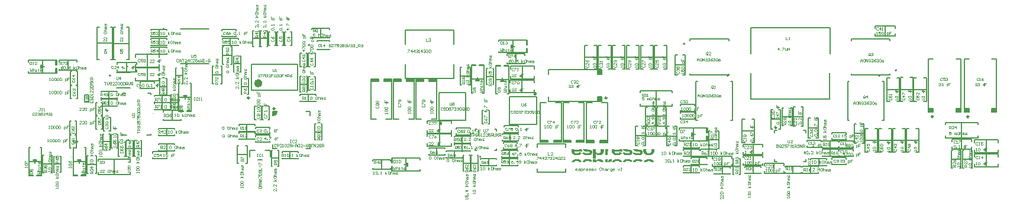
<source format=gbr>
%TF.GenerationSoftware,Altium Limited,Altium Designer,19.0.15 (446)*%
G04 Layer_Color=16777215*
%FSLAX45Y45*%
%MOMM*%
%TF.FileFunction,Legend,Top*%
%TF.Part,Single*%
G01*
G75*
%TA.AperFunction,NonConductor*%
%ADD88C,0.12700*%
%ADD106C,0.20000*%
%ADD108C,0.15000*%
%ADD109C,0.50000*%
%ADD110C,0.07620*%
%ADD136C,0.10000*%
%ADD137C,0.25000*%
%ADD138C,0.60000*%
%ADD139R,0.67500X0.55000*%
%ADD140R,0.55000X0.67500*%
G36*
X6892475Y2374392D02*
X6782475D01*
Y2404392D01*
X6892475D01*
Y2374392D01*
D02*
G37*
G36*
X6569975D02*
X6459975D01*
Y2404392D01*
X6569975D01*
Y2374392D01*
D02*
G37*
G36*
X6247475D02*
X6137475D01*
Y2404392D01*
X6247475D01*
Y2374392D01*
D02*
G37*
G36*
X7080524Y2373880D02*
X6970524D01*
Y2403880D01*
X7080524D01*
Y2373880D01*
D02*
G37*
G36*
X6758024D02*
X6648024D01*
Y2403880D01*
X6758024D01*
Y2373880D01*
D02*
G37*
G36*
X6435524D02*
X6325524D01*
Y2403880D01*
X6435524D01*
Y2373880D01*
D02*
G37*
G36*
X4780935Y1894154D02*
X4735935Y1879154D01*
Y1939154D01*
X4795935D01*
X4780935Y1894154D01*
D02*
G37*
G36*
X8674125Y1498588D02*
X8564125D01*
Y1528588D01*
X8674125D01*
Y1498588D01*
D02*
G37*
G36*
X9002315Y1498585D02*
X8892315D01*
Y1528585D01*
X9002315D01*
Y1498585D01*
D02*
G37*
G36*
X8862175Y1498076D02*
X8752175D01*
Y1528076D01*
X8862175D01*
Y1498076D01*
D02*
G37*
G36*
X9190364Y1498073D02*
X9080364D01*
Y1528073D01*
X9190364D01*
Y1498073D01*
D02*
G37*
G36*
X9334225Y1496267D02*
X9224225D01*
Y1526267D01*
X9334225D01*
Y1496267D01*
D02*
G37*
G36*
X9522275Y1495755D02*
X9412275D01*
Y1525755D01*
X9522275D01*
Y1495755D01*
D02*
G37*
G36*
X9733389Y1400333D02*
Y1397931D01*
Y1395529D01*
Y1393126D01*
Y1390724D01*
X9735792D01*
Y1388321D01*
Y1385919D01*
Y1383516D01*
Y1381114D01*
Y1378712D01*
Y1376309D01*
Y1373907D01*
Y1371504D01*
Y1369102D01*
X9622877D01*
Y1366699D01*
X9625279D01*
Y1364297D01*
Y1361894D01*
Y1359492D01*
X9627682D01*
Y1357089D01*
Y1354687D01*
X9630084D01*
Y1352285D01*
Y1349882D01*
X9632487D01*
Y1347480D01*
X9637292D01*
Y1345077D01*
X9639694D01*
Y1342675D01*
X9646901D01*
Y1340273D01*
X9680536D01*
Y1342675D01*
X9685341D01*
Y1345077D01*
X9690146D01*
Y1347480D01*
X9692548D01*
Y1349882D01*
X9697353D01*
Y1352285D01*
X9699755D01*
Y1354687D01*
Y1357089D01*
X9704560D01*
Y1354687D01*
X9709365D01*
Y1352285D01*
X9714170D01*
Y1349882D01*
X9721377D01*
Y1347480D01*
X9726182D01*
Y1345077D01*
X9730987D01*
Y1342675D01*
Y1340273D01*
X9728585D01*
Y1337870D01*
X9726182D01*
Y1335468D01*
X9723780D01*
Y1333065D01*
X9721377D01*
Y1330663D01*
X9718975D01*
Y1328260D01*
X9716572D01*
Y1325858D01*
X9711767D01*
Y1323455D01*
X9706963D01*
Y1321053D01*
X9704560D01*
Y1318650D01*
X9697353D01*
Y1316248D01*
X9690146D01*
Y1313845D01*
X9678133D01*
Y1311443D01*
X9644499D01*
Y1313845D01*
X9634889D01*
Y1316248D01*
X9625279D01*
Y1318650D01*
X9620475D01*
Y1321053D01*
X9615670D01*
Y1323455D01*
X9610865D01*
Y1325858D01*
X9608462D01*
Y1328260D01*
X9606060D01*
Y1330663D01*
X9601255D01*
Y1333065D01*
X9598853D01*
Y1335468D01*
Y1337870D01*
X9596450D01*
Y1340273D01*
X9594048D01*
Y1342675D01*
X9591645D01*
Y1345077D01*
Y1347480D01*
X9589243D01*
Y1349882D01*
Y1352285D01*
Y1354687D01*
X9586840D01*
Y1357089D01*
Y1359492D01*
Y1361894D01*
X9584438D01*
Y1364297D01*
Y1366699D01*
Y1369102D01*
Y1371504D01*
Y1373907D01*
Y1376309D01*
Y1378712D01*
Y1381114D01*
Y1383516D01*
Y1385919D01*
Y1388321D01*
Y1390724D01*
Y1393126D01*
X9586840D01*
Y1395529D01*
Y1397931D01*
Y1400333D01*
X9589243D01*
Y1402736D01*
X9625279D01*
Y1400333D01*
Y1397931D01*
Y1395529D01*
X9622877D01*
Y1393126D01*
Y1390724D01*
X9694950D01*
Y1393126D01*
Y1395529D01*
Y1397931D01*
Y1400333D01*
X9692548D01*
Y1402736D01*
X9733389D01*
Y1400333D01*
D02*
G37*
G36*
X9154400D02*
X9156803D01*
Y1397931D01*
Y1395529D01*
Y1393126D01*
Y1390724D01*
X9159205D01*
Y1388321D01*
Y1385919D01*
Y1383516D01*
Y1381114D01*
Y1378712D01*
Y1376309D01*
Y1373907D01*
Y1371504D01*
Y1369102D01*
X9046290D01*
Y1366699D01*
X9048693D01*
Y1364297D01*
Y1361894D01*
Y1359492D01*
Y1357089D01*
X9051095D01*
Y1354687D01*
X9053498D01*
Y1352285D01*
Y1349882D01*
X9055900D01*
Y1347480D01*
X9060705D01*
Y1345077D01*
X9063107D01*
Y1342675D01*
X9070315D01*
Y1340273D01*
X9103949D01*
Y1342675D01*
X9108754D01*
Y1345077D01*
X9113559D01*
Y1347480D01*
X9115961D01*
Y1349882D01*
X9120766D01*
Y1352285D01*
X9123168D01*
Y1354687D01*
Y1357089D01*
X9127973D01*
Y1354687D01*
X9132778D01*
Y1352285D01*
X9137583D01*
Y1349882D01*
X9142388D01*
Y1347480D01*
X9149595D01*
Y1345077D01*
X9154400D01*
Y1342675D01*
Y1340273D01*
X9151998D01*
Y1337870D01*
X9149595D01*
Y1335468D01*
X9147193D01*
Y1333065D01*
X9144790D01*
Y1330663D01*
X9142388D01*
Y1328260D01*
X9139986D01*
Y1325858D01*
X9135181D01*
Y1323455D01*
X9130376D01*
Y1321053D01*
X9127973D01*
Y1318650D01*
X9120766D01*
Y1316248D01*
X9113559D01*
Y1313845D01*
X9101546D01*
Y1311443D01*
X9067912D01*
Y1313845D01*
X9055900D01*
Y1316248D01*
X9048693D01*
Y1318650D01*
X9043888D01*
Y1321053D01*
X9039083D01*
Y1323455D01*
X9034278D01*
Y1325858D01*
X9031876D01*
Y1328260D01*
X9029473D01*
Y1330663D01*
X9024668D01*
Y1333065D01*
X9022266D01*
Y1335468D01*
Y1337870D01*
X9019863D01*
Y1340273D01*
X9017461D01*
Y1342675D01*
X9015058D01*
Y1345077D01*
Y1347480D01*
X9012656D01*
Y1349882D01*
Y1352285D01*
Y1354687D01*
X9010254D01*
Y1357089D01*
Y1359492D01*
Y1361894D01*
Y1364297D01*
Y1366699D01*
Y1369102D01*
Y1371504D01*
Y1373907D01*
Y1376309D01*
Y1378712D01*
Y1381114D01*
Y1383516D01*
Y1385919D01*
Y1388321D01*
Y1390724D01*
Y1393126D01*
Y1395529D01*
Y1397931D01*
Y1400333D01*
Y1402736D01*
X9048693D01*
Y1400333D01*
Y1397931D01*
Y1395529D01*
X9046290D01*
Y1393126D01*
Y1390724D01*
X9118364D01*
Y1393126D01*
Y1395529D01*
Y1397931D01*
Y1400333D01*
X9115961D01*
Y1402736D01*
X9154400D01*
Y1400333D01*
D02*
G37*
G36*
X10189854D02*
X10192256D01*
Y1397931D01*
Y1395529D01*
Y1393126D01*
Y1390724D01*
Y1388321D01*
X10194659D01*
Y1385919D01*
Y1383516D01*
Y1381114D01*
Y1378712D01*
Y1376309D01*
Y1373907D01*
Y1371504D01*
Y1369102D01*
X10192256D01*
Y1366699D01*
Y1364297D01*
Y1361894D01*
Y1359492D01*
Y1357089D01*
X10189854D01*
Y1354687D01*
Y1352285D01*
X10187452D01*
Y1349882D01*
Y1347480D01*
X10185049D01*
Y1345077D01*
Y1342675D01*
X10182647D01*
Y1340273D01*
X10180244D01*
Y1337870D01*
Y1335468D01*
X10177842D01*
Y1333065D01*
X10175439D01*
Y1330663D01*
X10173037D01*
Y1328260D01*
X10168232D01*
Y1325858D01*
X10165830D01*
Y1323455D01*
X10161025D01*
Y1321053D01*
X10156220D01*
Y1318650D01*
X10151415D01*
Y1316248D01*
X10144208D01*
Y1313845D01*
X10132195D01*
Y1311443D01*
X10098561D01*
Y1313845D01*
X10088951D01*
Y1316248D01*
X10079342D01*
Y1318650D01*
X10074537D01*
Y1321053D01*
X10069732D01*
Y1323455D01*
X10064927D01*
Y1325858D01*
X10062524D01*
Y1328260D01*
X10057720D01*
Y1330663D01*
X10055317D01*
Y1333065D01*
X10052915D01*
Y1335468D01*
X10050512D01*
Y1337870D01*
Y1340273D01*
X10048110D01*
Y1342675D01*
X10045707D01*
Y1345077D01*
Y1347480D01*
X10043305D01*
Y1349882D01*
Y1352285D01*
X10040902D01*
Y1354687D01*
Y1357089D01*
X10038500D01*
Y1359492D01*
Y1361894D01*
Y1364297D01*
Y1366699D01*
Y1369102D01*
X10036098D01*
Y1371504D01*
Y1373907D01*
Y1376309D01*
Y1378712D01*
Y1381114D01*
Y1383516D01*
Y1385919D01*
Y1388321D01*
X10038500D01*
Y1390724D01*
Y1393126D01*
Y1395529D01*
Y1397931D01*
X10040902D01*
Y1400333D01*
Y1402736D01*
X10084146D01*
Y1400333D01*
X10081744D01*
Y1397931D01*
Y1395529D01*
Y1393126D01*
Y1390724D01*
X10079342D01*
Y1388321D01*
Y1385919D01*
Y1383516D01*
Y1381114D01*
Y1378712D01*
Y1376309D01*
Y1373907D01*
Y1371504D01*
Y1369102D01*
Y1366699D01*
X10081744D01*
Y1364297D01*
Y1361894D01*
Y1359492D01*
Y1357089D01*
X10084146D01*
Y1354687D01*
X10086549D01*
Y1352285D01*
Y1349882D01*
X10088951D01*
Y1347480D01*
X10091354D01*
Y1345077D01*
X10096159D01*
Y1342675D01*
X10098561D01*
Y1340273D01*
X10110573D01*
Y1337870D01*
X10120183D01*
Y1340273D01*
X10132195D01*
Y1342675D01*
X10137000D01*
Y1345077D01*
X10139403D01*
Y1347480D01*
X10141805D01*
Y1349882D01*
X10144208D01*
Y1352285D01*
X10146610D01*
Y1354687D01*
Y1357089D01*
X10149012D01*
Y1359492D01*
Y1361894D01*
Y1364297D01*
Y1366699D01*
X10151415D01*
Y1369102D01*
Y1371504D01*
Y1373907D01*
Y1376309D01*
Y1378712D01*
Y1381114D01*
Y1383516D01*
Y1385919D01*
Y1388321D01*
Y1390724D01*
X10149012D01*
Y1393126D01*
Y1395529D01*
Y1397931D01*
Y1400333D01*
X10146610D01*
Y1402736D01*
X10189854D01*
Y1400333D01*
D02*
G37*
G36*
X9932792D02*
X9935195D01*
Y1397931D01*
X9942402D01*
Y1395529D01*
X9961622D01*
Y1393126D01*
X9983244D01*
Y1390724D01*
X9997658D01*
Y1388321D01*
X10004866D01*
Y1385919D01*
X10009671D01*
Y1383516D01*
X10014476D01*
Y1381114D01*
X10016878D01*
Y1378712D01*
X10019280D01*
Y1376309D01*
X10021683D01*
Y1373907D01*
X10024085D01*
Y1371504D01*
Y1369102D01*
X10026488D01*
Y1366699D01*
Y1364297D01*
Y1361894D01*
X10028890D01*
Y1359492D01*
Y1357089D01*
Y1354687D01*
Y1352285D01*
Y1349882D01*
Y1347480D01*
X10026488D01*
Y1345077D01*
Y1342675D01*
Y1340273D01*
X10024085D01*
Y1337870D01*
Y1335468D01*
X10021683D01*
Y1333065D01*
Y1330663D01*
X10019280D01*
Y1328260D01*
X10016878D01*
Y1325858D01*
X10014476D01*
Y1323455D01*
X10009671D01*
Y1321053D01*
X10004866D01*
Y1318650D01*
X10000061D01*
Y1316248D01*
X9992854D01*
Y1313845D01*
X9980841D01*
Y1311443D01*
X9944805D01*
Y1313845D01*
X9930390D01*
Y1316248D01*
X9920780D01*
Y1318650D01*
X9915975D01*
Y1321053D01*
X9908768D01*
Y1323455D01*
X9903963D01*
Y1325858D01*
X9901561D01*
Y1328260D01*
X9896756D01*
Y1330663D01*
X9894353D01*
Y1333065D01*
X9891951D01*
Y1335468D01*
X9889548D01*
Y1337870D01*
X9887146D01*
Y1340273D01*
X9889548D01*
Y1342675D01*
X9891951D01*
Y1345077D01*
X9894353D01*
Y1347480D01*
X9896756D01*
Y1349882D01*
X9899158D01*
Y1352285D01*
X9903963D01*
Y1354687D01*
X9906366D01*
Y1357089D01*
X9908768D01*
Y1354687D01*
X9911170D01*
Y1352285D01*
X9915975D01*
Y1349882D01*
X9918378D01*
Y1347480D01*
X9923183D01*
Y1345077D01*
X9927988D01*
Y1342675D01*
X9935195D01*
Y1340273D01*
X9944805D01*
Y1337870D01*
X9980841D01*
Y1340273D01*
X9985646D01*
Y1342675D01*
X9990451D01*
Y1345077D01*
Y1347480D01*
Y1349882D01*
Y1352285D01*
Y1354687D01*
Y1357089D01*
X9988049D01*
Y1359492D01*
X9983244D01*
Y1361894D01*
X9971232D01*
Y1364297D01*
X9952012D01*
Y1366699D01*
X9932792D01*
Y1369102D01*
X9923183D01*
Y1371504D01*
X9915975D01*
Y1373907D01*
X9911170D01*
Y1376309D01*
X9906366D01*
Y1378712D01*
X9903963D01*
Y1381114D01*
X9901561D01*
Y1383516D01*
X9899158D01*
Y1385919D01*
X9896756D01*
Y1388321D01*
Y1390724D01*
X9894353D01*
Y1393126D01*
Y1395529D01*
Y1397931D01*
Y1400333D01*
Y1402736D01*
X9932792D01*
Y1400333D01*
D02*
G37*
G36*
X9786243D02*
X9788646D01*
Y1397931D01*
X9795853D01*
Y1395529D01*
X9815073D01*
Y1393126D01*
X9836695D01*
Y1390724D01*
X9851109D01*
Y1388321D01*
X9858317D01*
Y1385919D01*
X9863121D01*
Y1383516D01*
X9867926D01*
Y1381114D01*
X9870329D01*
Y1378712D01*
X9872731D01*
Y1376309D01*
X9875134D01*
Y1373907D01*
X9877536D01*
Y1371504D01*
Y1369102D01*
X9879939D01*
Y1366699D01*
Y1364297D01*
Y1361894D01*
Y1359492D01*
X9882341D01*
Y1357089D01*
Y1354687D01*
Y1352285D01*
Y1349882D01*
X9879939D01*
Y1347480D01*
Y1345077D01*
Y1342675D01*
Y1340273D01*
X9877536D01*
Y1337870D01*
Y1335468D01*
X9875134D01*
Y1333065D01*
Y1330663D01*
X9872731D01*
Y1328260D01*
X9870329D01*
Y1325858D01*
X9865524D01*
Y1323455D01*
X9863121D01*
Y1321053D01*
X9858317D01*
Y1318650D01*
X9853512D01*
Y1316248D01*
X9846304D01*
Y1313845D01*
X9834292D01*
Y1311443D01*
X9798255D01*
Y1313845D01*
X9783841D01*
Y1316248D01*
X9774231D01*
Y1318650D01*
X9767024D01*
Y1321053D01*
X9762219D01*
Y1323455D01*
X9757414D01*
Y1325858D01*
X9755011D01*
Y1328260D01*
X9750207D01*
Y1330663D01*
X9747804D01*
Y1333065D01*
X9745402D01*
Y1335468D01*
X9742999D01*
Y1337870D01*
X9740597D01*
Y1340273D01*
X9742999D01*
Y1342675D01*
X9745402D01*
Y1345077D01*
X9747804D01*
Y1347480D01*
X9750207D01*
Y1349882D01*
X9752609D01*
Y1352285D01*
X9757414D01*
Y1354687D01*
X9759816D01*
Y1357089D01*
X9762219D01*
Y1354687D01*
X9764621D01*
Y1352285D01*
X9767024D01*
Y1349882D01*
X9771829D01*
Y1347480D01*
X9776633D01*
Y1345077D01*
X9781438D01*
Y1342675D01*
X9788646D01*
Y1340273D01*
X9798255D01*
Y1337870D01*
X9831890D01*
Y1340273D01*
X9839097D01*
Y1342675D01*
X9841499D01*
Y1345077D01*
X9843902D01*
Y1347480D01*
Y1349882D01*
Y1352285D01*
Y1354687D01*
Y1357089D01*
X9841499D01*
Y1359492D01*
X9836695D01*
Y1361894D01*
X9824683D01*
Y1364297D01*
X9805463D01*
Y1366699D01*
X9786243D01*
Y1369102D01*
X9776633D01*
Y1371504D01*
X9769426D01*
Y1373907D01*
X9764621D01*
Y1376309D01*
X9759816D01*
Y1378712D01*
X9757414D01*
Y1381114D01*
X9755011D01*
Y1383516D01*
X9752609D01*
Y1385919D01*
X9750207D01*
Y1388321D01*
Y1390724D01*
X9747804D01*
Y1393126D01*
Y1395529D01*
Y1397931D01*
Y1400333D01*
X9745402D01*
Y1402736D01*
X9786243D01*
Y1400333D01*
D02*
G37*
G36*
X9469121D02*
Y1397931D01*
Y1395529D01*
Y1393126D01*
X9471523D01*
Y1390724D01*
Y1388321D01*
Y1385919D01*
Y1383516D01*
Y1381114D01*
Y1378712D01*
Y1376309D01*
Y1373907D01*
Y1371504D01*
Y1369102D01*
Y1366699D01*
Y1364297D01*
X9469121D01*
Y1361894D01*
Y1359492D01*
Y1357089D01*
Y1354687D01*
X9466718D01*
Y1352285D01*
Y1349882D01*
Y1347480D01*
X9464316D01*
Y1345077D01*
Y1342675D01*
X9461913D01*
Y1340273D01*
X9459511D01*
Y1337870D01*
Y1335468D01*
X9457108D01*
Y1333065D01*
X9454706D01*
Y1330663D01*
X9452303D01*
Y1328260D01*
X9449901D01*
Y1325858D01*
X9447499D01*
Y1323455D01*
X9445096D01*
Y1321053D01*
X9440291D01*
Y1318650D01*
X9435486D01*
Y1316248D01*
X9428279D01*
Y1313845D01*
X9421072D01*
Y1311443D01*
X9394645D01*
Y1313845D01*
X9385035D01*
Y1316248D01*
X9380230D01*
Y1318650D01*
X9375425D01*
Y1321053D01*
X9370620D01*
Y1323455D01*
X9368218D01*
Y1325858D01*
X9365815D01*
Y1328260D01*
X9363413D01*
Y1330663D01*
X9361010D01*
Y1333065D01*
X9358608D01*
Y1330663D01*
Y1328260D01*
Y1325858D01*
Y1323455D01*
Y1321053D01*
Y1318650D01*
Y1316248D01*
Y1313845D01*
Y1311443D01*
Y1309041D01*
Y1306638D01*
Y1304236D01*
Y1301833D01*
Y1299431D01*
Y1297028D01*
Y1294626D01*
Y1292223D01*
Y1289821D01*
Y1287419D01*
Y1285016D01*
Y1282614D01*
Y1280211D01*
Y1277809D01*
Y1275406D01*
Y1273004D01*
Y1270601D01*
Y1268199D01*
Y1265797D01*
X9315364D01*
Y1268199D01*
Y1270601D01*
Y1273004D01*
Y1275406D01*
Y1277809D01*
Y1280211D01*
Y1282614D01*
Y1285016D01*
Y1287419D01*
Y1289821D01*
Y1292223D01*
Y1294626D01*
Y1297028D01*
Y1299431D01*
Y1301833D01*
Y1304236D01*
Y1306638D01*
Y1309041D01*
Y1311443D01*
Y1313845D01*
Y1316248D01*
Y1318650D01*
Y1321053D01*
Y1323455D01*
Y1325858D01*
Y1328260D01*
Y1330663D01*
Y1333065D01*
Y1335468D01*
Y1337870D01*
Y1340273D01*
Y1342675D01*
Y1345077D01*
Y1347480D01*
Y1349882D01*
Y1352285D01*
Y1354687D01*
Y1357089D01*
Y1359492D01*
Y1361894D01*
Y1364297D01*
Y1366699D01*
Y1369102D01*
Y1371504D01*
Y1373907D01*
Y1376309D01*
Y1378712D01*
Y1381114D01*
Y1383516D01*
Y1385919D01*
Y1388321D01*
Y1390724D01*
Y1393126D01*
Y1395529D01*
Y1397931D01*
Y1400333D01*
Y1402736D01*
X9361010D01*
Y1400333D01*
Y1397931D01*
X9358608D01*
Y1395529D01*
Y1393126D01*
Y1390724D01*
X9356206D01*
Y1388321D01*
Y1385919D01*
Y1383516D01*
Y1381114D01*
Y1378712D01*
Y1376309D01*
Y1373907D01*
Y1371504D01*
Y1369102D01*
Y1366699D01*
X9358608D01*
Y1364297D01*
Y1361894D01*
Y1359492D01*
X9361010D01*
Y1357089D01*
Y1354687D01*
X9363413D01*
Y1352285D01*
Y1349882D01*
X9365815D01*
Y1347480D01*
X9368218D01*
Y1345077D01*
X9373023D01*
Y1342675D01*
X9377828D01*
Y1340273D01*
X9389840D01*
Y1337870D01*
X9394645D01*
Y1340273D01*
X9406657D01*
Y1342675D01*
X9411462D01*
Y1345077D01*
X9416267D01*
Y1347480D01*
X9418669D01*
Y1349882D01*
X9421072D01*
Y1352285D01*
Y1354687D01*
X9423474D01*
Y1357089D01*
Y1359492D01*
X9425876D01*
Y1361894D01*
Y1364297D01*
Y1366699D01*
X9428279D01*
Y1369102D01*
Y1371504D01*
Y1373907D01*
Y1376309D01*
Y1378712D01*
Y1381114D01*
Y1383516D01*
Y1385919D01*
Y1388321D01*
Y1390724D01*
X9425876D01*
Y1393126D01*
Y1395529D01*
Y1397931D01*
X9423474D01*
Y1400333D01*
Y1402736D01*
X9469121D01*
Y1400333D01*
D02*
G37*
G36*
X9209656D02*
X9212059D01*
Y1397931D01*
X9221669D01*
Y1395529D01*
X9240888D01*
Y1393126D01*
X9262510D01*
Y1390724D01*
X9274522D01*
Y1388321D01*
X9281730D01*
Y1385919D01*
X9286535D01*
Y1383516D01*
X9291340D01*
Y1381114D01*
X9296144D01*
Y1378712D01*
X9298547D01*
Y1376309D01*
Y1373907D01*
X9300949D01*
Y1371504D01*
X9303352D01*
Y1369102D01*
Y1366699D01*
Y1364297D01*
X9305754D01*
Y1361894D01*
Y1359492D01*
Y1357089D01*
Y1354687D01*
Y1352285D01*
Y1349882D01*
Y1347480D01*
Y1345077D01*
Y1342675D01*
X9303352D01*
Y1340273D01*
Y1337870D01*
X9300949D01*
Y1335468D01*
Y1333065D01*
X9298547D01*
Y1330663D01*
X9296144D01*
Y1328260D01*
X9293742D01*
Y1325858D01*
X9291340D01*
Y1323455D01*
X9286535D01*
Y1321053D01*
X9284132D01*
Y1318650D01*
X9276925D01*
Y1316248D01*
X9269718D01*
Y1313845D01*
X9257705D01*
Y1311443D01*
X9221669D01*
Y1313845D01*
X9207254D01*
Y1316248D01*
X9200047D01*
Y1318650D01*
X9192839D01*
Y1321053D01*
X9188034D01*
Y1323455D01*
X9183230D01*
Y1325858D01*
X9178425D01*
Y1328260D01*
X9176022D01*
Y1330663D01*
X9173620D01*
Y1333065D01*
X9168815D01*
Y1335468D01*
X9166412D01*
Y1337870D01*
X9164010D01*
Y1340273D01*
X9166412D01*
Y1342675D01*
X9168815D01*
Y1345077D01*
X9171217D01*
Y1347480D01*
X9176022D01*
Y1349882D01*
X9178425D01*
Y1352285D01*
X9180827D01*
Y1354687D01*
X9183230D01*
Y1357089D01*
X9188034D01*
Y1354687D01*
X9190437D01*
Y1352285D01*
X9192839D01*
Y1349882D01*
X9195242D01*
Y1347480D01*
X9200047D01*
Y1345077D01*
X9204852D01*
Y1342675D01*
X9212059D01*
Y1340273D01*
X9224071D01*
Y1337870D01*
X9257705D01*
Y1340273D01*
X9264913D01*
Y1342675D01*
X9267315D01*
Y1345077D01*
X9269718D01*
Y1347480D01*
Y1349882D01*
Y1352285D01*
Y1354687D01*
Y1357089D01*
X9267315D01*
Y1359492D01*
X9262510D01*
Y1361894D01*
X9250498D01*
Y1364297D01*
X9228876D01*
Y1366699D01*
X9212059D01*
Y1369102D01*
X9200047D01*
Y1371504D01*
X9195242D01*
Y1373907D01*
X9188034D01*
Y1376309D01*
X9185632D01*
Y1378712D01*
X9180827D01*
Y1381114D01*
X9178425D01*
Y1383516D01*
Y1385919D01*
X9176022D01*
Y1388321D01*
X9173620D01*
Y1390724D01*
Y1393126D01*
Y1395529D01*
X9171217D01*
Y1397931D01*
Y1400333D01*
Y1402736D01*
X9209656D01*
Y1400333D01*
D02*
G37*
G36*
X9545999D02*
X9543596D01*
Y1397931D01*
X9538791D01*
Y1395529D01*
Y1393126D01*
X9536389D01*
Y1390724D01*
X9533987D01*
Y1388321D01*
Y1385919D01*
X9531584D01*
Y1383516D01*
Y1381114D01*
Y1378712D01*
Y1376309D01*
X9529182D01*
Y1373907D01*
Y1371504D01*
Y1369102D01*
Y1366699D01*
Y1364297D01*
Y1361894D01*
Y1359492D01*
Y1357089D01*
Y1354687D01*
Y1352285D01*
Y1349882D01*
Y1347480D01*
Y1345077D01*
Y1342675D01*
Y1340273D01*
Y1337870D01*
Y1335468D01*
Y1333065D01*
Y1330663D01*
Y1328260D01*
Y1325858D01*
Y1323455D01*
Y1321053D01*
Y1318650D01*
Y1316248D01*
X9488340D01*
Y1318650D01*
Y1321053D01*
Y1323455D01*
Y1325858D01*
Y1328260D01*
Y1330663D01*
Y1333065D01*
Y1335468D01*
Y1337870D01*
Y1340273D01*
Y1342675D01*
Y1345077D01*
Y1347480D01*
Y1349882D01*
Y1352285D01*
Y1354687D01*
Y1357089D01*
Y1359492D01*
Y1361894D01*
Y1364297D01*
Y1366699D01*
Y1369102D01*
Y1371504D01*
Y1373907D01*
Y1376309D01*
Y1378712D01*
Y1381114D01*
Y1383516D01*
Y1385919D01*
Y1388321D01*
Y1390724D01*
Y1393126D01*
Y1395529D01*
Y1397931D01*
Y1400333D01*
Y1402736D01*
X9545999D01*
Y1400333D01*
D02*
G37*
G36*
X9418669Y1253784D02*
X9430681D01*
Y1251382D01*
X9435486D01*
Y1248979D01*
X9440291D01*
Y1246577D01*
X9445096D01*
Y1244175D01*
X9447499D01*
Y1241772D01*
X9449901D01*
Y1239370D01*
X9452303D01*
Y1236967D01*
X9454706D01*
Y1234565D01*
X9457108D01*
Y1232162D01*
X9459511D01*
Y1229760D01*
X9461913D01*
Y1227357D01*
Y1224955D01*
X9464316D01*
Y1222553D01*
Y1220150D01*
X9466718D01*
Y1217748D01*
Y1215345D01*
Y1212943D01*
X9421072D01*
Y1215345D01*
Y1217748D01*
X9418669D01*
Y1220150D01*
X9416267D01*
Y1222553D01*
X9411462D01*
Y1224955D01*
X9406657D01*
Y1227357D01*
X9377828D01*
Y1224955D01*
X9373023D01*
Y1222553D01*
X9368218D01*
Y1220150D01*
X9365815D01*
Y1217748D01*
X9363413D01*
Y1215345D01*
Y1212943D01*
X9315364D01*
Y1215345D01*
Y1217748D01*
Y1220150D01*
Y1222553D01*
Y1224955D01*
Y1227357D01*
Y1229760D01*
Y1232162D01*
Y1234565D01*
Y1236967D01*
Y1239370D01*
Y1241772D01*
Y1244175D01*
Y1246577D01*
Y1248979D01*
Y1251382D01*
X9356206D01*
Y1248979D01*
Y1246577D01*
Y1244175D01*
Y1241772D01*
Y1239370D01*
Y1236967D01*
Y1234565D01*
Y1232162D01*
Y1229760D01*
X9358608D01*
Y1232162D01*
X9361010D01*
Y1234565D01*
X9363413D01*
Y1236967D01*
Y1239370D01*
X9365815D01*
Y1241772D01*
X9370620D01*
Y1244175D01*
X9373023D01*
Y1246577D01*
X9377828D01*
Y1248979D01*
X9382632D01*
Y1251382D01*
X9387437D01*
Y1253784D01*
X9399450D01*
Y1256187D01*
X9418669D01*
Y1253784D01*
D02*
G37*
G36*
X9582035D02*
Y1251382D01*
Y1248979D01*
Y1246577D01*
Y1244175D01*
Y1241772D01*
Y1239370D01*
Y1236967D01*
Y1234565D01*
Y1232162D01*
Y1229760D01*
Y1227357D01*
Y1224955D01*
Y1222553D01*
Y1220150D01*
Y1217748D01*
X9558011D01*
Y1215345D01*
X9550804D01*
Y1212943D01*
X9488340D01*
Y1215345D01*
Y1217748D01*
Y1220150D01*
Y1222553D01*
Y1224955D01*
Y1227357D01*
Y1229760D01*
Y1232162D01*
Y1234565D01*
Y1236967D01*
Y1239370D01*
Y1241772D01*
Y1244175D01*
Y1246577D01*
Y1248979D01*
Y1251382D01*
X9524377D01*
Y1248979D01*
Y1246577D01*
Y1244175D01*
Y1241772D01*
Y1239370D01*
Y1236967D01*
Y1234565D01*
Y1232162D01*
Y1229760D01*
Y1227357D01*
Y1224955D01*
Y1222553D01*
Y1220150D01*
Y1217748D01*
X9529182D01*
Y1220150D01*
Y1222553D01*
Y1224955D01*
X9531584D01*
Y1227357D01*
Y1229760D01*
X9533987D01*
Y1232162D01*
Y1234565D01*
X9536389D01*
Y1236967D01*
X9538791D01*
Y1239370D01*
X9541194D01*
Y1241772D01*
X9543596D01*
Y1244175D01*
X9545999D01*
Y1246577D01*
X9548401D01*
Y1248979D01*
X9553206D01*
Y1251382D01*
X9560413D01*
Y1253784D01*
X9572426D01*
Y1256187D01*
X9582035D01*
Y1253784D01*
D02*
G37*
G36*
X9973634D02*
X9988049D01*
Y1251382D01*
X9997658D01*
Y1248979D01*
X10004866D01*
Y1246577D01*
X10009671D01*
Y1244175D01*
X10014476D01*
Y1241772D01*
X10019280D01*
Y1239370D01*
X10021683D01*
Y1236967D01*
X10024085D01*
Y1234565D01*
X10026488D01*
Y1232162D01*
X10024085D01*
Y1229760D01*
X10021683D01*
Y1227357D01*
X10019280D01*
Y1224955D01*
X10016878D01*
Y1222553D01*
X10014476D01*
Y1220150D01*
X10012073D01*
Y1217748D01*
X10009671D01*
Y1215345D01*
X10007268D01*
Y1217748D01*
X10002463D01*
Y1220150D01*
X9997658D01*
Y1222553D01*
X9992854D01*
Y1224955D01*
X9985646D01*
Y1227357D01*
X9976036D01*
Y1229760D01*
X9940000D01*
Y1227357D01*
X9932792D01*
Y1224955D01*
X9930390D01*
Y1222553D01*
Y1220150D01*
Y1217748D01*
Y1215345D01*
Y1212943D01*
X9891951D01*
Y1215345D01*
Y1217748D01*
X9894353D01*
Y1220150D01*
Y1222553D01*
Y1224955D01*
Y1227357D01*
X9896756D01*
Y1229760D01*
Y1232162D01*
X9899158D01*
Y1234565D01*
Y1236967D01*
X9901561D01*
Y1239370D01*
X9903963D01*
Y1241772D01*
X9906366D01*
Y1244175D01*
X9911170D01*
Y1246577D01*
X9915975D01*
Y1248979D01*
X9920780D01*
Y1251382D01*
X9930390D01*
Y1253784D01*
X9944805D01*
Y1256187D01*
X9973634D01*
Y1253784D01*
D02*
G37*
G36*
X9827085D02*
X9841499D01*
Y1251382D01*
X9851109D01*
Y1248979D01*
X9858317D01*
Y1246577D01*
X9863121D01*
Y1244175D01*
X9867926D01*
Y1241772D01*
X9870329D01*
Y1239370D01*
X9875134D01*
Y1236967D01*
X9877536D01*
Y1234565D01*
X9879939D01*
Y1232162D01*
X9877536D01*
Y1229760D01*
X9875134D01*
Y1227357D01*
X9872731D01*
Y1224955D01*
X9870329D01*
Y1222553D01*
X9867926D01*
Y1220150D01*
X9865524D01*
Y1217748D01*
X9863121D01*
Y1215345D01*
X9858317D01*
Y1217748D01*
X9855914D01*
Y1220150D01*
X9851109D01*
Y1222553D01*
X9846304D01*
Y1224955D01*
X9839097D01*
Y1227357D01*
X9829487D01*
Y1229760D01*
X9793451D01*
Y1227357D01*
X9786243D01*
Y1224955D01*
X9783841D01*
Y1222553D01*
Y1220150D01*
Y1217748D01*
Y1215345D01*
Y1212943D01*
X9745402D01*
Y1215345D01*
Y1217748D01*
Y1220150D01*
X9747804D01*
Y1222553D01*
Y1224955D01*
Y1227357D01*
Y1229760D01*
X9750207D01*
Y1232162D01*
X9752609D01*
Y1234565D01*
Y1236967D01*
X9755011D01*
Y1239370D01*
X9757414D01*
Y1241772D01*
X9759816D01*
Y1244175D01*
X9764621D01*
Y1246577D01*
X9769426D01*
Y1248979D01*
X9774231D01*
Y1251382D01*
X9783841D01*
Y1253784D01*
X9795853D01*
Y1256187D01*
X9827085D01*
Y1253784D01*
D02*
G37*
G36*
X9250498D02*
X9267315D01*
Y1251382D01*
X9276925D01*
Y1248979D01*
X9281730D01*
Y1246577D01*
X9286535D01*
Y1244175D01*
X9291340D01*
Y1241772D01*
X9296144D01*
Y1239370D01*
X9298547D01*
Y1236967D01*
X9303352D01*
Y1234565D01*
Y1232162D01*
X9300949D01*
Y1229760D01*
X9298547D01*
Y1227357D01*
X9296144D01*
Y1224955D01*
X9293742D01*
Y1222553D01*
X9291340D01*
Y1220150D01*
X9288937D01*
Y1217748D01*
X9286535D01*
Y1215345D01*
X9284132D01*
Y1217748D01*
X9279327D01*
Y1220150D01*
X9276925D01*
Y1222553D01*
X9272120D01*
Y1224955D01*
X9264913D01*
Y1227357D01*
X9252900D01*
Y1229760D01*
X9216864D01*
Y1227357D01*
X9212059D01*
Y1224955D01*
X9209656D01*
Y1222553D01*
X9207254D01*
Y1220150D01*
Y1217748D01*
Y1215345D01*
X9209656D01*
Y1212943D01*
X9171217D01*
Y1215345D01*
Y1217748D01*
Y1220150D01*
Y1222553D01*
Y1224955D01*
X9173620D01*
Y1227357D01*
Y1229760D01*
Y1232162D01*
X9176022D01*
Y1234565D01*
X9178425D01*
Y1236967D01*
X9180827D01*
Y1239370D01*
X9183230D01*
Y1241772D01*
X9185632D01*
Y1244175D01*
X9188034D01*
Y1246577D01*
X9192839D01*
Y1248979D01*
X9200047D01*
Y1251382D01*
X9207254D01*
Y1253784D01*
X9221669D01*
Y1256187D01*
X9250498D01*
Y1253784D01*
D02*
G37*
G36*
X10129793D02*
X10141805D01*
Y1251382D01*
X10149012D01*
Y1248979D01*
X10156220D01*
Y1246577D01*
X10161025D01*
Y1244175D01*
X10165830D01*
Y1241772D01*
X10168232D01*
Y1239370D01*
X10173037D01*
Y1236967D01*
X10175439D01*
Y1234565D01*
X10177842D01*
Y1232162D01*
X10180244D01*
Y1229760D01*
Y1227357D01*
X10182647D01*
Y1224955D01*
X10185049D01*
Y1222553D01*
Y1220150D01*
X10187452D01*
Y1217748D01*
Y1215345D01*
X10189854D01*
Y1212943D01*
X10146610D01*
Y1215345D01*
X10144208D01*
Y1217748D01*
X10141805D01*
Y1220150D01*
X10139403D01*
Y1222553D01*
X10134598D01*
Y1224955D01*
X10129793D01*
Y1227357D01*
X10100964D01*
Y1224955D01*
X10096159D01*
Y1222553D01*
X10091354D01*
Y1220150D01*
X10088951D01*
Y1217748D01*
X10086549D01*
Y1215345D01*
Y1212943D01*
X10040902D01*
Y1215345D01*
X10043305D01*
Y1217748D01*
Y1220150D01*
X10045707D01*
Y1222553D01*
Y1224955D01*
X10048110D01*
Y1227357D01*
X10050512D01*
Y1229760D01*
Y1232162D01*
X10052915D01*
Y1234565D01*
X10055317D01*
Y1236967D01*
X10060122D01*
Y1239370D01*
X10062524D01*
Y1241772D01*
X10064927D01*
Y1244175D01*
X10069732D01*
Y1246577D01*
X10074537D01*
Y1248979D01*
X10081744D01*
Y1251382D01*
X10088951D01*
Y1253784D01*
X10100964D01*
Y1256187D01*
X10129793D01*
Y1253784D01*
D02*
G37*
G36*
X9673328D02*
X9687743D01*
Y1251382D01*
X9694950D01*
Y1248979D01*
X9699755D01*
Y1246577D01*
X9704560D01*
Y1244175D01*
X9709365D01*
Y1241772D01*
X9711767D01*
Y1239370D01*
X9716572D01*
Y1236967D01*
X9718975D01*
Y1234565D01*
X9721377D01*
Y1232162D01*
Y1229760D01*
X9723780D01*
Y1227357D01*
X9726182D01*
Y1224955D01*
Y1222553D01*
X9728585D01*
Y1220150D01*
Y1217748D01*
X9730987D01*
Y1215345D01*
Y1212943D01*
X9692548D01*
Y1215345D01*
Y1217748D01*
X9690146D01*
Y1220150D01*
Y1222553D01*
X9687743D01*
Y1224955D01*
X9685341D01*
Y1227357D01*
X9680536D01*
Y1229760D01*
X9673328D01*
Y1232162D01*
X9644499D01*
Y1229760D01*
X9639694D01*
Y1227357D01*
X9634889D01*
Y1224955D01*
X9632487D01*
Y1222553D01*
X9630084D01*
Y1220150D01*
X9627682D01*
Y1217748D01*
Y1215345D01*
X9625279D01*
Y1212943D01*
X9589243D01*
Y1215345D01*
Y1217748D01*
X9591645D01*
Y1220150D01*
Y1222553D01*
X9594048D01*
Y1224955D01*
Y1227357D01*
X9596450D01*
Y1229760D01*
X9598853D01*
Y1232162D01*
X9601255D01*
Y1234565D01*
X9603657D01*
Y1236967D01*
X9606060D01*
Y1239370D01*
X9608462D01*
Y1241772D01*
X9610865D01*
Y1244175D01*
X9615670D01*
Y1246577D01*
X9620475D01*
Y1248979D01*
X9625279D01*
Y1251382D01*
X9634889D01*
Y1253784D01*
X9646901D01*
Y1256187D01*
X9673328D01*
Y1253784D01*
D02*
G37*
G36*
X9096742D02*
X9111156D01*
Y1251382D01*
X9118364D01*
Y1248979D01*
X9123168D01*
Y1246577D01*
X9127973D01*
Y1244175D01*
X9132778D01*
Y1241772D01*
X9135181D01*
Y1239370D01*
X9137583D01*
Y1236967D01*
X9142388D01*
Y1234565D01*
Y1232162D01*
X9144790D01*
Y1229760D01*
X9147193D01*
Y1227357D01*
X9149595D01*
Y1224955D01*
Y1222553D01*
X9151998D01*
Y1220150D01*
Y1217748D01*
X9154400D01*
Y1215345D01*
Y1212943D01*
X9115961D01*
Y1215345D01*
Y1217748D01*
X9113559D01*
Y1220150D01*
Y1222553D01*
X9111156D01*
Y1224955D01*
X9106351D01*
Y1227357D01*
X9103949D01*
Y1229760D01*
X9096742D01*
Y1232162D01*
X9067912D01*
Y1229760D01*
X9063107D01*
Y1227357D01*
X9058302D01*
Y1224955D01*
X9055900D01*
Y1222553D01*
X9053498D01*
Y1220150D01*
X9051095D01*
Y1217748D01*
Y1215345D01*
X9048693D01*
Y1212943D01*
X9012656D01*
Y1215345D01*
Y1217748D01*
X9015058D01*
Y1220150D01*
Y1222553D01*
X9017461D01*
Y1224955D01*
Y1227357D01*
X9019863D01*
Y1229760D01*
X9022266D01*
Y1232162D01*
X9024668D01*
Y1234565D01*
X9027071D01*
Y1236967D01*
X9029473D01*
Y1239370D01*
X9031876D01*
Y1241772D01*
X9034278D01*
Y1244175D01*
X9039083D01*
Y1246577D01*
X9043888D01*
Y1248979D01*
X9048693D01*
Y1251382D01*
X9058302D01*
Y1253784D01*
X9070315D01*
Y1256187D01*
X9096742D01*
Y1253784D01*
D02*
G37*
D88*
X2587954Y1605415D02*
Y1623415D01*
Y2187414D02*
Y2205414D01*
X2625655D01*
X2950254D02*
X2987955D01*
Y1605415D02*
Y1623415D01*
Y2187414D02*
Y2205414D01*
X2587954Y1605415D02*
X2645955D01*
X2929955D02*
X2987955D01*
X2042615Y2076435D02*
X2102615D01*
X2042615Y2176435D02*
X2102615D01*
X2042615Y2076435D02*
Y2176435D01*
X2102615Y2076435D02*
Y2176435D01*
X3417474Y3129974D02*
X3817475D01*
X3417474Y2624975D02*
X3817475D01*
X7632475Y1384975D02*
X7659475D01*
X7905475D02*
X7932475D01*
X7632475Y1684975D02*
X7659475D01*
X7905475D02*
X7932475D01*
X7632475Y1384975D02*
Y1411975D01*
X7932475Y1384975D02*
Y1411975D01*
X7632475Y1657975D02*
Y1684975D01*
X7932475Y1657975D02*
Y1684975D01*
X2494974Y2502975D02*
X2694975D01*
X2494974Y2276975D02*
X2694975D01*
X6632475Y2902891D02*
Y3105891D01*
X7322475D01*
Y2902891D02*
Y3105891D01*
X6632475Y2415891D02*
Y2618891D01*
Y2415891D02*
X7322475D01*
Y2618891D01*
X5543435Y2833075D02*
Y2838575D01*
Y2952574D02*
Y2958075D01*
X5373435Y2833075D02*
Y2838575D01*
Y2952574D02*
Y2958075D01*
Y2833075D02*
X5543435D01*
X5373435Y2958075D02*
X5543435D01*
X11257975Y2462475D02*
Y2486475D01*
X10702975Y2462475D02*
X11257975D01*
X10702975D02*
Y2486475D01*
Y2958475D02*
Y2982475D01*
X11257975D01*
Y2958475D02*
Y2982475D01*
X10791975Y1816975D02*
X10815975D01*
X10791975D02*
Y2371975D01*
X10815975D01*
X11287975D02*
X11311975D01*
Y1816975D02*
Y2371975D01*
X11287975Y1816975D02*
X11311975D01*
X12703634Y2121415D02*
Y2489415D01*
X11573635Y2121415D02*
X12703634D01*
X11573635D02*
Y2489415D01*
X12706135Y2773415D02*
Y3141415D01*
X11573635D02*
X12706135D01*
X11573635Y2773415D02*
Y3141415D01*
X12960475Y1817838D02*
X12984476D01*
X12960475D02*
Y2372838D01*
X12984476D01*
X13456474D02*
X13480475D01*
Y1817838D02*
Y2372838D01*
X13456474Y1817838D02*
X13480475D01*
X13012975Y2958339D02*
Y2982338D01*
X13567975D01*
Y2958339D02*
Y2982338D01*
Y2462338D02*
Y2486338D01*
X13012975Y2462338D02*
X13567975D01*
X13012975D02*
Y2486338D01*
X8922795Y1066974D02*
Y1117975D01*
Y1421975D02*
Y1472975D01*
X8516794Y1066974D02*
Y1117975D01*
Y1421975D02*
Y1472975D01*
Y1066974D02*
X8922795D01*
X8516794Y1472975D02*
X8922795D01*
D106*
X2677955Y1530415D02*
G03*
X2677955Y1530415I-10000J0D01*
G01*
X3182975Y3127974D02*
G03*
X3182975Y3127974I-10000J0D01*
G01*
X7712475Y1287975D02*
G03*
X7712475Y1287975I-10000J0D01*
G01*
X2413974Y2454975D02*
G03*
X2413974Y2454975I-10000J0D01*
G01*
X4735935Y1879154D02*
G03*
X4795935Y1939154I0J60000D01*
G01*
X5263535Y2895575D02*
G03*
X5263535Y2895575I-10000J0D01*
G01*
X10630475Y2912474D02*
G03*
X10630475Y2912474I-10000J0D01*
G01*
X11251975Y2454475D02*
G03*
X11251975Y2454475I-10000J0D01*
G01*
X13420474Y2455338D02*
G03*
X13420474Y2455338I-10000J0D01*
G01*
X13660475Y2532339D02*
G03*
X13660475Y2532339I-10000J0D01*
G01*
X2233974Y1227475D02*
Y1257475D01*
X2693974D01*
Y1227475D02*
Y1257475D01*
Y1037475D02*
Y1067475D01*
X2233974Y1037475D02*
X2693974D01*
X2233974D02*
Y1067475D01*
X2463974Y1037475D02*
Y1257475D01*
X9442275Y2065755D02*
X9522275D01*
Y1525755D02*
Y2065755D01*
X9412275Y1525755D02*
X9522275D01*
X9412275Y1495755D02*
Y1525755D01*
Y1495755D02*
X9522275D01*
Y1525755D01*
X9224225Y2066267D02*
X9304225D01*
X9224225Y1526267D02*
Y2066267D01*
Y1526267D02*
X9334225D01*
Y1496267D02*
Y1526267D01*
X9224225Y1496267D02*
X9334225D01*
X9224225D02*
Y1526267D01*
X9110364Y2068073D02*
X9190364D01*
Y1528073D02*
Y2068073D01*
X9080364Y1528073D02*
X9190364D01*
X9080364Y1498073D02*
Y1528073D01*
Y1498073D02*
X9190364D01*
Y1528073D01*
X8892315Y2068585D02*
X8972315D01*
X8892315Y1528585D02*
Y2068585D01*
Y1528585D02*
X9002315D01*
Y1498585D02*
Y1528585D01*
X8892315Y1498585D02*
X9002315D01*
X8892315D02*
Y1528585D01*
X8782175Y2068076D02*
X8862175D01*
Y1528076D02*
Y2068076D01*
X8752175Y1528076D02*
X8862175D01*
X8752175Y1498076D02*
Y1528076D01*
Y1498076D02*
X8862175D01*
Y1528076D01*
X8564125Y2068588D02*
X8644125D01*
X8564125Y1528588D02*
Y2068588D01*
Y1528588D02*
X8674125D01*
Y1498588D02*
Y1528588D01*
X8564125Y1498588D02*
X8674125D01*
X8564125D02*
Y1528588D01*
X2220636Y2689831D02*
X2250636D01*
X2220636D02*
Y3149831D01*
X2250636D01*
X2410636D02*
X2440636D01*
Y2689831D02*
Y3149831D01*
X2410636Y2689831D02*
X2440636D01*
X2220636Y2919831D02*
X2440636D01*
X2452686Y2688435D02*
X2482686D01*
X2452686D02*
Y3148435D01*
X2482686D01*
X2642686D02*
X2672686D01*
Y2688435D02*
Y3148435D01*
X2642686Y2688435D02*
X2672686D01*
X2452686Y2918435D02*
X2672686D01*
X7494756Y1814975D02*
Y2209974D01*
X7109756Y1814975D02*
X7494756D01*
X7109756D02*
Y2209974D01*
X7494756D01*
X8124975Y1755891D02*
Y2150891D01*
X8509975D01*
Y1755891D02*
Y2150891D01*
X8124975Y1755891D02*
X8509975D01*
X6137475Y1834392D02*
X6217475D01*
X6137475D02*
Y2374392D01*
X6247475D01*
Y2404392D01*
X6137475D02*
X6247475D01*
X6137475Y2374392D02*
Y2404392D01*
X6355524Y1833880D02*
X6435524D01*
Y2373880D01*
X6325524D02*
X6435524D01*
X6325524D02*
Y2403880D01*
X6435524D01*
Y2373880D02*
Y2403880D01*
X6459975Y1834392D02*
X6539975D01*
X6459975D02*
Y2374392D01*
X6569975D01*
Y2404392D01*
X6459975D02*
X6569975D01*
X6459975Y2374392D02*
Y2404392D01*
X6678024Y1833880D02*
X6758024D01*
Y2373880D01*
X6648024D02*
X6758024D01*
X6648024D02*
Y2403880D01*
X6758024D01*
Y2373880D02*
Y2403880D01*
X6782475Y1834392D02*
X6862475D01*
X6782475D02*
Y2374392D01*
X6892475D01*
Y2404392D01*
X6782475D02*
X6892475D01*
X6782475Y2374392D02*
Y2404392D01*
X7000524Y1833880D02*
X7080524D01*
Y2373880D01*
X6970524D02*
X7080524D01*
X6970524D02*
Y2403880D01*
X7080524D01*
Y2373880D02*
Y2403880D01*
X4407755Y1293474D02*
Y1383474D01*
X4480255D01*
X4697755Y1293474D02*
Y1383474D01*
X4625255D02*
X4697755D01*
X4522755Y1243474D02*
X4582755D01*
X4735935Y1409154D02*
X4795935D01*
X4735935D02*
Y1469154D01*
X5205935Y1409154D02*
X5265935D01*
Y1469154D01*
Y1879154D02*
Y1939154D01*
X5205935D02*
X5265935D01*
X4735935D02*
X4795935D01*
X4735935Y1879154D02*
Y1939154D01*
X4426454Y2246110D02*
X5086454D01*
X4426454Y2616110D02*
X5086454D01*
X4426454Y2246110D02*
Y2616110D01*
X5086454Y2246110D02*
Y2616110D01*
X10219974Y2019257D02*
Y2239257D01*
X9989974Y2019257D02*
Y2049257D01*
Y2019257D02*
X10449975D01*
Y2049257D01*
Y2209257D02*
Y2239257D01*
X9989974D02*
X10449975D01*
X9989974Y2209257D02*
Y2239257D01*
X11914975Y1224975D02*
X11947475D01*
X11914975D02*
Y1257475D01*
X12327475Y1224975D02*
X12359975D01*
Y1257475D01*
Y1637475D02*
Y1669975D01*
X12327475D02*
X12359975D01*
X11914975D02*
X11947475D01*
X11914975Y1637475D02*
Y1669975D01*
X14593715Y1562475D02*
Y1782475D01*
X14363715Y1562475D02*
Y1592475D01*
Y1562475D02*
X14823715D01*
Y1592475D01*
Y1752475D02*
Y1782475D01*
X14363715D02*
X14823715D01*
X14363715Y1752475D02*
Y1782475D01*
X14185934Y1932473D02*
Y1987473D01*
X14118436D02*
X14185934D01*
X14510934D02*
X14578435D01*
X14510934Y1932473D02*
Y1987473D01*
Y2692473D02*
X14578435D01*
X14510934Y1932473D02*
X14578435D01*
X14118436Y2692473D02*
X14185934D01*
X14118436Y1932473D02*
X14185934D01*
X14578435D02*
Y2692473D01*
X14118436Y1932473D02*
Y2692473D01*
X14696475Y1932465D02*
Y1987464D01*
X14628975D02*
X14696475D01*
X15021475D02*
X15088976D01*
X15021475Y1932465D02*
Y1987464D01*
Y2692465D02*
X15088976D01*
X15021475Y1932465D02*
X15088976D01*
X14628975Y2692465D02*
X14696475D01*
X14628975Y1932465D02*
X14696475D01*
X15088976D02*
Y2692465D01*
X14628975Y1932465D02*
Y2692465D01*
X9382615Y2150877D02*
X9437615D01*
X9382615Y2083377D02*
Y2150877D01*
Y2475876D02*
Y2543376D01*
Y2475876D02*
X9437615D01*
X8677615D02*
Y2543376D01*
X9437615Y2475876D02*
Y2543376D01*
X8677615Y2083377D02*
Y2150877D01*
X9437615Y2083377D02*
Y2150877D01*
X8677615Y2543376D02*
X9437615D01*
X8677615Y2083377D02*
X9437615D01*
D108*
X7457635Y1314094D02*
X7470335D01*
X7457635Y1085494D02*
Y1314094D01*
Y1085494D02*
X7470335D01*
X7546535D02*
X7559235D01*
Y1314094D01*
X7546535D02*
X7559235D01*
X7457635Y1199794D02*
X7559235D01*
X7571935Y1314062D02*
X7584635D01*
X7571935Y1085462D02*
Y1314062D01*
Y1085462D02*
X7584635D01*
X7660835D02*
X7673535D01*
Y1314062D01*
X7660835D02*
X7673535D01*
X7571935Y1199762D02*
X7673535D01*
X2418855Y1613815D02*
X2438855D01*
X2418855Y1413815D02*
Y1613815D01*
Y1413815D02*
X2438855D01*
X2498855D02*
X2518854D01*
Y1613815D01*
X2498855D02*
X2518854D01*
X3216555Y1342475D02*
Y1362475D01*
X3016555D02*
X3216555D01*
X3016555Y1342475D02*
Y1362475D01*
Y1262475D02*
Y1282475D01*
Y1262475D02*
X3216555D01*
Y1282475D01*
X2845574Y1295375D02*
X2858274D01*
Y1523975D01*
X2845574D02*
X2858274D01*
X2756674D02*
X2769374D01*
X2756674Y1295375D02*
Y1523975D01*
Y1295375D02*
X2769374D01*
X2756674Y1409675D02*
X2858274D01*
X3218155Y1374115D02*
Y1475715D01*
X3103855Y1463015D02*
Y1475715D01*
X3332455D01*
Y1463015D02*
Y1475715D01*
Y1374115D02*
Y1386815D01*
X3103855Y1374115D02*
X3332455D01*
X3103855D02*
Y1386815D01*
X3103894Y1598075D02*
Y1610775D01*
Y1598075D02*
X3332494D01*
Y1610775D01*
Y1686975D02*
Y1699675D01*
X3103894D02*
X3332494D01*
X3103894Y1686975D02*
Y1699675D01*
X3218194Y1598075D02*
Y1699675D01*
X3502635Y1937995D02*
Y1950695D01*
Y1937995D02*
X3567235D01*
Y1950695D01*
X3387235Y1937995D02*
Y1950695D01*
Y1937995D02*
X3451835D01*
Y1950695D01*
X3547235Y2344395D02*
X3567235D01*
Y1950695D02*
Y2344395D01*
X3502635Y1950695D02*
X3567235D01*
X3387235Y2344395D02*
X3407234D01*
X3387235Y1950695D02*
Y2344395D01*
Y1950695D02*
X3451835D01*
X3387235Y2141195D02*
X3567235D01*
X3477235Y2115795D02*
Y2141195D01*
X3451835Y2166595D02*
X3502635D01*
X3477235Y2141195D02*
X3502635Y2166595D01*
X3451835D02*
X3477235Y2141195D01*
X3294355Y1814975D02*
Y1954975D01*
X3167355Y1935775D02*
Y1954975D01*
X3421355D01*
Y1935775D02*
Y1954975D01*
Y1814975D02*
Y1834175D01*
X3167355Y1814975D02*
X3421355D01*
X3167355D02*
Y1834175D01*
X3276575Y2072474D02*
X3378175D01*
X3365475Y2186774D02*
X3378175D01*
Y1958174D02*
Y2186774D01*
X3365475Y1958174D02*
X3378175D01*
X3276575D02*
X3289275D01*
X3276575D02*
Y2186774D01*
X3289275D01*
X3266422Y2054835D02*
Y2067535D01*
X3037822D02*
X3266422D01*
X3037822Y2054835D02*
Y2067535D01*
Y1965935D02*
Y1978635D01*
Y1965935D02*
X3266422D01*
Y1978635D01*
X3152122Y1965935D02*
Y2067535D01*
X3266415Y2158975D02*
Y2171675D01*
X3037815D02*
X3266415D01*
X3037815Y2158975D02*
Y2171675D01*
Y2070075D02*
Y2082775D01*
Y2070075D02*
X3266415D01*
Y2082775D01*
X3152115Y2070075D02*
Y2171675D01*
X3203615Y2185295D02*
X3216315D01*
Y2413895D01*
X3203615D02*
X3216315D01*
X3114715D02*
X3127415D01*
X3114715Y2185295D02*
Y2413895D01*
Y2185295D02*
X3127415D01*
X3114715Y2299595D02*
X3216315D01*
X3434055Y2341855D02*
X3446755D01*
Y2570455D01*
X3434055D02*
X3446755D01*
X3345155D02*
X3357855D01*
X3345155Y2341855D02*
Y2570455D01*
Y2341855D02*
X3357855D01*
X3345155Y2456155D02*
X3446755D01*
X2837474Y2270475D02*
Y2290474D01*
Y2270475D02*
X3037474D01*
Y2290474D01*
Y2350474D02*
Y2370474D01*
X2837474D02*
X3037474D01*
X2837474Y2350474D02*
Y2370474D01*
X2937818Y2580474D02*
Y2760475D01*
X2767818Y2580474D02*
Y2620475D01*
Y2580474D02*
X3107818D01*
Y2620475D01*
Y2720474D02*
Y2760475D01*
X2767818D02*
X3107818D01*
X2767818Y2720474D02*
Y2760475D01*
X2646655Y2508275D02*
Y2648275D01*
X2506655Y2618275D02*
Y2648275D01*
X2786655D01*
Y2618275D02*
Y2648275D01*
Y2508275D02*
Y2538275D01*
X2506655Y2508275D02*
X2786655D01*
X2506655D02*
Y2538275D01*
X2605535Y1301235D02*
X2625535D01*
Y1501235D01*
X2605535D02*
X2625535D01*
X2525535D02*
X2545535D01*
X2525535Y1301235D02*
Y1501235D01*
Y1301235D02*
X2545535D01*
X2073975Y1177474D02*
X2213975D01*
X2194775Y1304474D02*
X2213975D01*
Y1050474D02*
Y1304474D01*
X2194775Y1050474D02*
X2213975D01*
X2073975D02*
X2093175D01*
X2073975D02*
Y1304474D01*
X2093175D01*
X1943575Y1245375D02*
X1968975Y1219975D01*
X1994375Y1245375D01*
X1943575D02*
X1994375D01*
X1968975Y1194575D02*
Y1219975D01*
X1878975D02*
X2058975D01*
X1878975Y1029475D02*
X1943575D01*
X1878975D02*
Y1423175D01*
X1898975D01*
X1994375Y1029475D02*
X2058975D01*
Y1423175D01*
X2038975D02*
X2058975D01*
X1943575Y1016775D02*
Y1029475D01*
X1878975Y1016775D02*
X1943575D01*
X1878975D02*
Y1029475D01*
X2058975Y1016775D02*
Y1029475D01*
X1994375Y1016775D02*
X2058975D01*
X1994375D02*
Y1029475D01*
X1907442Y1416355D02*
X1927442D01*
Y1616355D01*
X1907442D02*
X1927442D01*
X1827443D02*
X1847443D01*
X1827443Y1416355D02*
Y1616355D01*
Y1416355D02*
X1847443D01*
X2725395Y1295375D02*
X2738095D01*
Y1523975D01*
X2725395D02*
X2738095D01*
X2636495D02*
X2649195D01*
X2636495Y1295375D02*
Y1523975D01*
Y1295375D02*
X2649195D01*
X2636495Y1409675D02*
X2738095D01*
X2301215Y1505535D02*
X2402815D01*
X2301215Y1391235D02*
X2313915D01*
X2301215D02*
Y1619835D01*
X2313915D01*
X2390115D02*
X2402815D01*
Y1391235D02*
Y1619835D01*
X2390115Y1391235D02*
X2402815D01*
X2391823Y1859647D02*
X2411823D01*
Y1659647D02*
Y1859647D01*
X2391823Y1659647D02*
X2411823D01*
X2311823D02*
X2331823D01*
X2311823D02*
Y1859647D01*
X2331823D01*
X2199975Y1887799D02*
X2219975D01*
X2199975Y1687799D02*
Y1887799D01*
Y1687799D02*
X2219975D01*
X2279975D02*
X2299975D01*
Y1887799D01*
X2279975D02*
X2299975D01*
X2503994Y2105535D02*
Y2118235D01*
X2275394D02*
X2503994D01*
X2275394Y2105535D02*
Y2118235D01*
Y2016635D02*
Y2029335D01*
Y2016635D02*
X2503994D01*
Y2029335D01*
X2389694Y2016635D02*
Y2118235D01*
X2279974Y1869975D02*
X2299974D01*
Y2069975D01*
X2279974D02*
X2299974D01*
X2199975D02*
X2219974D01*
X2199975Y1869975D02*
Y2069975D01*
Y1869975D02*
X2219974D01*
X2503994Y2220575D02*
Y2233275D01*
X2275394D02*
X2503994D01*
X2275394Y2220575D02*
Y2233275D01*
Y2131675D02*
Y2144375D01*
Y2131675D02*
X2503994D01*
Y2144375D01*
X2389694Y2131675D02*
Y2233275D01*
X1827035Y1805414D02*
X1847035D01*
X1827035Y1605414D02*
Y1805414D01*
Y1605414D02*
X1847035D01*
X1907035D02*
X1927034D01*
Y1805414D01*
X1907035D02*
X1927034D01*
X3219274Y2853075D02*
Y2865775D01*
X2990674D02*
X3219274D01*
X2990674Y2853075D02*
Y2865775D01*
Y2764175D02*
Y2776875D01*
Y2764175D02*
X3219274D01*
Y2776875D01*
X3104974Y2764175D02*
Y2865775D01*
X3219274Y3106075D02*
Y3118775D01*
X2990674D02*
X3219274D01*
X2990674Y3106075D02*
Y3118775D01*
Y3017175D02*
Y3029875D01*
Y3017175D02*
X3219274D01*
Y3029875D01*
X3104974Y3017175D02*
Y3118775D01*
X3219274Y2978075D02*
Y2990775D01*
X2990674D02*
X3219274D01*
X2990674Y2978075D02*
Y2990775D01*
Y2889175D02*
Y2901875D01*
Y2889175D02*
X3219274D01*
Y2901875D01*
X3104974Y2889175D02*
Y2990775D01*
X3866974Y2589055D02*
X3886175D01*
X3866974Y2335055D02*
Y2589055D01*
Y2335055D02*
X3886175D01*
X3987775D02*
X4006975D01*
Y2589055D01*
X3987775D02*
X4006975D01*
X3866974Y2462055D02*
X4006975D01*
X4013974Y2871540D02*
X4033174D01*
X4013974Y2617540D02*
Y2871540D01*
Y2617540D02*
X4033174D01*
X4134774D02*
X4153974D01*
Y2871540D01*
X4134774D02*
X4153974D01*
X4013974Y2744540D02*
X4153974D01*
X4209975Y3097475D02*
Y3117475D01*
X4009974D02*
X4209975D01*
X4009974Y3097475D02*
Y3117475D01*
Y3017475D02*
Y3037475D01*
Y3017475D02*
X4209975D01*
Y3037475D01*
X5239995Y2084732D02*
Y2186332D01*
X5354295Y2084732D02*
Y2097432D01*
X5125695Y2084732D02*
X5354295D01*
X5125695D02*
Y2097432D01*
Y2173632D02*
Y2186332D01*
X5354295D01*
Y2173632D02*
Y2186332D01*
X5325318Y2243078D02*
X5345318D01*
Y2443078D01*
X5325318D02*
X5345318D01*
X5245318D02*
X5265318D01*
X5245318Y2243078D02*
Y2443078D01*
Y2243078D02*
X5265318D01*
X5125695Y2334235D02*
X5227295D01*
X5125695Y2219935D02*
X5138395D01*
X5125695D02*
Y2448535D01*
X5138395D01*
X5214595D02*
X5227295D01*
Y2219935D02*
Y2448535D01*
X5214595Y2219935D02*
X5227295D01*
X7559755Y1605891D02*
Y1625891D01*
X7359755Y1605891D02*
X7559755D01*
X7359755D02*
Y1625891D01*
Y1685890D02*
Y1705890D01*
X7559755D01*
Y1685890D02*
Y1705890D01*
X7812475Y1961131D02*
X7832475D01*
Y1761131D02*
Y1961131D01*
X7812475Y1761131D02*
X7832475D01*
X7732476D02*
X7752475D01*
X7732476D02*
Y1961131D01*
X7752475D01*
X7287677Y1629974D02*
Y1669975D01*
X6947677Y1629974D02*
X7287677D01*
X6947677D02*
Y1669975D01*
Y1769974D02*
Y1809975D01*
X7287677D01*
Y1769974D02*
Y1809975D01*
X7117677Y1629974D02*
Y1809975D01*
X8233724Y1402415D02*
Y1422414D01*
X8033724Y1402415D02*
X8233724D01*
X8033724D02*
Y1422414D01*
Y1482414D02*
Y1502414D01*
X8233724D01*
Y1482414D02*
Y1502414D01*
X8047025Y1716984D02*
Y1736984D01*
X8247025D01*
Y1716984D02*
Y1736984D01*
Y1636985D02*
Y1656984D01*
X8047025Y1636985D02*
X8247025D01*
X8047025D02*
Y1656984D01*
X12936475Y1178935D02*
Y1198935D01*
X12736475Y1178935D02*
X12936475D01*
X12736475D02*
Y1198935D01*
Y1258934D02*
Y1278934D01*
X12936475D01*
Y1258934D02*
Y1278934D01*
X11087075Y1383523D02*
Y1396223D01*
X10858475D02*
X11087075D01*
X10858475Y1383523D02*
Y1396223D01*
Y1294623D02*
Y1307323D01*
Y1294623D02*
X11087075D01*
Y1307323D01*
X10972775Y1294623D02*
Y1396223D01*
X10722475Y1296675D02*
Y1398275D01*
X10836775Y1296675D02*
Y1309375D01*
X10608175Y1296675D02*
X10836775D01*
X10608175D02*
Y1309375D01*
Y1385575D02*
Y1398275D01*
X10836775D01*
Y1385575D02*
Y1398275D01*
X10974974Y1537475D02*
X11114975D01*
X10974974Y1410475D02*
X10994175D01*
X10974974D02*
Y1664475D01*
X10994175D01*
X11095775D02*
X11114975D01*
Y1410475D02*
Y1664475D01*
X11095775Y1410475D02*
X11114975D01*
X10722475Y1416675D02*
Y1518275D01*
X10836775Y1416675D02*
Y1429375D01*
X10608175Y1416675D02*
X10836775D01*
X10608175D02*
Y1429375D01*
Y1505575D02*
Y1518275D01*
X10836775D01*
Y1505575D02*
Y1518275D01*
X10940750Y1635502D02*
X10953450D01*
Y1700103D01*
X10940750D02*
X10953450D01*
X10940750Y1520102D02*
X10953450D01*
Y1584702D01*
X10940750D02*
X10953450D01*
X10547050Y1680103D02*
Y1700103D01*
X10940750D01*
Y1635502D02*
Y1700103D01*
X10547050Y1520102D02*
Y1540102D01*
Y1520102D02*
X10940750D01*
Y1584702D01*
X10750250Y1520102D02*
Y1700103D01*
Y1610102D02*
X10775650D01*
X10724850Y1584702D02*
Y1635502D01*
X10750250Y1610102D01*
X10724850Y1584702D02*
X10750250Y1610102D01*
X9924135Y1591076D02*
X10064135D01*
X9924135Y1451076D02*
X9954135D01*
X9924135D02*
Y1731076D01*
X9954135D01*
X10034135D02*
X10064135D01*
Y1451076D02*
Y1731076D01*
X10034135Y1451076D02*
X10064135D01*
X12179974Y1054174D02*
Y1155774D01*
X12065674Y1143074D02*
Y1155774D01*
X12294274D01*
Y1143074D02*
Y1155774D01*
Y1054174D02*
Y1066874D01*
X12065674Y1054174D02*
X12294274D01*
X12065674D02*
Y1066874D01*
X11907475Y1056472D02*
Y1196472D01*
X11767475Y1166472D02*
Y1196472D01*
X12047475D01*
Y1166472D02*
Y1196472D01*
Y1056472D02*
Y1086472D01*
X11767475Y1056472D02*
X12047475D01*
X11767475D02*
Y1086472D01*
X11608955Y1051874D02*
Y1153474D01*
X11494655Y1140774D02*
Y1153474D01*
X11723255D01*
Y1140774D02*
Y1153474D01*
Y1051874D02*
Y1064574D01*
X11494655Y1051874D02*
X11723255D01*
X11494655D02*
Y1064574D01*
X11319175Y1149975D02*
X11420775D01*
X11319175Y1035675D02*
X11331875D01*
X11319175D02*
Y1264275D01*
X11331875D01*
X11408075D02*
X11420775D01*
Y1035675D02*
Y1264275D01*
X11408075Y1035675D02*
X11420775D01*
X10348274Y1744757D02*
X10367475D01*
Y1998757D01*
X10348274D02*
X10367475D01*
X10227474D02*
X10246674D01*
X10227474Y1744757D02*
Y1998757D01*
Y1744757D02*
X10246674D01*
X10227474Y1871757D02*
X10367475D01*
X10219975Y1586833D02*
Y1726833D01*
X10359975Y1586833D02*
Y1616833D01*
X10079975Y1586833D02*
X10359975D01*
X10079975D02*
Y1616833D01*
Y1696833D02*
Y1726833D01*
X10359975D01*
Y1696833D02*
Y1726833D01*
X10193275Y1744757D02*
X10212475D01*
Y1998757D01*
X10193275D02*
X10212475D01*
X10072474D02*
X10091675D01*
X10072474Y1744757D02*
Y1998757D01*
Y1744757D02*
X10091675D01*
X10072474Y1871757D02*
X10212475D01*
X10374454Y1588808D02*
X10514455D01*
X10374454Y1448808D02*
X10404455D01*
X10374454D02*
Y1728808D01*
X10404455D01*
X10484455D02*
X10514455D01*
Y1448808D02*
Y1728808D01*
X10484455Y1448808D02*
X10514455D01*
X10836084Y1176675D02*
Y1278275D01*
X10950384Y1176675D02*
Y1189375D01*
X10721784Y1176675D02*
X10950384D01*
X10721784D02*
Y1189375D01*
Y1265575D02*
Y1278275D01*
X10950384D01*
Y1265575D02*
Y1278275D01*
X10722475Y1056674D02*
Y1158274D01*
X10836775Y1056674D02*
Y1069374D01*
X10608175Y1056674D02*
X10836775D01*
X10608175D02*
Y1069374D01*
Y1145574D02*
Y1158274D01*
X10836775D01*
Y1145574D02*
Y1158274D01*
X11164426Y1157474D02*
Y1297475D01*
X11024427Y1267474D02*
Y1297475D01*
X11304426D01*
Y1267474D02*
Y1297475D01*
Y1157474D02*
Y1187475D01*
X11024427Y1157474D02*
X11304426D01*
X11024427D02*
Y1187475D01*
X11165195Y1042513D02*
Y1144113D01*
X11050895Y1131413D02*
Y1144113D01*
X11279495D01*
Y1131413D02*
Y1144113D01*
Y1042513D02*
Y1055213D01*
X11050895Y1042513D02*
X11279495D01*
X11050895D02*
Y1055213D01*
X12936475Y1536295D02*
Y1556295D01*
X12736474Y1536295D02*
X12936475D01*
X12736474D02*
Y1556295D01*
Y1616295D02*
Y1636295D01*
X12936475D01*
Y1616295D02*
Y1636295D01*
X13040974Y1418795D02*
Y1438795D01*
X12840974Y1418795D02*
X13040974D01*
X12840974D02*
Y1438795D01*
Y1498795D02*
Y1518795D01*
X13040974D01*
Y1498795D02*
Y1518795D01*
X12429974Y1054174D02*
Y1155774D01*
X12315674Y1143074D02*
Y1155774D01*
X12544274D01*
Y1143074D02*
Y1155774D01*
Y1054174D02*
Y1066874D01*
X12315674Y1054174D02*
X12544274D01*
X12315674D02*
Y1066874D01*
X12544975Y1161635D02*
Y1263235D01*
X12659275Y1161635D02*
Y1174335D01*
X12430675Y1161635D02*
X12659275D01*
X12430675D02*
Y1174335D01*
Y1250535D02*
Y1263235D01*
X12659275D01*
Y1250535D02*
Y1263235D01*
X12382475Y1507635D02*
Y1527634D01*
X12582475D01*
Y1507635D02*
Y1527634D01*
Y1427635D02*
Y1447635D01*
X12382475Y1427635D02*
X12582475D01*
X12382475D02*
Y1447635D01*
X12710974Y1417995D02*
Y1519595D01*
X12825275Y1417995D02*
Y1430695D01*
X12596674Y1417995D02*
X12825275D01*
X12596674D02*
Y1430695D01*
Y1506895D02*
Y1519595D01*
X12825275D01*
Y1506895D02*
Y1519595D01*
X5094915Y1351574D02*
Y1364274D01*
X4866315D02*
X5094915D01*
X4866315Y1351574D02*
Y1364274D01*
Y1262674D02*
Y1275374D01*
Y1262674D02*
X5094915D01*
Y1275374D01*
X4980615Y1262674D02*
Y1364274D01*
X2937818Y2385475D02*
Y2565475D01*
X2767818Y2385475D02*
Y2425475D01*
Y2385475D02*
X3107818D01*
Y2425475D01*
Y2525475D02*
Y2565475D01*
X2767818D02*
X3107818D01*
X2767818Y2525475D02*
Y2565475D01*
X1919735Y2125015D02*
X1939734D01*
Y2325015D01*
X1919735D02*
X1939734D01*
X1839735D02*
X1859735D01*
X1839735Y2125015D02*
Y2325015D01*
Y2125015D02*
X1859735D01*
X1839735Y2518055D02*
X1859735D01*
X1839735Y2318055D02*
Y2518055D01*
Y2318055D02*
X1859735D01*
X1919735D02*
X1939734D01*
Y2518055D01*
X1919735D02*
X1939734D01*
X1414475Y2558379D02*
X1439875Y2583779D01*
X1414475Y2609179D02*
X1439875Y2583779D01*
X1414475Y2558379D02*
Y2609179D01*
X1439875Y2583779D02*
X1465275D01*
X1439875Y2493779D02*
Y2673779D01*
X1630375Y2493779D02*
Y2558379D01*
X1236675Y2493779D02*
X1630375D01*
X1236675D02*
Y2513779D01*
X1630375Y2609179D02*
Y2673779D01*
X1236675D02*
X1630375D01*
X1236675Y2653779D02*
Y2673779D01*
X1630375Y2558379D02*
X1643075D01*
Y2493779D02*
Y2558379D01*
X1630375Y2493779D02*
X1643075D01*
X1630375Y2673779D02*
X1643075D01*
Y2609179D02*
Y2673779D01*
X1630375Y2609179D02*
X1643075D01*
X1597635Y1186343D02*
X1699235D01*
X1597635Y1072043D02*
X1610335D01*
X1597635D02*
Y1300643D01*
X1610335D01*
X1686535D02*
X1699235D01*
Y1072043D02*
Y1300643D01*
X1686535Y1072043D02*
X1699235D01*
X1439875Y1313335D02*
X1459075D01*
X1439875Y1059335D02*
Y1313335D01*
Y1059335D02*
X1459075D01*
X1560675D02*
X1579875D01*
Y1313335D01*
X1560675D02*
X1579875D01*
X1439875Y1186335D02*
X1579875D01*
X1309475Y1246655D02*
X1334875Y1221255D01*
X1360275Y1246655D01*
X1309475D02*
X1360275D01*
X1334875Y1195855D02*
Y1221255D01*
X1244875D02*
X1424875D01*
X1244875Y1030755D02*
X1309475D01*
X1244875D02*
Y1424455D01*
X1264875D01*
X1360275Y1030755D02*
X1424875D01*
Y1424455D01*
X1404875D02*
X1424875D01*
X1309475Y1018055D02*
Y1030755D01*
X1244875Y1018055D02*
X1309475D01*
X1244875D02*
Y1030755D01*
X1424875Y1018055D02*
Y1030755D01*
X1360275Y1018055D02*
X1424875D01*
X1360275D02*
Y1030755D01*
X1927835Y2654604D02*
Y2673804D01*
X1673835D02*
X1927835D01*
X1673835Y2654604D02*
Y2673804D01*
Y2533803D02*
Y2553004D01*
Y2533803D02*
X1927835D01*
Y2553004D01*
X1800835Y2533803D02*
Y2673804D01*
X8472475Y2212475D02*
Y2252475D01*
X8132475Y2212475D02*
X8472475D01*
X8132475D02*
Y2252475D01*
Y2352475D02*
Y2392475D01*
X8472475D01*
Y2352475D02*
Y2392475D01*
X8302475Y2212475D02*
Y2392475D01*
X8473724Y2409975D02*
Y2449975D01*
X8133724Y2409975D02*
X8473724D01*
X8133724D02*
Y2449975D01*
Y2549975D02*
Y2589975D01*
X8473724D01*
Y2549975D02*
Y2589975D01*
X8303724Y2409975D02*
Y2589975D01*
X7993242Y2592837D02*
Y2605537D01*
X7928642D02*
X7993242D01*
X7928642Y2592837D02*
Y2605537D01*
X8108642Y2592837D02*
Y2605537D01*
X8044042D02*
X8108642D01*
X8044042Y2592837D02*
Y2605537D01*
X7928642Y2199137D02*
X7948642D01*
X7928642D02*
Y2592837D01*
X7993242D01*
X8088642Y2199137D02*
X8108642D01*
Y2592837D01*
X8044042D02*
X8108642D01*
X7928642Y2402337D02*
X8108642D01*
X8018642D02*
Y2427737D01*
X7993242Y2376937D02*
X8044042D01*
X7993242D02*
X8018642Y2402337D01*
X8044042Y2376937D01*
X7664975Y2407474D02*
X7690375Y2382074D01*
X7639575D02*
X7664975Y2407474D01*
X7639575Y2382074D02*
X7690375D01*
X7664975Y2407474D02*
Y2432874D01*
X7574974Y2407474D02*
X7754975D01*
X7690375Y2597974D02*
X7754975D01*
Y2204274D02*
Y2597974D01*
X7734975Y2204274D02*
X7754975D01*
X7574974Y2597974D02*
X7639575D01*
X7574974Y2204274D02*
Y2597974D01*
Y2204274D02*
X7594974D01*
X7690375Y2597974D02*
Y2610674D01*
X7754975D01*
Y2597974D02*
Y2610674D01*
X7574974Y2597974D02*
Y2610674D01*
X7639575D01*
Y2597974D02*
Y2610674D01*
X7419974Y2447475D02*
X7559975D01*
X7419974Y2320475D02*
X7439175D01*
X7419974D02*
Y2574475D01*
X7439175D01*
X7540775D02*
X7559975D01*
Y2320475D02*
Y2574475D01*
X7540775Y2320475D02*
X7559975D01*
X8130515Y1518455D02*
Y1620055D01*
X8016215Y1607355D02*
Y1620055D01*
X8244815D01*
Y1607355D02*
Y1620055D01*
Y1518455D02*
Y1531155D01*
X8016215Y1518455D02*
X8244815D01*
X8016215D02*
Y1531155D01*
X8121025Y1283367D02*
Y1384967D01*
X8235325Y1283367D02*
Y1296067D01*
X8006725Y1283367D02*
X8235325D01*
X8006725D02*
Y1296067D01*
Y1372267D02*
Y1384967D01*
X8235325D01*
Y1372267D02*
Y1384967D01*
X8121594Y1163841D02*
Y1265441D01*
X8007294Y1252741D02*
Y1265441D01*
X8235894D01*
Y1252741D02*
Y1265441D01*
Y1163841D02*
Y1176541D01*
X8007294Y1163841D02*
X8235894D01*
X8007294D02*
Y1176541D01*
X7218655Y1272515D02*
Y1285215D01*
Y1272515D02*
X7447255D01*
Y1285215D01*
Y1361415D02*
Y1374115D01*
X7218655D02*
X7447255D01*
X7218655Y1361415D02*
Y1374115D01*
X7332955Y1272515D02*
Y1374115D01*
X7444715Y1372354D02*
Y1473954D01*
X7330415Y1461254D02*
Y1473954D01*
X7559015D01*
Y1461254D02*
Y1473954D01*
Y1372354D02*
Y1385054D01*
X7330415Y1372354D02*
X7559015D01*
X7330415D02*
Y1385054D01*
X7445475Y1485575D02*
Y1587175D01*
X7559775Y1485575D02*
Y1498275D01*
X7331175Y1485575D02*
X7559775D01*
X7331175D02*
Y1498275D01*
Y1574475D02*
Y1587175D01*
X7559775D01*
Y1574475D02*
Y1587175D01*
X7822475Y1163841D02*
Y1265441D01*
X7936775Y1163841D02*
Y1176541D01*
X7708175Y1163841D02*
X7936775D01*
X7708175D02*
Y1176541D01*
Y1252741D02*
Y1265441D01*
X7936775D01*
Y1252741D02*
Y1265441D01*
X6967195Y1318235D02*
Y1330935D01*
Y1318235D02*
X7195795D01*
Y1330935D01*
Y1407135D02*
Y1419835D01*
X6967195D02*
X7195795D01*
X6967195Y1407135D02*
Y1419835D01*
X7081495Y1318235D02*
Y1419835D01*
X7287677Y1442474D02*
Y1482475D01*
X6947677Y1442474D02*
X7287677D01*
X6947677D02*
Y1482475D01*
Y1582474D02*
Y1622475D01*
X7287677D01*
Y1582474D02*
Y1622475D01*
X7117677Y1442474D02*
Y1622475D01*
X6636195Y1178535D02*
X6661595Y1203935D01*
X6636195Y1178535D02*
X6661595Y1153135D01*
Y1203935D01*
X6610795Y1178535D02*
X6636195D01*
Y1088535D02*
Y1268535D01*
X6445695Y1203935D02*
Y1268535D01*
X6839395D01*
Y1248535D02*
Y1268535D01*
X6445695Y1088535D02*
Y1153135D01*
Y1088535D02*
X6839395D01*
Y1108534D01*
X6432995Y1203935D02*
X6445695D01*
X6432995D02*
Y1268535D01*
X6445695D01*
X6432995Y1088535D02*
X6445695D01*
X6432995D02*
Y1153135D01*
X6445695D01*
X6166295Y1108538D02*
Y1127738D01*
Y1108538D02*
X6420295D01*
Y1127738D01*
Y1229338D02*
Y1248539D01*
X6166295D02*
X6420295D01*
X6166295Y1229338D02*
Y1248539D01*
X6293295Y1108538D02*
Y1248539D01*
X7791675Y2442475D02*
X7893275D01*
X7791675Y2328175D02*
X7804375D01*
X7791675D02*
Y2556775D01*
X7804375D01*
X7880575D02*
X7893275D01*
Y2328175D02*
Y2556775D01*
X7880575Y2328175D02*
X7893275D01*
X4227654Y1452855D02*
X4246855D01*
X4227654Y1198855D02*
Y1452855D01*
Y1198855D02*
X4246855D01*
X4348455D02*
X4367655D01*
Y1452855D01*
X4348455D02*
X4367655D01*
X4227654Y1325855D02*
X4367655D01*
X4716955Y1271301D02*
X4818555D01*
X4805855Y1385601D02*
X4818555D01*
Y1157001D02*
Y1385601D01*
X4805855Y1157001D02*
X4818555D01*
X4716955D02*
X4729655D01*
X4716955D02*
Y1385601D01*
X4729655D01*
X5339055Y1649154D02*
X5440655D01*
X5339055Y1534854D02*
X5351755D01*
X5339055D02*
Y1763454D01*
X5351755D01*
X5427955D02*
X5440655D01*
Y1534854D02*
Y1763454D01*
X5427955Y1534854D02*
X5440655D01*
X4488359Y1501313D02*
Y1521313D01*
Y1501313D02*
X4688359D01*
Y1521313D01*
Y1581313D02*
Y1601313D01*
X4488359D02*
X4688359D01*
X4488359Y1581313D02*
Y1601313D01*
Y1615613D02*
Y1635613D01*
Y1615613D02*
X4688359D01*
Y1635613D01*
Y1695613D02*
Y1715613D01*
X4488359D02*
X4688359D01*
X4488359Y1695613D02*
Y1715613D01*
X4662359Y1819014D02*
X4682359D01*
Y2019014D01*
X4662359D02*
X4682359D01*
X4582359D02*
X4602359D01*
X4582359Y1819014D02*
Y2019014D01*
Y1819014D02*
X4602359D01*
X4555631D02*
X4575631D01*
Y2019014D01*
X4555631D02*
X4575631D01*
X4475631D02*
X4495631D01*
X4475631Y1819014D02*
Y2019014D01*
Y1819014D02*
X4495631D01*
X4250675Y1543375D02*
Y1556075D01*
Y1543375D02*
X4479275D01*
Y1556075D01*
Y1632275D02*
Y1644975D01*
X4250675D02*
X4479275D01*
X4250675Y1632275D02*
Y1644975D01*
X4364975Y1543375D02*
Y1644975D01*
Y1653375D02*
Y1754975D01*
X4250675Y1742275D02*
Y1754975D01*
X4479275D01*
Y1742275D02*
Y1754975D01*
Y1653375D02*
Y1666075D01*
X4250675Y1653375D02*
X4479275D01*
X4250675D02*
Y1666075D01*
X4284955Y2298675D02*
X4386555D01*
X4373855Y2412975D02*
X4386555D01*
Y2184375D02*
Y2412975D01*
X4373855Y2184375D02*
X4386555D01*
X4284955D02*
X4297655D01*
X4284955D02*
Y2412975D01*
X4297655D01*
X5245335Y2582474D02*
X5265335D01*
X5245335D02*
Y2782474D01*
X5265335D01*
X5325335D02*
X5345334D01*
Y2582474D02*
Y2782474D01*
X5325335Y2582474D02*
X5345334D01*
X5126495Y2582215D02*
X5146495D01*
X5126495D02*
Y2782215D01*
X5146495D01*
X5206495D02*
X5226494D01*
Y2582215D02*
Y2782215D01*
X5206495Y2582215D02*
X5226494D01*
X4173195Y2738640D02*
X4185895D01*
X4173195Y2510040D02*
Y2738640D01*
Y2510040D02*
X4185895D01*
X4262095D02*
X4274795D01*
Y2738640D01*
X4262095D02*
X4274795D01*
X4173195Y2624340D02*
X4274795D01*
X4904454Y3085706D02*
X4924454D01*
X4904454Y2885706D02*
Y3085706D01*
Y2885706D02*
X4924454D01*
X4984454D02*
X5004454D01*
Y3085706D01*
X4984454D02*
X5004454D01*
X4790154D02*
X4810154D01*
X4790154Y2885706D02*
Y3085706D01*
Y2885706D02*
X4810154D01*
X4870154D02*
X4890154D01*
Y3085706D01*
X4870154D02*
X4890154D01*
X4675854D02*
X4695854D01*
X4675854Y2885706D02*
Y3085706D01*
Y2885706D02*
X4695854D01*
X4755854D02*
X4775854D01*
Y3085706D01*
X4755854D02*
X4775854D01*
X4648075Y2873175D02*
X4660775D01*
Y3101775D01*
X4648075D02*
X4660775D01*
X4559175D02*
X4571875D01*
X4559175Y2873175D02*
Y3101775D01*
Y2873175D02*
X4571875D01*
X4559175Y2987475D02*
X4660775D01*
X4535575Y2873175D02*
X4548275D01*
Y3101775D01*
X4535575D02*
X4548275D01*
X4446675D02*
X4459375D01*
X4446675Y2873175D02*
Y3101775D01*
Y2873175D02*
X4459375D01*
X4446675Y2987475D02*
X4548275D01*
X4013175Y2889175D02*
Y2901875D01*
Y2889175D02*
X4241775D01*
Y2901875D01*
Y2978075D02*
Y2990775D01*
X4013175D02*
X4241775D01*
X4013175Y2978075D02*
Y2990775D01*
X4127475Y2889175D02*
Y2990775D01*
X5547335Y3119511D02*
Y3138711D01*
X5293335D02*
X5547335D01*
X5293335Y3119511D02*
Y3138711D01*
Y2998711D02*
Y3017911D01*
Y2998711D02*
X5547335D01*
Y3017911D01*
X5420335Y2998711D02*
Y3138711D01*
X8147598Y2850255D02*
X8172998Y2875655D01*
X8147598Y2901055D02*
X8172998Y2875655D01*
X8147598Y2850255D02*
Y2901055D01*
X8172998Y2875655D02*
X8198398D01*
X8172998Y2785655D02*
Y2965655D01*
X8363498Y2785655D02*
Y2850255D01*
X7969798Y2785655D02*
X8363498D01*
X7969798D02*
Y2805655D01*
X8363498Y2901055D02*
Y2965655D01*
X7969798D02*
X8363498D01*
X7969798Y2945655D02*
Y2965655D01*
X8363498Y2850255D02*
X8376198D01*
Y2785655D02*
Y2850255D01*
X8363498Y2785655D02*
X8376198D01*
X8363498Y2965655D02*
X8376198D01*
Y2901055D02*
Y2965655D01*
X8363498Y2901055D02*
X8376198D01*
X8085175Y2627454D02*
Y2646655D01*
Y2627454D02*
X8339175D01*
Y2646655D01*
Y2748255D02*
Y2767455D01*
X8085175D02*
X8339175D01*
X8085175Y2748255D02*
Y2767455D01*
X8212175Y2627454D02*
Y2767455D01*
X10194988Y2547195D02*
X10234988D01*
X10194988D02*
Y2887195D01*
X10234988D01*
X10334988D02*
X10374988D01*
Y2547195D02*
Y2887195D01*
X10334988Y2547195D02*
X10374988D01*
X10194988Y2717195D02*
X10374988D01*
X9996760Y2548338D02*
X10036760D01*
X9996760D02*
Y2888338D01*
X10036760D01*
X10136760D02*
X10176760D01*
Y2548338D02*
Y2888338D01*
X10136760Y2548338D02*
X10176760D01*
X9996760Y2718338D02*
X10176760D01*
X9795689Y2548338D02*
X9835689D01*
X9795689D02*
Y2888338D01*
X9835689D01*
X9935689D02*
X9975689D01*
Y2548338D02*
Y2888338D01*
X9935689Y2548338D02*
X9975689D01*
X9795689Y2718338D02*
X9975689D01*
X9594618Y2548338D02*
X9634618D01*
X9594618D02*
Y2888338D01*
X9634618D01*
X9734618D02*
X9774618D01*
Y2548338D02*
Y2888338D01*
X9734618Y2548338D02*
X9774618D01*
X9594618Y2718338D02*
X9774618D01*
X9393546Y2548338D02*
X9433547D01*
X9393546D02*
Y2888338D01*
X9433547D01*
X9533546D02*
X9573547D01*
Y2548338D02*
Y2888338D01*
X9533546Y2548338D02*
X9573547D01*
X9393546Y2718338D02*
X9573547D01*
X9195505Y2551221D02*
X9235505D01*
X9195505D02*
Y2891221D01*
X9235505D01*
X9335505D02*
X9375505D01*
Y2551221D02*
Y2891221D01*
X9335505Y2551221D02*
X9375505D01*
X9195505Y2721221D02*
X9375505D01*
X11607475Y1324434D02*
Y1464435D01*
X11467475Y1434435D02*
Y1464435D01*
X11747475D01*
Y1434435D02*
Y1464435D01*
Y1324434D02*
Y1354435D01*
X11467475Y1324434D02*
X11747475D01*
X11467475D02*
Y1354435D01*
X11607475Y1167779D02*
Y1307779D01*
X11467475Y1277779D02*
Y1307779D01*
X11747475D01*
Y1277779D02*
Y1307779D01*
Y1167779D02*
Y1197779D01*
X11467475Y1167779D02*
X11747475D01*
X11467475D02*
Y1197779D01*
X10567395Y2021996D02*
Y2041996D01*
X10767395D01*
Y2021996D02*
Y2041996D01*
Y1941996D02*
Y1961996D01*
X10567395Y1941996D02*
X10767395D01*
X10567395D02*
Y1961996D01*
X10567975Y1913096D02*
Y1933096D01*
X10767975D01*
Y1913096D02*
Y1933096D01*
Y1833096D02*
Y1853096D01*
X10567975Y1833096D02*
X10767975D01*
X10567975D02*
Y1853096D01*
X10494975Y2609975D02*
X10634975D01*
X10604975Y2749975D02*
X10634975D01*
Y2469975D02*
Y2749975D01*
X10604975Y2469975D02*
X10634975D01*
X10494975D02*
X10524975D01*
X10494975D02*
Y2749975D01*
X10524975D01*
X11589975Y1831135D02*
X11629975D01*
Y1491135D02*
Y1831135D01*
X11589975Y1491135D02*
X11629975D01*
X11449975D02*
X11489975D01*
X11449975D02*
Y1831135D01*
X11489975D01*
X11449975Y1661135D02*
X11629975D01*
X12398834Y1704315D02*
X12538835D01*
X12508835Y1844315D02*
X12538835D01*
Y1564315D02*
Y1844315D01*
X12508835Y1564315D02*
X12538835D01*
X12398834D02*
X12428835D01*
X12398834D02*
Y1844315D01*
X12428835D01*
X12181521Y1868651D02*
X12321521D01*
X12291521Y2008651D02*
X12321521D01*
Y1728651D02*
Y2008651D01*
X12291521Y1728651D02*
X12321521D01*
X12181521D02*
X12211521D01*
X12181521D02*
Y2008651D01*
X12211521D01*
X12145915Y1736909D02*
X12165115D01*
Y1990909D01*
X12145915D02*
X12165115D01*
X12025115D02*
X12044315D01*
X12025115Y1736909D02*
Y1990909D01*
Y1736909D02*
X12044315D01*
X12025115Y1863909D02*
X12165115D01*
X11860354Y1828775D02*
X12000355D01*
X11970355Y1968775D02*
X12000355D01*
Y1688775D02*
Y1968775D01*
X11970355Y1688775D02*
X12000355D01*
X11860354D02*
X11890355D01*
X11860354D02*
Y1968775D01*
X11890355D01*
X14776126Y1491110D02*
Y1531110D01*
X15116125D01*
Y1491110D02*
Y1531110D01*
Y1351110D02*
Y1391110D01*
X14776126Y1351110D02*
X15116125D01*
X14776126D02*
Y1391110D01*
X14946126Y1351110D02*
Y1531110D01*
X14776126Y1288610D02*
Y1328610D01*
X15116125D01*
Y1288610D02*
Y1328610D01*
Y1148610D02*
Y1188610D01*
X14776126Y1148610D02*
X15116125D01*
X14776126D02*
Y1188610D01*
X14946126Y1148610D02*
Y1328610D01*
X14564516Y1130475D02*
X14583714D01*
Y1384475D01*
X14564516D02*
X14583714D01*
X14443715D02*
X14462915D01*
X14443715Y1130475D02*
Y1384475D01*
Y1130475D02*
X14462915D01*
X14443715Y1257475D02*
X14583714D01*
X14724515Y1130475D02*
X14743715D01*
Y1384475D01*
X14724515D02*
X14743715D01*
X14603716D02*
X14622916D01*
X14603716Y1130475D02*
Y1384475D01*
Y1130475D02*
X14622916D01*
X14603716Y1257475D02*
X14743715D01*
X14593715Y1402475D02*
Y1542475D01*
X14453716Y1512475D02*
Y1542475D01*
X14733714D01*
Y1512475D02*
Y1542475D01*
Y1402475D02*
Y1432475D01*
X14453716Y1402475D02*
X14733714D01*
X14453716D02*
Y1432475D01*
X13053654Y1625575D02*
X13193655D01*
X13053654Y1485575D02*
X13083656D01*
X13053654D02*
Y1765575D01*
X13083656D01*
X13163655D02*
X13193655D01*
Y1485575D02*
Y1765575D01*
X13163655Y1485575D02*
X13193655D01*
X12711475Y1295634D02*
Y1397234D01*
X12825775Y1295634D02*
Y1308334D01*
X12597175Y1295634D02*
X12825775D01*
X12597175D02*
Y1308334D01*
Y1384534D02*
Y1397234D01*
X12825775D01*
Y1384534D02*
Y1397234D01*
X13350127Y1693555D02*
X13390126D01*
Y1353555D02*
Y1693555D01*
X13350127Y1353555D02*
X13390126D01*
X13210126D02*
X13250127D01*
X13210126D02*
Y1693555D01*
X13250127D01*
X13210126Y1523555D02*
X13390126D01*
X13040955Y1296435D02*
Y1316435D01*
X12840955Y1296435D02*
X13040955D01*
X12840955D02*
Y1316435D01*
Y1376434D02*
Y1396434D01*
X13040955D01*
Y1376434D02*
Y1396434D01*
X13547626Y1693555D02*
X13587627D01*
Y1353555D02*
Y1693555D01*
X13547626Y1353555D02*
X13587627D01*
X13407626D02*
X13447626D01*
X13407626D02*
Y1693555D01*
X13447626D01*
X13407626Y1523555D02*
X13587627D01*
X13745126Y1694770D02*
X13785126D01*
Y1354770D02*
Y1694770D01*
X13745126Y1354770D02*
X13785126D01*
X13605125D02*
X13645126D01*
X13605125D02*
Y1694770D01*
X13645126D01*
X13605125Y1524770D02*
X13785126D01*
X13800127D02*
X13980125D01*
X13800127Y1694770D02*
X13840126D01*
X13800127Y1354770D02*
Y1694770D01*
Y1354770D02*
X13840126D01*
X13940126D02*
X13980125D01*
Y1694770D01*
X13940126D02*
X13980125D01*
X13907474Y2087475D02*
X13947475D01*
X13907474D02*
Y2427474D01*
X13947475D01*
X14047475D02*
X14087474D01*
Y2087475D02*
Y2427474D01*
X14047475Y2087475D02*
X14087474D01*
X13907474Y2257475D02*
X14087474D01*
X13714973Y2088338D02*
X13754974D01*
X13714973D02*
Y2428338D01*
X13754974D01*
X13854974D02*
X13894974D01*
Y2088338D02*
Y2428338D01*
X13854974Y2088338D02*
X13894974D01*
X13714973Y2258338D02*
X13894974D01*
X13522475Y2087475D02*
X13562476D01*
X13522475D02*
Y2427474D01*
X13562476D01*
X13662474D02*
X13702473D01*
Y2087475D02*
Y2427474D01*
X13662474Y2087475D02*
X13702473D01*
X13522475Y2257475D02*
X13702473D01*
X13497475Y3024974D02*
Y3164975D01*
X13357475Y3134974D02*
Y3164975D01*
X13637476D01*
Y3134974D02*
Y3164975D01*
Y3024974D02*
Y3054975D01*
X13357475Y3024974D02*
X13637476D01*
X13357475D02*
Y3054975D01*
D109*
X7134756Y1769975D02*
G03*
X7134756Y1769975I-2500J0D01*
G01*
X8489975Y2195890D02*
G03*
X8489975Y2195890I-2500J0D01*
G01*
D110*
X7528075Y685800D02*
Y698496D01*
Y692148D01*
X7489987D01*
X7496335Y685800D01*
X7489987Y742932D02*
Y717540D01*
X7509031D01*
X7502683Y730236D01*
Y736584D01*
X7509031Y742932D01*
X7521727D01*
X7528075Y736584D01*
Y723888D01*
X7521727Y717540D01*
X7528075Y755628D02*
X7521727D01*
Y761976D01*
X7528075D01*
Y755628D01*
Y806411D02*
X7489987D01*
X7509031Y787367D01*
Y812759D01*
X7528075Y863543D02*
X7489987D01*
X7515379D02*
X7502683Y882587D01*
X7515379Y863543D02*
X7528075Y882587D01*
X7489987Y920675D02*
Y907979D01*
X7496335Y901631D01*
X7521727D01*
X7528075Y907979D01*
Y920675D01*
X7521727Y927023D01*
X7496335D01*
X7489987Y920675D01*
Y939719D02*
X7528075D01*
X7509031D01*
X7502683Y946067D01*
Y958763D01*
X7509031Y965111D01*
X7528075D01*
Y977807D02*
X7502683D01*
Y984154D01*
X7509031Y990502D01*
X7528075D01*
X7509031D01*
X7502683Y996850D01*
X7509031Y1003198D01*
X7528075D01*
Y1015894D02*
Y1034938D01*
X7521727Y1041286D01*
X7515379Y1034938D01*
Y1022242D01*
X7509031Y1015894D01*
X7502683Y1022242D01*
Y1041286D01*
X7528075Y1079500D02*
X7489987D01*
Y1098544D01*
X7496335Y1104892D01*
X7509031D01*
X7515379Y1098544D01*
Y1079500D01*
Y1092196D02*
X7528075Y1104892D01*
X7489987Y1142980D02*
X7496335Y1130284D01*
X7509031Y1117588D01*
X7521727D01*
X7528075Y1123936D01*
Y1136632D01*
X7521727Y1142980D01*
X7515379D01*
X7509031Y1136632D01*
Y1117588D01*
X7528075Y1181067D02*
Y1155676D01*
X7502683Y1181067D01*
X7496335D01*
X7489987Y1174720D01*
Y1162024D01*
X7496335Y1155676D01*
X7632700Y762000D02*
Y774696D01*
Y768348D01*
X7594612D01*
X7600960Y762000D01*
Y793740D02*
X7594612Y800088D01*
Y812784D01*
X7600960Y819132D01*
X7626352D01*
X7632700Y812784D01*
Y800088D01*
X7626352Y793740D01*
X7600960D01*
X7632700Y869915D02*
X7594612D01*
X7620004D02*
X7607308Y888959D01*
X7620004Y869915D02*
X7632700Y888959D01*
X7594612Y927047D02*
Y914351D01*
X7600960Y908003D01*
X7626352D01*
X7632700Y914351D01*
Y927047D01*
X7626352Y933395D01*
X7600960D01*
X7594612Y927047D01*
Y946091D02*
X7632700D01*
X7613656D01*
X7607308Y952439D01*
Y965135D01*
X7613656Y971483D01*
X7632700D01*
Y984179D02*
X7607308D01*
Y990527D01*
X7613656Y996875D01*
X7632700D01*
X7613656D01*
X7607308Y1003223D01*
X7613656Y1009571D01*
X7632700D01*
Y1022267D02*
Y1041311D01*
X7626352Y1047659D01*
X7620004Y1041311D01*
Y1028615D01*
X7613656Y1022267D01*
X7607308Y1028615D01*
Y1047659D01*
X7639575Y1079500D02*
X7601487D01*
Y1098544D01*
X7607835Y1104892D01*
X7620531D01*
X7626879Y1098544D01*
Y1079500D01*
Y1092196D02*
X7639575Y1104892D01*
X7601487Y1142980D02*
X7607835Y1130284D01*
X7620531Y1117588D01*
X7633227D01*
X7639575Y1123936D01*
Y1136632D01*
X7633227Y1142980D01*
X7626879D01*
X7620531Y1136632D01*
Y1117588D01*
X7607835Y1155676D02*
X7601487Y1162024D01*
Y1174720D01*
X7607835Y1181067D01*
X7614183D01*
X7620531Y1174720D01*
Y1168372D01*
Y1174720D01*
X7626879Y1181067D01*
X7633227D01*
X7639575Y1174720D01*
Y1162024D01*
X7633227Y1155676D01*
X2489200Y1574800D02*
Y1587496D01*
Y1581148D01*
X2451112D01*
X2457460Y1574800D01*
Y1606540D02*
X2451112Y1612888D01*
Y1625584D01*
X2457460Y1631932D01*
X2482852D01*
X2489200Y1625584D01*
Y1612888D01*
X2482852Y1606540D01*
X2457460D01*
X2470156Y1682715D02*
Y1695411D01*
X2476504Y1682715D02*
Y1695411D01*
X2451112D02*
X2495548D01*
X2451112Y1733499D02*
Y1708107D01*
X2470156D01*
Y1720803D01*
Y1708107D01*
X2489200D01*
X2457460Y1460492D02*
X2451112Y1454144D01*
Y1441448D01*
X2457460Y1435100D01*
X2482852D01*
X2489200Y1441448D01*
Y1454144D01*
X2482852Y1460492D01*
X2451112Y1498580D02*
X2457460Y1485884D01*
X2470156Y1473188D01*
X2482852D01*
X2489200Y1479536D01*
Y1492232D01*
X2482852Y1498580D01*
X2476504D01*
X2470156Y1492232D01*
Y1473188D01*
X2451112Y1536667D02*
Y1511276D01*
X2470156D01*
X2463808Y1523972D01*
Y1530320D01*
X2470156Y1536667D01*
X2482852D01*
X2489200Y1530320D01*
Y1517624D01*
X2482852Y1511276D01*
X3167355Y1295400D02*
X3180051D01*
X3173703D01*
Y1333488D01*
X3167355Y1327140D01*
X3199094D02*
X3205442Y1333488D01*
X3218138D01*
X3224486Y1327140D01*
Y1301748D01*
X3218138Y1295400D01*
X3205442D01*
X3199094Y1301748D01*
Y1327140D01*
X3275270Y1314444D02*
X3287966D01*
X3275270Y1308096D02*
X3287966D01*
Y1333488D02*
Y1289052D01*
X3326054Y1333488D02*
X3300662D01*
Y1314444D01*
X3313358D01*
X3300662D01*
Y1295400D01*
X3060692Y1327140D02*
X3054344Y1333488D01*
X3041648D01*
X3035300Y1327140D01*
Y1301748D01*
X3041648Y1295400D01*
X3054344D01*
X3060692Y1301748D01*
X3098780Y1333488D02*
X3073388D01*
Y1314444D01*
X3086084Y1320792D01*
X3092432D01*
X3098780Y1314444D01*
Y1301748D01*
X3092432Y1295400D01*
X3079736D01*
X3073388Y1301748D01*
X3130520Y1295400D02*
Y1333488D01*
X3111476Y1314444D01*
X3136867D01*
X2819400Y1059335D02*
Y1072031D01*
Y1065683D01*
X2781312D01*
X2787660Y1059335D01*
Y1091075D02*
X2781312Y1097422D01*
Y1110118D01*
X2787660Y1116466D01*
X2813052D01*
X2819400Y1110118D01*
Y1097422D01*
X2813052Y1091075D01*
X2787660D01*
Y1129162D02*
X2781312Y1135510D01*
Y1148206D01*
X2787660Y1154554D01*
X2813052D01*
X2819400Y1148206D01*
Y1135510D01*
X2813052Y1129162D01*
X2787660D01*
X2819400Y1205338D02*
X2781312D01*
X2806704D02*
X2794008Y1224382D01*
X2806704Y1205338D02*
X2819400Y1224382D01*
X2781312Y1262470D02*
Y1249774D01*
X2787660Y1243426D01*
X2813052D01*
X2819400Y1249774D01*
Y1262470D01*
X2813052Y1268818D01*
X2787660D01*
X2781312Y1262470D01*
Y1281514D02*
X2819400D01*
X2800356D01*
X2794008Y1287862D01*
Y1300557D01*
X2800356Y1306905D01*
X2819400D01*
Y1319601D02*
X2794008D01*
Y1325949D01*
X2800356Y1332297D01*
X2819400D01*
X2800356D01*
X2794008Y1338645D01*
X2800356Y1344993D01*
X2819400D01*
Y1357689D02*
Y1376733D01*
X2813052Y1383081D01*
X2806704Y1376733D01*
Y1364037D01*
X2800356Y1357689D01*
X2794008Y1364037D01*
Y1383081D01*
X2819400Y1435100D02*
X2781312D01*
Y1454144D01*
X2787660Y1460492D01*
X2800356D01*
X2806704Y1454144D01*
Y1435100D01*
Y1447796D02*
X2819400Y1460492D01*
Y1492232D02*
X2781312D01*
X2800356Y1473188D01*
Y1498580D01*
X2781312Y1511276D02*
Y1536667D01*
X2787660D01*
X2813052Y1511276D01*
X2819400D01*
X3251200Y1440894D02*
X3257548Y1447242D01*
X3270244D01*
X3276592Y1440894D01*
Y1415502D01*
X3270244Y1409154D01*
X3257548D01*
X3251200Y1415502D01*
Y1440894D01*
X3346420Y1447242D02*
X3333724D01*
X3327376Y1440894D01*
Y1415502D01*
X3333724Y1409154D01*
X3346420D01*
X3352767Y1415502D01*
Y1440894D01*
X3346420Y1447242D01*
X3365463D02*
Y1409154D01*
Y1428198D01*
X3371811Y1434546D01*
X3384507D01*
X3390855Y1428198D01*
Y1409154D01*
X3403551D02*
Y1434546D01*
X3409899D01*
X3416247Y1428198D01*
Y1409154D01*
Y1428198D01*
X3422595Y1434546D01*
X3428943Y1428198D01*
Y1409154D01*
X3441639D02*
X3460683D01*
X3467031Y1415502D01*
X3460683Y1421850D01*
X3447987D01*
X3441639Y1428198D01*
X3447987Y1434546D01*
X3467031D01*
X3129478Y1409154D02*
Y1447242D01*
X3148522D01*
X3154870Y1440894D01*
Y1428198D01*
X3148522Y1421850D01*
X3129478D01*
X3142174D02*
X3154870Y1409154D01*
X3192958D02*
X3167566D01*
X3192958Y1434546D01*
Y1440894D01*
X3186610Y1447242D01*
X3173914D01*
X3167566Y1440894D01*
X3238500Y1632275D02*
X3251196D01*
X3244848D01*
Y1670362D01*
X3238500Y1664014D01*
X3270240D02*
X3276588Y1670362D01*
X3289284D01*
X3295632Y1664014D01*
Y1638623D01*
X3289284Y1632275D01*
X3276588D01*
X3270240Y1638623D01*
Y1664014D01*
X3346415Y1632275D02*
Y1670362D01*
Y1644971D02*
X3365459Y1657666D01*
X3346415Y1644971D02*
X3365459Y1632275D01*
X3403547Y1670362D02*
X3390851D01*
X3384503Y1664014D01*
Y1638623D01*
X3390851Y1632275D01*
X3403547D01*
X3409895Y1638623D01*
Y1664014D01*
X3403547Y1670362D01*
X3422591D02*
Y1632275D01*
Y1651319D01*
X3428939Y1657666D01*
X3441635D01*
X3447983Y1651319D01*
Y1632275D01*
X3460679D02*
Y1657666D01*
X3467027D01*
X3473375Y1651319D01*
Y1632275D01*
Y1651319D01*
X3479723Y1657666D01*
X3486071Y1651319D01*
Y1632275D01*
X3498767D02*
X3517811D01*
X3524159Y1638623D01*
X3517811Y1644971D01*
X3505115D01*
X3498767Y1651319D01*
X3505115Y1657666D01*
X3524159D01*
X3098800Y1632275D02*
Y1670362D01*
X3117844D01*
X3124192Y1664014D01*
Y1651319D01*
X3117844Y1644971D01*
X3098800D01*
X3111496D02*
X3124192Y1632275D01*
X3155932D02*
Y1670362D01*
X3136888Y1651319D01*
X3162280D01*
X3200367Y1632275D02*
X3174976D01*
X3200367Y1657666D01*
Y1664014D01*
X3194020Y1670362D01*
X3181324D01*
X3174976Y1664014D01*
X3505212Y1968500D02*
X3543300D01*
X3530604Y1981196D01*
X3543300Y1993892D01*
X3505212D01*
Y2006588D02*
X3543300D01*
X3524256D01*
X3517908Y2012936D01*
Y2025632D01*
X3524256Y2031980D01*
X3543300D01*
Y2044676D02*
Y2057372D01*
Y2051024D01*
X3517908D01*
Y2044676D01*
X3511560Y2082763D02*
X3517908D01*
Y2076415D01*
Y2089111D01*
Y2082763D01*
X3536952D01*
X3543300Y2089111D01*
Y2127199D02*
Y2114503D01*
X3536952Y2108155D01*
X3524256D01*
X3517908Y2114503D01*
Y2127199D01*
X3524256Y2133547D01*
X3530604D01*
Y2108155D01*
X3401047Y1968500D02*
X3439135D01*
Y1987544D01*
X3432787Y1993892D01*
X3407395D01*
X3401047Y1987544D01*
Y1968500D01*
Y2031980D02*
X3407395Y2019284D01*
X3420091Y2006588D01*
X3432787D01*
X3439135Y2012936D01*
Y2025632D01*
X3432787Y2031980D01*
X3426439D01*
X3420091Y2025632D01*
Y2006588D01*
X3327400Y1869975D02*
X3340096D01*
X3333748D01*
Y1908062D01*
X3327400Y1901715D01*
X3359140D02*
X3365488Y1908062D01*
X3378184D01*
X3384532Y1901715D01*
Y1876323D01*
X3378184Y1869975D01*
X3365488D01*
X3359140Y1876323D01*
Y1901715D01*
X3435315Y1869975D02*
Y1908062D01*
Y1882671D02*
X3454359Y1895367D01*
X3435315Y1882671D02*
X3454359Y1869975D01*
X3492447Y1908062D02*
X3479751D01*
X3473403Y1901715D01*
Y1876323D01*
X3479751Y1869975D01*
X3492447D01*
X3498795Y1876323D01*
Y1901715D01*
X3492447Y1908062D01*
X3511491D02*
Y1869975D01*
Y1889019D01*
X3517839Y1895367D01*
X3530535D01*
X3536883Y1889019D01*
Y1869975D01*
X3549579D02*
Y1895367D01*
X3555927D01*
X3562275Y1889019D01*
Y1869975D01*
Y1889019D01*
X3568623Y1895367D01*
X3574971Y1889019D01*
Y1869975D01*
X3587667D02*
X3606711D01*
X3613059Y1876323D01*
X3606711Y1882671D01*
X3594015D01*
X3587667Y1889019D01*
X3594015Y1895367D01*
X3613059D01*
X3175000Y1866900D02*
Y1904988D01*
X3194044D01*
X3200392Y1898640D01*
Y1885944D01*
X3194044Y1879596D01*
X3175000D01*
X3187696D02*
X3200392Y1866900D01*
X3213088Y1898640D02*
X3219436Y1904988D01*
X3232132D01*
X3238480Y1898640D01*
Y1892292D01*
X3232132Y1885944D01*
X3225784D01*
X3232132D01*
X3238480Y1879596D01*
Y1873248D01*
X3232132Y1866900D01*
X3219436D01*
X3213088Y1873248D01*
X3276567Y1904988D02*
X3263872Y1898640D01*
X3251176Y1885944D01*
Y1873248D01*
X3257524Y1866900D01*
X3270220D01*
X3276567Y1873248D01*
Y1879596D01*
X3270220Y1885944D01*
X3251176D01*
X3340100Y2097432D02*
Y2110128D01*
Y2103780D01*
X3302012D01*
X3308360Y2097432D01*
Y2129172D02*
X3302012Y2135519D01*
Y2148215D01*
X3308360Y2154563D01*
X3333752D01*
X3340100Y2148215D01*
Y2135519D01*
X3333752Y2129172D01*
X3308360D01*
Y2167259D02*
X3302012Y2173607D01*
Y2186303D01*
X3308360Y2192651D01*
X3333752D01*
X3340100Y2186303D01*
Y2173607D01*
X3333752Y2167259D01*
X3308360D01*
X3340100Y2243435D02*
X3302012D01*
X3327404D02*
X3314708Y2262479D01*
X3327404Y2243435D02*
X3340100Y2262479D01*
X3302012Y2300567D02*
Y2287871D01*
X3308360Y2281523D01*
X3333752D01*
X3340100Y2287871D01*
Y2300567D01*
X3333752Y2306915D01*
X3308360D01*
X3302012Y2300567D01*
Y2319611D02*
X3340100D01*
X3321056D01*
X3314708Y2325959D01*
Y2338654D01*
X3321056Y2345002D01*
X3340100D01*
Y2357698D02*
X3314708D01*
Y2364046D01*
X3321056Y2370394D01*
X3340100D01*
X3321056D01*
X3314708Y2376742D01*
X3321056Y2383090D01*
X3340100D01*
Y2395786D02*
Y2414830D01*
X3333752Y2421178D01*
X3327404Y2414830D01*
Y2402134D01*
X3321056Y2395786D01*
X3314708Y2402134D01*
Y2421178D01*
X3340100Y1954975D02*
X3302012D01*
Y1974019D01*
X3308360Y1980367D01*
X3321056D01*
X3327404Y1974019D01*
Y1954975D01*
Y1967671D02*
X3340100Y1980367D01*
X3302012Y2018455D02*
X3308360Y2005759D01*
X3321056Y1993063D01*
X3333752D01*
X3340100Y1999411D01*
Y2012107D01*
X3333752Y2018455D01*
X3327404D01*
X3321056Y2012107D01*
Y1993063D01*
X3302012Y2056542D02*
X3308360Y2043847D01*
X3321056Y2031151D01*
X3333752D01*
X3340100Y2037499D01*
Y2050195D01*
X3333752Y2056542D01*
X3327404D01*
X3321056Y2050195D01*
Y2031151D01*
X3187700Y2025640D02*
X3194048Y2031988D01*
X3206744D01*
X3213092Y2025640D01*
Y2000248D01*
X3206744Y1993900D01*
X3194048D01*
X3187700Y2000248D01*
Y2025640D01*
X3282920Y2031988D02*
X3270224D01*
X3263876Y2025640D01*
Y2000248D01*
X3270224Y1993900D01*
X3282920D01*
X3289267Y2000248D01*
Y2025640D01*
X3282920Y2031988D01*
X3301963D02*
Y1993900D01*
Y2012944D01*
X3308311Y2019292D01*
X3321007D01*
X3327355Y2012944D01*
Y1993900D01*
X3340051D02*
Y2019292D01*
X3346399D01*
X3352747Y2012944D01*
Y1993900D01*
Y2012944D01*
X3359095Y2019292D01*
X3365443Y2012944D01*
Y1993900D01*
X3378139D02*
X3397183D01*
X3403531Y2000248D01*
X3397183Y2006596D01*
X3384487D01*
X3378139Y2012944D01*
X3384487Y2019292D01*
X3403531D01*
X3048000Y1993900D02*
Y2031988D01*
X3067044D01*
X3073392Y2025640D01*
Y2012944D01*
X3067044Y2006596D01*
X3048000D01*
X3060696D02*
X3073392Y1993900D01*
X3086088Y2031988D02*
X3111480D01*
Y2025640D01*
X3086088Y2000248D01*
Y1993900D01*
X3124176D02*
X3136872D01*
X3130524D01*
Y2031988D01*
X3124176Y2025640D01*
X3182975Y2127240D02*
X3189323Y2133588D01*
X3202018D01*
X3208366Y2127240D01*
Y2101848D01*
X3202018Y2095500D01*
X3189323D01*
X3182975Y2101848D01*
Y2127240D01*
X3278194Y2133588D02*
X3265498D01*
X3259150Y2127240D01*
Y2101848D01*
X3265498Y2095500D01*
X3278194D01*
X3284542Y2101848D01*
Y2127240D01*
X3278194Y2133588D01*
X3297238D02*
Y2095500D01*
Y2114544D01*
X3303586Y2120892D01*
X3316282D01*
X3322630Y2114544D01*
Y2095500D01*
X3335326D02*
Y2120892D01*
X3341674D01*
X3348022Y2114544D01*
Y2095500D01*
Y2114544D01*
X3354370Y2120892D01*
X3360718Y2114544D01*
Y2095500D01*
X3373414D02*
X3392458D01*
X3398805Y2101848D01*
X3392458Y2108196D01*
X3379762D01*
X3373414Y2114544D01*
X3379762Y2120892D01*
X3398805D01*
X3048000Y2097432D02*
Y2135519D01*
X3067044D01*
X3073392Y2129172D01*
Y2116476D01*
X3067044Y2110128D01*
X3048000D01*
X3060696D02*
X3073392Y2097432D01*
X3086088Y2135519D02*
X3111480D01*
Y2129172D01*
X3086088Y2103780D01*
Y2097432D01*
X3124176Y2129172D02*
X3130524Y2135519D01*
X3143220D01*
X3149567Y2129172D01*
Y2103780D01*
X3143220Y2097432D01*
X3130524D01*
X3124176Y2103780D01*
Y2129172D01*
X3182975Y2318055D02*
Y2330750D01*
Y2324403D01*
X3144887D01*
X3151235Y2318055D01*
Y2349794D02*
X3144887Y2356142D01*
Y2368838D01*
X3151235Y2375186D01*
X3176627D01*
X3182975Y2368838D01*
Y2356142D01*
X3176627Y2349794D01*
X3151235D01*
X3182975Y2425970D02*
X3144887D01*
X3170279D02*
X3157583Y2445014D01*
X3170279Y2425970D02*
X3182975Y2445014D01*
X3144887Y2483102D02*
Y2470406D01*
X3151235Y2464058D01*
X3176627D01*
X3182975Y2470406D01*
Y2483102D01*
X3176627Y2489450D01*
X3151235D01*
X3144887Y2483102D01*
Y2502146D02*
X3182975D01*
X3163931D01*
X3157583Y2508494D01*
Y2521190D01*
X3163931Y2527537D01*
X3182975D01*
Y2540233D02*
X3157583D01*
Y2546581D01*
X3163931Y2552929D01*
X3182975D01*
X3163931D01*
X3157583Y2559277D01*
X3163931Y2565625D01*
X3182975D01*
Y2578321D02*
Y2597365D01*
X3176627Y2603713D01*
X3170279Y2597365D01*
Y2584669D01*
X3163931Y2578321D01*
X3157583Y2584669D01*
Y2603713D01*
X3182975Y2187414D02*
X3144887D01*
Y2206458D01*
X3151235Y2212806D01*
X3163931D01*
X3170279Y2206458D01*
Y2187414D01*
Y2200110D02*
X3182975Y2212806D01*
Y2244546D02*
X3144887D01*
X3163931Y2225502D01*
Y2250894D01*
X3144887Y2288982D02*
Y2263590D01*
X3163931D01*
X3157583Y2276286D01*
Y2282634D01*
X3163931Y2288982D01*
X3176627D01*
X3182975Y2282634D01*
Y2269938D01*
X3176627Y2263590D01*
X3505200Y2359626D02*
Y2334235D01*
X3479808Y2359626D01*
X3473460D01*
X3467112Y2353279D01*
Y2340583D01*
X3473460Y2334235D01*
X3505200Y2372322D02*
X3498852D01*
Y2378670D01*
X3505200D01*
Y2372322D01*
Y2429454D02*
Y2404062D01*
X3479808Y2429454D01*
X3473460D01*
X3467112Y2423106D01*
Y2410410D01*
X3473460Y2404062D01*
X3505200Y2480238D02*
X3467112D01*
X3492504D02*
X3479808Y2499282D01*
X3492504Y2480238D02*
X3505200Y2499282D01*
X3467112Y2537370D02*
Y2524674D01*
X3473460Y2518326D01*
X3498852D01*
X3505200Y2524674D01*
Y2537370D01*
X3498852Y2543718D01*
X3473460D01*
X3467112Y2537370D01*
Y2556413D02*
X3505200D01*
X3486156D01*
X3479808Y2562761D01*
Y2575457D01*
X3486156Y2581805D01*
X3505200D01*
Y2594501D02*
X3479808D01*
Y2600849D01*
X3486156Y2607197D01*
X3505200D01*
X3486156D01*
X3479808Y2613545D01*
X3486156Y2619893D01*
X3505200D01*
Y2632589D02*
Y2651633D01*
X3498852Y2657981D01*
X3492504Y2651633D01*
Y2638937D01*
X3486156Y2632589D01*
X3479808Y2638937D01*
Y2657981D01*
X3407234Y2344395D02*
X3369147D01*
Y2363439D01*
X3375495Y2369786D01*
X3388191D01*
X3394539Y2363439D01*
Y2344395D01*
Y2357091D02*
X3407234Y2369786D01*
Y2401526D02*
X3369147D01*
X3388191Y2382482D01*
Y2407874D01*
X3407234Y2439614D02*
X3369147D01*
X3388191Y2420570D01*
Y2445962D01*
X2921000Y2331334D02*
X2927348Y2337682D01*
X2940044D01*
X2946392Y2331334D01*
Y2305943D01*
X2940044Y2299595D01*
X2927348D01*
X2921000Y2305943D01*
Y2331334D01*
X2959088Y2299595D02*
Y2305943D01*
X2965436D01*
Y2299595D01*
X2959088D01*
X2990828D02*
X3003524D01*
X2997176D01*
Y2337682D01*
X2990828Y2331334D01*
X3060655Y2318638D02*
X3073351D01*
X3060655Y2312291D02*
X3073351D01*
Y2337682D02*
Y2293247D01*
X3111439Y2337682D02*
X3086047D01*
Y2318638D01*
X3098743D01*
X3086047D01*
Y2299595D01*
X2812046Y2331334D02*
X2805698Y2337682D01*
X2793003D01*
X2786655Y2331334D01*
Y2305943D01*
X2793003Y2299595D01*
X2805698D01*
X2812046Y2305943D01*
X2850134Y2337682D02*
X2837438Y2331334D01*
X2824742Y2318638D01*
Y2305943D01*
X2831090Y2299595D01*
X2843786D01*
X2850134Y2305943D01*
Y2312291D01*
X2843786Y2318638D01*
X2824742D01*
X2862830Y2331334D02*
X2869178Y2337682D01*
X2881874D01*
X2888222Y2331334D01*
Y2305943D01*
X2881874Y2299595D01*
X2869178D01*
X2862830Y2305943D01*
Y2331334D01*
X2997192Y2648275D02*
X2971800D01*
X2997192Y2673667D01*
Y2680015D01*
X2990844Y2686363D01*
X2978148D01*
X2971800Y2680015D01*
X3035280Y2648275D02*
X3009888D01*
X3035280Y2673667D01*
Y2680015D01*
X3028932Y2686363D01*
X3016236D01*
X3009888Y2680015D01*
X3086063Y2667319D02*
X3098759D01*
X3086063Y2660971D02*
X3098759D01*
Y2686363D02*
Y2641927D01*
X3136847Y2686363D02*
X3111455D01*
Y2667319D01*
X3124151D01*
X3111455D01*
Y2648275D01*
X2832092Y2685519D02*
X2825744Y2691867D01*
X2813048D01*
X2806700Y2685519D01*
Y2660127D01*
X2813048Y2653779D01*
X2825744D01*
X2832092Y2660127D01*
X2870180Y2691867D02*
X2844788D01*
Y2672823D01*
X2857484Y2679171D01*
X2863832D01*
X2870180Y2672823D01*
Y2660127D01*
X2863832Y2653779D01*
X2851136D01*
X2844788Y2660127D01*
X2882876D02*
X2889224Y2653779D01*
X2901920D01*
X2908267Y2660127D01*
Y2685519D01*
X2901920Y2691867D01*
X2889224D01*
X2882876Y2685519D01*
Y2679171D01*
X2889224Y2672823D01*
X2908267D01*
X2584444Y2558379D02*
Y2596467D01*
X2565400Y2577423D01*
X2590792D01*
X2603488Y2558379D02*
Y2564727D01*
X2609836D01*
Y2558379D01*
X2603488D01*
X2635228Y2596467D02*
X2660620D01*
Y2590119D01*
X2635228Y2564727D01*
Y2558379D01*
X2711403Y2577423D02*
X2724099D01*
X2711403Y2571075D02*
X2724099D01*
Y2596467D02*
Y2552031D01*
X2762187Y2596467D02*
X2736795D01*
Y2577423D01*
X2749491D01*
X2736795D01*
Y2558379D01*
X2451092Y2590119D02*
X2444744Y2596467D01*
X2432048D01*
X2425700Y2590119D01*
Y2564727D01*
X2432048Y2558379D01*
X2444744D01*
X2451092Y2564727D01*
X2489180Y2558379D02*
X2463788D01*
X2489180Y2583771D01*
Y2590119D01*
X2482832Y2596467D01*
X2470136D01*
X2463788Y2590119D01*
X2520920Y2558379D02*
Y2596467D01*
X2501876Y2577423D01*
X2527267D01*
X2794012Y1632275D02*
Y1657666D01*
Y1644971D01*
X2832100D01*
Y1670362D02*
X2794012D01*
Y1689406D01*
X2800360Y1695754D01*
X2813056D01*
X2819404Y1689406D01*
Y1670362D01*
X2800360Y1733842D02*
X2794012Y1727494D01*
Y1714798D01*
X2800360Y1708450D01*
X2806708D01*
X2813056Y1714798D01*
Y1727494D01*
X2819404Y1733842D01*
X2825752D01*
X2832100Y1727494D01*
Y1714798D01*
X2825752Y1708450D01*
X2832100Y1771930D02*
Y1746538D01*
X2806708Y1771930D01*
X2800360D01*
X2794012Y1765582D01*
Y1752886D01*
X2800360Y1746538D01*
X2794012Y1810018D02*
Y1784626D01*
X2813056D01*
X2806708Y1797322D01*
Y1803670D01*
X2813056Y1810018D01*
X2825752D01*
X2832100Y1803670D01*
Y1790974D01*
X2825752Y1784626D01*
X2794012Y1822714D02*
Y1848106D01*
X2800360D01*
X2825752Y1822714D01*
X2832100D01*
X2794012Y1886193D02*
Y1860801D01*
X2813056D01*
X2806708Y1873497D01*
Y1879845D01*
X2813056Y1886193D01*
X2825752D01*
X2832100Y1879845D01*
Y1867149D01*
X2825752Y1860801D01*
X2800360Y1898889D02*
X2794012Y1905237D01*
Y1917933D01*
X2800360Y1924281D01*
X2825752D01*
X2832100Y1917933D01*
Y1905237D01*
X2825752Y1898889D01*
X2800360D01*
X2794012Y1936977D02*
X2832100D01*
Y1956021D01*
X2825752Y1962369D01*
X2800360D01*
X2794012Y1956021D01*
Y1936977D01*
X2832100Y1975065D02*
X2794012D01*
Y1994109D01*
X2800360Y2000457D01*
X2813056D01*
X2819404Y1994109D01*
Y1975065D01*
Y1987761D02*
X2832100Y2000457D01*
X2794012Y2038545D02*
Y2025849D01*
Y2032197D01*
X2825752D01*
X2832100Y2025849D01*
Y2019501D01*
X2825752Y2013153D01*
X2794012Y2051240D02*
X2832100D01*
X2819404D01*
X2794012Y2076632D01*
X2813056Y2057588D01*
X2832100Y2076632D01*
Y2089328D02*
X2794012D01*
Y2108372D01*
X2800360Y2114720D01*
X2813056D01*
X2819404Y2108372D01*
Y2089328D01*
Y2102024D02*
X2832100Y2114720D01*
X2718587Y1854200D02*
X2750326D01*
X2756674Y1860548D01*
Y1873244D01*
X2750326Y1879592D01*
X2718587D01*
X2724935Y1892288D02*
X2718587Y1898636D01*
Y1911332D01*
X2724935Y1917680D01*
X2731283D01*
X2737631Y1911332D01*
Y1904984D01*
Y1911332D01*
X2743979Y1917680D01*
X2750326D01*
X2756674Y1911332D01*
Y1898636D01*
X2750326Y1892288D01*
X2587954Y1485900D02*
Y1498596D01*
Y1492248D01*
X2549867D01*
X2556215Y1485900D01*
Y1517640D02*
X2549867Y1523988D01*
Y1536684D01*
X2556215Y1543032D01*
X2581606D01*
X2587954Y1536684D01*
Y1523988D01*
X2581606Y1517640D01*
X2556215D01*
X2568911Y1593815D02*
Y1606511D01*
X2575259Y1593815D02*
Y1606511D01*
X2549867D02*
X2594302D01*
X2549867Y1644599D02*
Y1619207D01*
X2568911D01*
Y1631903D01*
Y1619207D01*
X2587954D01*
X2559060Y1371592D02*
X2552712Y1365244D01*
Y1352548D01*
X2559060Y1346200D01*
X2584452D01*
X2590800Y1352548D01*
Y1365244D01*
X2584452Y1371592D01*
X2552712Y1409680D02*
Y1384288D01*
X2571756D01*
X2565408Y1396984D01*
Y1403332D01*
X2571756Y1409680D01*
X2584452D01*
X2590800Y1403332D01*
Y1390636D01*
X2584452Y1384288D01*
X2552712Y1447767D02*
Y1422376D01*
X2571756D01*
X2565408Y1435072D01*
Y1441420D01*
X2571756Y1447767D01*
X2584452D01*
X2590800Y1441420D01*
Y1428724D01*
X2584452Y1422376D01*
X2285992Y1066800D02*
X2260600D01*
X2285992Y1092192D01*
Y1098540D01*
X2279644Y1104888D01*
X2266948D01*
X2260600Y1098540D01*
X2324080Y1066800D02*
X2298688D01*
X2324080Y1092192D01*
Y1098540D01*
X2317732Y1104888D01*
X2305036D01*
X2298688Y1098540D01*
X2393907Y1104888D02*
X2381211D01*
X2374863Y1098540D01*
Y1073148D01*
X2381211Y1066800D01*
X2393907D01*
X2400255Y1073148D01*
Y1098540D01*
X2393907Y1104888D01*
X2412951D02*
Y1066800D01*
Y1085844D01*
X2419299Y1092192D01*
X2431995D01*
X2438343Y1085844D01*
Y1066800D01*
X2451039D02*
Y1092192D01*
X2457387D01*
X2463735Y1085844D01*
Y1066800D01*
Y1085844D01*
X2470083Y1092192D01*
X2476431Y1085844D01*
Y1066800D01*
X2489127D02*
X2508171D01*
X2514519Y1073148D01*
X2508171Y1079496D01*
X2495475D01*
X2489127Y1085844D01*
X2495475Y1092192D01*
X2514519D01*
X2260600Y1195855D02*
Y1233942D01*
X2279644D01*
X2285992Y1227594D01*
Y1214899D01*
X2279644Y1208551D01*
X2260600D01*
X2273296D02*
X2285992Y1195855D01*
X2298688Y1227594D02*
X2305036Y1233942D01*
X2317732D01*
X2324080Y1227594D01*
Y1221246D01*
X2317732Y1214899D01*
X2311384D01*
X2317732D01*
X2324080Y1208551D01*
Y1202203D01*
X2317732Y1195855D01*
X2305036D01*
X2298688Y1202203D01*
X2159000Y1194575D02*
Y1207271D01*
Y1200923D01*
X2120912D01*
X2127260Y1194575D01*
Y1226315D02*
X2120912Y1232663D01*
Y1245358D01*
X2127260Y1251706D01*
X2152652D01*
X2159000Y1245358D01*
Y1232663D01*
X2152652Y1226315D01*
X2127260D01*
X2159000Y1302490D02*
X2120912D01*
X2146304D02*
X2133608Y1321534D01*
X2146304Y1302490D02*
X2159000Y1321534D01*
X2120912Y1359622D02*
Y1346926D01*
X2127260Y1340578D01*
X2152652D01*
X2159000Y1346926D01*
Y1359622D01*
X2152652Y1365970D01*
X2127260D01*
X2120912Y1359622D01*
Y1378666D02*
X2159000D01*
X2139956D01*
X2133608Y1385014D01*
Y1397710D01*
X2139956Y1404058D01*
X2159000D01*
Y1416754D02*
X2133608D01*
Y1423102D01*
X2139956Y1429450D01*
X2159000D01*
X2139956D01*
X2133608Y1435797D01*
X2139956Y1442145D01*
X2159000D01*
Y1454841D02*
Y1473885D01*
X2152652Y1480233D01*
X2146304Y1473885D01*
Y1461189D01*
X2139956Y1454841D01*
X2133608Y1461189D01*
Y1480233D01*
X2159000Y1054100D02*
X2120912D01*
Y1073144D01*
X2127260Y1079492D01*
X2139956D01*
X2146304Y1073144D01*
Y1054100D01*
Y1066796D02*
X2159000Y1079492D01*
X2127260Y1092188D02*
X2120912Y1098536D01*
Y1111232D01*
X2127260Y1117580D01*
X2133608D01*
X2139956Y1111232D01*
Y1104884D01*
Y1111232D01*
X2146304Y1117580D01*
X2152652D01*
X2159000Y1111232D01*
Y1098536D01*
X2152652Y1092188D01*
X2159000Y1149320D02*
X2120912D01*
X2139956Y1130276D01*
Y1155667D01*
X2000887Y1043522D02*
X2038975D01*
X2026279Y1056218D01*
X2038975Y1068914D01*
X2000887D01*
Y1081610D02*
X2038975D01*
X2019931D01*
X2013583Y1087958D01*
Y1100654D01*
X2019931Y1107002D01*
X2038975D01*
Y1119698D02*
Y1132394D01*
Y1126046D01*
X2013583D01*
Y1119698D01*
X2007235Y1157786D02*
X2013583D01*
Y1151438D01*
Y1164134D01*
Y1157786D01*
X2032627D01*
X2038975Y1164134D01*
Y1202222D02*
Y1189526D01*
X2032627Y1183178D01*
X2019931D01*
X2013583Y1189526D01*
Y1202222D01*
X2019931Y1208570D01*
X2026279D01*
Y1183178D01*
X1879600Y1526528D02*
Y1488440D01*
X1898644D01*
X1904992Y1494788D01*
Y1520180D01*
X1898644Y1526528D01*
X1879600D01*
X1936732Y1488440D02*
Y1526528D01*
X1917688Y1507484D01*
X1943080D01*
X1511300Y1505535D02*
X1523996D01*
X1517648D01*
Y1543623D01*
X1511300Y1537275D01*
X1543040D02*
X1549388Y1543623D01*
X1562084D01*
X1568432Y1537275D01*
Y1511883D01*
X1562084Y1505535D01*
X1549388D01*
X1543040Y1511883D01*
Y1537275D01*
X1581128D02*
X1587476Y1543623D01*
X1600172D01*
X1606520Y1537275D01*
Y1511883D01*
X1600172Y1505535D01*
X1587476D01*
X1581128Y1511883D01*
Y1537275D01*
X1619215D02*
X1625563Y1543623D01*
X1638259D01*
X1644607Y1537275D01*
Y1511883D01*
X1638259Y1505535D01*
X1625563D01*
X1619215Y1511883D01*
Y1537275D01*
X1657303D02*
X1663651Y1543623D01*
X1676347D01*
X1682695Y1537275D01*
Y1511883D01*
X1676347Y1505535D01*
X1663651D01*
X1657303Y1511883D01*
Y1537275D01*
X1733479Y1492839D02*
Y1530927D01*
X1752523D01*
X1758871Y1524579D01*
Y1511883D01*
X1752523Y1505535D01*
X1733479D01*
X1796959Y1543623D02*
X1771567D01*
Y1524579D01*
X1784263D01*
X1771567D01*
Y1505535D01*
X1860560Y1498592D02*
X1854212Y1492244D01*
Y1479548D01*
X1860560Y1473200D01*
X1885952D01*
X1892300Y1479548D01*
Y1492244D01*
X1885952Y1498592D01*
X1854212Y1536680D02*
X1860560Y1523984D01*
X1873256Y1511288D01*
X1885952D01*
X1892300Y1517636D01*
Y1530332D01*
X1885952Y1536680D01*
X1879604D01*
X1873256Y1530332D01*
Y1511288D01*
X1892300Y1549376D02*
Y1562072D01*
Y1555724D01*
X1854212D01*
X1860560Y1549376D01*
X2693974Y1067475D02*
Y1080171D01*
Y1073823D01*
X2655886D01*
X2662234Y1067475D01*
Y1099214D02*
X2655886Y1105562D01*
Y1118258D01*
X2662234Y1124606D01*
X2687626D01*
X2693974Y1118258D01*
Y1105562D01*
X2687626Y1099214D01*
X2662234D01*
Y1137302D02*
X2655886Y1143650D01*
Y1156346D01*
X2662234Y1162694D01*
X2687626D01*
X2693974Y1156346D01*
Y1143650D01*
X2687626Y1137302D01*
X2662234D01*
X2693974Y1213478D02*
X2655886D01*
X2681278D02*
X2668582Y1232522D01*
X2681278Y1213478D02*
X2693974Y1232522D01*
X2655886Y1270610D02*
Y1257914D01*
X2662234Y1251566D01*
X2687626D01*
X2693974Y1257914D01*
Y1270610D01*
X2687626Y1276958D01*
X2662234D01*
X2655886Y1270610D01*
Y1289654D02*
X2693974D01*
X2674930D01*
X2668582Y1296001D01*
Y1308697D01*
X2674930Y1315045D01*
X2693974D01*
Y1327741D02*
X2668582D01*
Y1334089D01*
X2674930Y1340437D01*
X2693974D01*
X2674930D01*
X2668582Y1346785D01*
X2674930Y1353133D01*
X2693974D01*
Y1365829D02*
Y1384873D01*
X2687626Y1391221D01*
X2681278Y1384873D01*
Y1372177D01*
X2674930Y1365829D01*
X2668582Y1372177D01*
Y1391221D01*
X2705100Y1435100D02*
X2667012D01*
Y1454144D01*
X2673360Y1460492D01*
X2686056D01*
X2692404Y1454144D01*
Y1435100D01*
Y1447796D02*
X2705100Y1460492D01*
Y1492232D02*
X2667012D01*
X2686056Y1473188D01*
Y1498580D01*
X2667012Y1536667D02*
X2673360Y1523972D01*
X2686056Y1511276D01*
X2698752D01*
X2705100Y1517624D01*
Y1530320D01*
X2698752Y1536667D01*
X2692404D01*
X2686056Y1530320D01*
Y1511276D01*
X2286000Y1295400D02*
Y1308096D01*
Y1301748D01*
X2247912D01*
X2254260Y1295400D01*
Y1327140D02*
X2247912Y1333488D01*
Y1346184D01*
X2254260Y1352532D01*
X2279652D01*
X2286000Y1346184D01*
Y1333488D01*
X2279652Y1327140D01*
X2254260D01*
Y1365228D02*
X2247912Y1371576D01*
Y1384272D01*
X2254260Y1390620D01*
X2279652D01*
X2286000Y1384272D01*
Y1371576D01*
X2279652Y1365228D01*
X2254260D01*
X2286000Y1441403D02*
X2247912D01*
X2273304D02*
X2260608Y1460447D01*
X2273304Y1441403D02*
X2286000Y1460447D01*
X2247912Y1498535D02*
Y1485839D01*
X2254260Y1479491D01*
X2279652D01*
X2286000Y1485839D01*
Y1498535D01*
X2279652Y1504883D01*
X2254260D01*
X2247912Y1498535D01*
Y1517579D02*
X2286000D01*
X2266956D01*
X2260608Y1523927D01*
Y1536623D01*
X2266956Y1542971D01*
X2286000D01*
Y1555667D02*
X2260608D01*
Y1562015D01*
X2266956Y1568363D01*
X2286000D01*
X2266956D01*
X2260608Y1574711D01*
X2266956Y1581059D01*
X2286000D01*
Y1593754D02*
Y1612798D01*
X2279652Y1619146D01*
X2273304Y1612798D01*
Y1600102D01*
X2266956Y1593754D01*
X2260608Y1600102D01*
Y1619146D01*
X2362200Y1383474D02*
X2324112D01*
Y1402518D01*
X2330460Y1408866D01*
X2343156D01*
X2349504Y1402518D01*
Y1383474D01*
Y1396170D02*
X2362200Y1408866D01*
X2324112Y1446954D02*
X2330460Y1434258D01*
X2343156Y1421562D01*
X2355852D01*
X2362200Y1427910D01*
Y1440606D01*
X2355852Y1446954D01*
X2349504D01*
X2343156Y1440606D01*
Y1421562D01*
X2362200Y1478694D02*
X2324112D01*
X2343156Y1459650D01*
Y1485042D01*
X2374900Y1834175D02*
Y1846871D01*
Y1840523D01*
X2336812D01*
X2343160Y1834175D01*
Y1865915D02*
X2336812Y1872263D01*
Y1884959D01*
X2343160Y1891307D01*
X2368552D01*
X2374900Y1884959D01*
Y1872263D01*
X2368552Y1865915D01*
X2343160D01*
X2355856Y1942090D02*
Y1954786D01*
X2362204Y1942090D02*
Y1954786D01*
X2336812D02*
X2381248D01*
X2336812Y1992874D02*
Y1967482D01*
X2355856D01*
Y1980178D01*
Y1967482D01*
X2374900D01*
X2343160Y1721005D02*
X2336812Y1714657D01*
Y1701961D01*
X2343160Y1695613D01*
X2368552D01*
X2374900Y1701961D01*
Y1714657D01*
X2368552Y1721005D01*
X2343160Y1733701D02*
X2336812Y1740049D01*
Y1752745D01*
X2343160Y1759093D01*
X2349508D01*
X2355856Y1752745D01*
Y1746397D01*
Y1752745D01*
X2362204Y1759093D01*
X2368552D01*
X2374900Y1752745D01*
Y1740049D01*
X2368552Y1733701D01*
X2343160Y1771789D02*
X2336812Y1778137D01*
Y1790833D01*
X2343160Y1797181D01*
X2368552D01*
X2374900Y1790833D01*
Y1778137D01*
X2368552Y1771789D01*
X2343160D01*
X1993892Y1765300D02*
X1968500D01*
X1993892Y1790692D01*
Y1797040D01*
X1987544Y1803388D01*
X1974848D01*
X1968500Y1797040D01*
X2031980Y1765300D02*
X2006588D01*
X2031980Y1790692D01*
Y1797040D01*
X2025632Y1803388D01*
X2012936D01*
X2006588Y1797040D01*
X2044676D02*
X2051024Y1803388D01*
X2063720D01*
X2070067Y1797040D01*
Y1771648D01*
X2063720Y1765300D01*
X2051024D01*
X2044676Y1771648D01*
Y1797040D01*
X2120851Y1752604D02*
Y1790692D01*
X2139895D01*
X2146243Y1784344D01*
Y1771648D01*
X2139895Y1765300D01*
X2120851D01*
X2184331Y1803388D02*
X2158939D01*
Y1784344D01*
X2171635D01*
X2158939D01*
Y1765300D01*
X2239020Y1777992D02*
X2232672Y1771644D01*
Y1758948D01*
X2239020Y1752600D01*
X2264412D01*
X2270760Y1758948D01*
Y1771644D01*
X2264412Y1777992D01*
X2232672Y1816080D02*
Y1790688D01*
X2251716D01*
X2245368Y1803384D01*
Y1809732D01*
X2251716Y1816080D01*
X2264412D01*
X2270760Y1809732D01*
Y1797036D01*
X2264412Y1790688D01*
X2232672Y1828776D02*
Y1854167D01*
X2239020D01*
X2264412Y1828776D01*
X2270760D01*
X2413974Y2076440D02*
X2420322Y2082788D01*
X2433018D01*
X2439366Y2076440D01*
Y2051048D01*
X2433018Y2044700D01*
X2420322D01*
X2413974Y2051048D01*
Y2076440D01*
X2509194Y2082788D02*
X2496498D01*
X2490150Y2076440D01*
Y2051048D01*
X2496498Y2044700D01*
X2509194D01*
X2515542Y2051048D01*
Y2076440D01*
X2509194Y2082788D01*
X2528238D02*
Y2044700D01*
Y2063744D01*
X2534586Y2070092D01*
X2547282D01*
X2553630Y2063744D01*
Y2044700D01*
X2566326D02*
Y2070092D01*
X2572674D01*
X2579022Y2063744D01*
Y2044700D01*
Y2063744D01*
X2585369Y2070092D01*
X2591717Y2063744D01*
Y2044700D01*
X2604413D02*
X2623457D01*
X2629805Y2051048D01*
X2623457Y2057396D01*
X2610761D01*
X2604413Y2063744D01*
X2610761Y2070092D01*
X2629805D01*
X2286000Y2044700D02*
Y2082788D01*
X2305044D01*
X2311392Y2076440D01*
Y2063744D01*
X2305044Y2057396D01*
X2286000D01*
X2298696D02*
X2311392Y2044700D01*
X2349480Y2082788D02*
X2324088D01*
Y2063744D01*
X2336784Y2070092D01*
X2343132D01*
X2349480Y2063744D01*
Y2051048D01*
X2343132Y2044700D01*
X2330436D01*
X2324088Y2051048D01*
X2362176Y2044700D02*
X2374872D01*
X2368524D01*
Y2082788D01*
X2362176Y2076440D01*
X1994367Y1958174D02*
X1968975D01*
X1994367Y1983566D01*
Y1989914D01*
X1988019Y1996262D01*
X1975323D01*
X1968975Y1989914D01*
X2032455Y1958174D02*
X2007063D01*
X2032455Y1983566D01*
Y1989914D01*
X2026107Y1996262D01*
X2013411D01*
X2007063Y1989914D01*
X2045151D02*
X2051499Y1996262D01*
X2064194D01*
X2070542Y1989914D01*
Y1964522D01*
X2064194Y1958174D01*
X2051499D01*
X2045151Y1964522D01*
Y1989914D01*
X2121326Y1945478D02*
Y1983566D01*
X2140370D01*
X2146718Y1977218D01*
Y1964522D01*
X2140370Y1958174D01*
X2121326D01*
X2184806Y1996262D02*
X2159414D01*
Y1977218D01*
X2172110D01*
X2159414D01*
Y1958174D01*
X2239020Y1940046D02*
X2232672Y1933698D01*
Y1921003D01*
X2239020Y1914655D01*
X2264412D01*
X2270760Y1921003D01*
Y1933698D01*
X2264412Y1940046D01*
X2232672Y1978134D02*
Y1952742D01*
X2251716D01*
X2245368Y1965438D01*
Y1971786D01*
X2251716Y1978134D01*
X2264412D01*
X2270760Y1971786D01*
Y1959090D01*
X2264412Y1952742D01*
X2232672Y2016222D02*
X2239020Y2003526D01*
X2251716Y1990830D01*
X2264412D01*
X2270760Y1997178D01*
Y2009874D01*
X2264412Y2016222D01*
X2258064D01*
X2251716Y2009874D01*
Y1990830D01*
X2120912Y2095466D02*
Y2070075D01*
X2159000D01*
Y2095466D01*
X2139956Y2070075D02*
Y2082771D01*
X2127260Y2133554D02*
X2120912Y2127206D01*
Y2114510D01*
X2127260Y2108162D01*
X2133608D01*
X2139956Y2114510D01*
Y2127206D01*
X2146304Y2133554D01*
X2152652D01*
X2159000Y2127206D01*
Y2114510D01*
X2152652Y2108162D01*
X2120912Y2146250D02*
X2159000D01*
Y2165294D01*
X2152652Y2171642D01*
X2127260D01*
X2120912Y2165294D01*
Y2146250D01*
X2159000Y2184338D02*
Y2197034D01*
Y2190686D01*
X2120912D01*
X2127260Y2184338D01*
X2159000Y2241470D02*
Y2216078D01*
X2133608Y2241470D01*
X2127260D01*
X2120912Y2235122D01*
Y2222426D01*
X2127260Y2216078D01*
X2159000Y2279558D02*
Y2254166D01*
X2133608Y2279558D01*
X2127260D01*
X2120912Y2273210D01*
Y2260514D01*
X2127260Y2254166D01*
X2120912Y2292253D02*
X2159000D01*
Y2311297D01*
X2152652Y2317645D01*
X2127260D01*
X2120912Y2311297D01*
Y2292253D01*
X2159000Y2330341D02*
X2120912D01*
X2133608Y2343037D01*
X2120912Y2355733D01*
X2159000D01*
X2120912Y2368429D02*
X2159000Y2393821D01*
X2120912D02*
X2159000Y2368429D01*
Y2406517D02*
X2120912D01*
Y2425561D01*
X2127260Y2431909D01*
X2139956D01*
X2146304Y2425561D01*
Y2406517D01*
Y2419213D02*
X2159000Y2431909D01*
X2054872Y2095500D02*
X2086612D01*
X2092960Y2101848D01*
Y2114544D01*
X2086612Y2120892D01*
X2054872D01*
X2086612Y2133588D02*
X2092960Y2139936D01*
Y2152632D01*
X2086612Y2158980D01*
X2061220D01*
X2054872Y2152632D01*
Y2139936D01*
X2061220Y2133588D01*
X2067568D01*
X2073916Y2139936D01*
Y2158980D01*
X2410636Y2198334D02*
X2416984Y2204682D01*
X2429680D01*
X2436028Y2198334D01*
Y2172943D01*
X2429680Y2166595D01*
X2416984D01*
X2410636Y2172943D01*
Y2198334D01*
X2505856Y2204682D02*
X2493160D01*
X2486812Y2198334D01*
Y2172943D01*
X2493160Y2166595D01*
X2505856D01*
X2512204Y2172943D01*
Y2198334D01*
X2505856Y2204682D01*
X2524900D02*
Y2166595D01*
Y2185639D01*
X2531248Y2191986D01*
X2543944D01*
X2550292Y2185639D01*
Y2166595D01*
X2562988D02*
Y2191986D01*
X2569335D01*
X2575683Y2185639D01*
Y2166595D01*
Y2185639D01*
X2582031Y2191986D01*
X2588379Y2185639D01*
Y2166595D01*
X2601075D02*
X2620119D01*
X2626467Y2172943D01*
X2620119Y2179291D01*
X2607423D01*
X2601075Y2185639D01*
X2607423Y2191986D01*
X2626467D01*
X2270760Y2166595D02*
Y2204682D01*
X2289804D01*
X2296152Y2198334D01*
Y2185639D01*
X2289804Y2179291D01*
X2270760D01*
X2283456D02*
X2296152Y2166595D01*
X2327892D02*
Y2204682D01*
X2308848Y2185639D01*
X2334240D01*
X2346936Y2172943D02*
X2353284Y2166595D01*
X2365980D01*
X2372327Y2172943D01*
Y2198334D01*
X2365980Y2204682D01*
X2353284D01*
X2346936Y2198334D01*
Y2191986D01*
X2353284Y2185639D01*
X2372327D01*
X1524000Y1699675D02*
X1536696D01*
X1530348D01*
Y1737762D01*
X1524000Y1731414D01*
X1555740D02*
X1562088Y1737762D01*
X1574784D01*
X1581132Y1731414D01*
Y1706022D01*
X1574784Y1699675D01*
X1562088D01*
X1555740Y1706022D01*
Y1731414D01*
X1593828D02*
X1600176Y1737762D01*
X1612872D01*
X1619220Y1731414D01*
Y1706022D01*
X1612872Y1699675D01*
X1600176D01*
X1593828Y1706022D01*
Y1731414D01*
X1631915D02*
X1638263Y1737762D01*
X1650959D01*
X1657307Y1731414D01*
Y1706022D01*
X1650959Y1699675D01*
X1638263D01*
X1631915Y1706022D01*
Y1731414D01*
X1670003D02*
X1676351Y1737762D01*
X1689047D01*
X1695395Y1731414D01*
Y1706022D01*
X1689047Y1699675D01*
X1676351D01*
X1670003Y1706022D01*
Y1731414D01*
X1746179Y1686979D02*
Y1725066D01*
X1765223D01*
X1771571Y1718718D01*
Y1706022D01*
X1765223Y1699675D01*
X1746179D01*
X1809659Y1737762D02*
X1784267D01*
Y1718718D01*
X1796963D01*
X1784267D01*
Y1699675D01*
X1860560Y1657666D02*
X1854212Y1651319D01*
Y1638623D01*
X1860560Y1632275D01*
X1885952D01*
X1892300Y1638623D01*
Y1651319D01*
X1885952Y1657666D01*
X1854212Y1695754D02*
X1860560Y1683058D01*
X1873256Y1670362D01*
X1885952D01*
X1892300Y1676710D01*
Y1689406D01*
X1885952Y1695754D01*
X1879604D01*
X1873256Y1689406D01*
Y1670362D01*
X1892300Y1733842D02*
Y1708450D01*
X1866908Y1733842D01*
X1860560D01*
X1854212Y1727494D01*
Y1714798D01*
X1860560Y1708450D01*
X3129478Y2794000D02*
X3142174D01*
X3135826D01*
Y2832088D01*
X3129478Y2825740D01*
X3161218D02*
X3167566Y2832088D01*
X3180262D01*
X3186610Y2825740D01*
Y2800348D01*
X3180262Y2794000D01*
X3167566D01*
X3161218Y2800348D01*
Y2825740D01*
X3237393Y2794000D02*
Y2832088D01*
Y2806696D02*
X3256437Y2819392D01*
X3237393Y2806696D02*
X3256437Y2794000D01*
X3294525Y2832088D02*
X3281829D01*
X3275481Y2825740D01*
Y2800348D01*
X3281829Y2794000D01*
X3294525D01*
X3300873Y2800348D01*
Y2825740D01*
X3294525Y2832088D01*
X3313569D02*
Y2794000D01*
Y2813044D01*
X3319917Y2819392D01*
X3332613D01*
X3338961Y2813044D01*
Y2794000D01*
X3351657D02*
Y2819392D01*
X3358005D01*
X3364353Y2813044D01*
Y2794000D01*
Y2813044D01*
X3370701Y2819392D01*
X3377049Y2813044D01*
Y2794000D01*
X3389745D02*
X3408788D01*
X3415136Y2800348D01*
X3408788Y2806696D01*
X3396093D01*
X3389745Y2813044D01*
X3396093Y2819392D01*
X3415136D01*
X2987955Y2794000D02*
Y2832088D01*
X3006999D01*
X3013347Y2825740D01*
Y2813044D01*
X3006999Y2806696D01*
X2987955D01*
X3000651D02*
X3013347Y2794000D01*
X3051434Y2832088D02*
X3026042D01*
Y2813044D01*
X3038738Y2819392D01*
X3045086D01*
X3051434Y2813044D01*
Y2800348D01*
X3045086Y2794000D01*
X3032390D01*
X3026042Y2800348D01*
X3083174Y2794000D02*
Y2832088D01*
X3064130Y2813044D01*
X3089522D01*
X3129478Y3048000D02*
X3142174D01*
X3135826D01*
Y3086088D01*
X3129478Y3079740D01*
X3161218D02*
X3167566Y3086088D01*
X3180262D01*
X3186610Y3079740D01*
Y3054348D01*
X3180262Y3048000D01*
X3167566D01*
X3161218Y3054348D01*
Y3079740D01*
X3237393Y3048000D02*
Y3086088D01*
Y3060696D02*
X3256437Y3073392D01*
X3237393Y3060696D02*
X3256437Y3048000D01*
X3294525Y3086088D02*
X3281829D01*
X3275481Y3079740D01*
Y3054348D01*
X3281829Y3048000D01*
X3294525D01*
X3300873Y3054348D01*
Y3079740D01*
X3294525Y3086088D01*
X3313569D02*
Y3048000D01*
Y3067044D01*
X3319917Y3073392D01*
X3332613D01*
X3338961Y3067044D01*
Y3048000D01*
X3351657D02*
Y3073392D01*
X3358005D01*
X3364353Y3067044D01*
Y3048000D01*
Y3067044D01*
X3370701Y3073392D01*
X3377049Y3067044D01*
Y3048000D01*
X3389745D02*
X3408788D01*
X3415136Y3054348D01*
X3408788Y3060696D01*
X3396093D01*
X3389745Y3067044D01*
X3396093Y3073392D01*
X3415136D01*
X2987955Y3048000D02*
Y3086088D01*
X3006999D01*
X3013347Y3079740D01*
Y3067044D01*
X3006999Y3060696D01*
X2987955D01*
X3000651D02*
X3013347Y3048000D01*
X3051434Y3086088D02*
X3026042D01*
Y3067044D01*
X3038738Y3073392D01*
X3045086D01*
X3051434Y3067044D01*
Y3054348D01*
X3045086Y3048000D01*
X3032390D01*
X3026042Y3054348D01*
X3089522Y3048000D02*
X3064130D01*
X3089522Y3073392D01*
Y3079740D01*
X3083174Y3086088D01*
X3070478D01*
X3064130Y3079740D01*
X3124200Y2918435D02*
X3136896D01*
X3130548D01*
Y2956522D01*
X3124200Y2950174D01*
X3155940D02*
X3162288Y2956522D01*
X3174984D01*
X3181332Y2950174D01*
Y2924783D01*
X3174984Y2918435D01*
X3162288D01*
X3155940Y2924783D01*
Y2950174D01*
X3232115Y2918435D02*
Y2956522D01*
Y2931131D02*
X3251159Y2943826D01*
X3232115Y2931131D02*
X3251159Y2918435D01*
X3289247Y2956522D02*
X3276551D01*
X3270203Y2950174D01*
Y2924783D01*
X3276551Y2918435D01*
X3289247D01*
X3295595Y2924783D01*
Y2950174D01*
X3289247Y2956522D01*
X3308291D02*
Y2918435D01*
Y2937479D01*
X3314639Y2943826D01*
X3327335D01*
X3333683Y2937479D01*
Y2918435D01*
X3346379D02*
Y2943826D01*
X3352727D01*
X3359075Y2937479D01*
Y2918435D01*
Y2937479D01*
X3365423Y2943826D01*
X3371771Y2937479D01*
Y2918435D01*
X3384467D02*
X3403511D01*
X3409859Y2924783D01*
X3403511Y2931131D01*
X3390815D01*
X3384467Y2937479D01*
X3390815Y2943826D01*
X3409859D01*
X2987955Y2921000D02*
Y2959088D01*
X3006999D01*
X3013347Y2952740D01*
Y2940044D01*
X3006999Y2933696D01*
X2987955D01*
X3000651D02*
X3013347Y2921000D01*
X3051434Y2959088D02*
X3026042D01*
Y2940044D01*
X3038738Y2946392D01*
X3045086D01*
X3051434Y2940044D01*
Y2927348D01*
X3045086Y2921000D01*
X3032390D01*
X3026042Y2927348D01*
X3064130Y2952740D02*
X3070478Y2959088D01*
X3083174D01*
X3089522Y2952740D01*
Y2946392D01*
X3083174Y2940044D01*
X3076826D01*
X3083174D01*
X3089522Y2933696D01*
Y2927348D01*
X3083174Y2921000D01*
X3070478D01*
X3064130Y2927348D01*
X3383246Y2686343D02*
X3376899Y2692691D01*
X3364203D01*
X3357855Y2686343D01*
Y2660951D01*
X3364203Y2654604D01*
X3376899D01*
X3383246Y2660951D01*
X3395942Y2654604D02*
Y2679995D01*
X3408638Y2692691D01*
X3421334Y2679995D01*
Y2654604D01*
Y2673647D01*
X3395942D01*
X3434030Y2692691D02*
X3459422D01*
X3446726D01*
Y2654604D01*
X3497510D02*
X3472118D01*
X3497510Y2679995D01*
Y2686343D01*
X3491162Y2692691D01*
X3478466D01*
X3472118Y2686343D01*
X3529250Y2654604D02*
Y2692691D01*
X3510206Y2673647D01*
X3535598D01*
X3573686Y2686343D02*
X3567338Y2692691D01*
X3554642D01*
X3548294Y2686343D01*
Y2660951D01*
X3554642Y2654604D01*
X3567338D01*
X3573686Y2660951D01*
X3611773Y2654604D02*
X3586381D01*
X3611773Y2679995D01*
Y2686343D01*
X3605425Y2692691D01*
X3592729D01*
X3586381Y2686343D01*
X3649861Y2692691D02*
X3624469D01*
Y2673647D01*
X3637165Y2679995D01*
X3643513D01*
X3649861Y2673647D01*
Y2660951D01*
X3643513Y2654604D01*
X3630817D01*
X3624469Y2660951D01*
X3687949Y2692691D02*
X3675253Y2686343D01*
X3662557Y2673647D01*
Y2660951D01*
X3668905Y2654604D01*
X3681601D01*
X3687949Y2660951D01*
Y2667299D01*
X3681601Y2673647D01*
X3662557D01*
X3700645Y2692691D02*
Y2654604D01*
X3713341Y2667299D01*
X3726037Y2654604D01*
Y2692691D01*
X3738733D02*
X3751429D01*
X3745081D01*
Y2654604D01*
X3738733D01*
X3751429D01*
X3770473Y2673647D02*
X3795864D01*
X3833952Y2686343D02*
X3827604Y2692691D01*
X3814908D01*
X3808560Y2686343D01*
Y2660951D01*
X3814908Y2654604D01*
X3827604D01*
X3833952Y2660951D01*
Y2673647D01*
X3821256D01*
X3567235Y2755888D02*
Y2724148D01*
X3573583Y2717800D01*
X3586279D01*
X3592627Y2724148D01*
Y2755888D01*
X3630714D02*
X3605322D01*
Y2736844D01*
X3618018Y2743192D01*
X3624366D01*
X3630714Y2736844D01*
Y2724148D01*
X3624366Y2717800D01*
X3611670D01*
X3605322Y2724148D01*
X3917960Y2489200D02*
X3911612Y2495548D01*
Y2508244D01*
X3917960Y2514592D01*
X3943352D01*
X3949700Y2508244D01*
Y2495548D01*
X3943352Y2489200D01*
X3917960D01*
X3911612Y2584420D02*
Y2571724D01*
X3917960Y2565376D01*
X3943352D01*
X3949700Y2571724D01*
Y2584420D01*
X3943352Y2590767D01*
X3917960D01*
X3911612Y2584420D01*
Y2603463D02*
X3949700D01*
X3930656D01*
X3924308Y2609811D01*
Y2622507D01*
X3930656Y2628855D01*
X3949700D01*
Y2641551D02*
X3924308D01*
Y2647899D01*
X3930656Y2654247D01*
X3949700D01*
X3930656D01*
X3924308Y2660595D01*
X3930656Y2666943D01*
X3949700D01*
Y2679639D02*
Y2698683D01*
X3943352Y2705031D01*
X3937004Y2698683D01*
Y2685987D01*
X3930656Y2679639D01*
X3924308Y2685987D01*
Y2705031D01*
X3949700Y2334235D02*
X3911612D01*
Y2353279D01*
X3917960Y2359626D01*
X3930656D01*
X3937004Y2353279D01*
Y2334235D01*
Y2346931D02*
X3949700Y2359626D01*
X3911612Y2372322D02*
Y2397714D01*
X3917960D01*
X3943352Y2372322D01*
X3949700D01*
Y2435802D02*
Y2410410D01*
X3924308Y2435802D01*
X3917960D01*
X3911612Y2429454D01*
Y2416758D01*
X3917960Y2410410D01*
X4070360Y2501900D02*
X4064012Y2508248D01*
Y2520944D01*
X4070360Y2527292D01*
X4095752D01*
X4102100Y2520944D01*
Y2508248D01*
X4095752Y2501900D01*
X4070360D01*
X4064012Y2597120D02*
Y2584424D01*
X4070360Y2578076D01*
X4095752D01*
X4102100Y2584424D01*
Y2597120D01*
X4095752Y2603467D01*
X4070360D01*
X4064012Y2597120D01*
Y2616163D02*
X4102100D01*
X4083056D01*
X4076708Y2622511D01*
Y2635207D01*
X4083056Y2641555D01*
X4102100D01*
Y2654251D02*
X4076708D01*
Y2660599D01*
X4083056Y2666947D01*
X4102100D01*
X4083056D01*
X4076708Y2673295D01*
X4083056Y2679643D01*
X4102100D01*
Y2692339D02*
Y2711383D01*
X4095752Y2717731D01*
X4089404Y2711383D01*
Y2698687D01*
X4083056Y2692339D01*
X4076708Y2698687D01*
Y2717731D01*
X4102100Y2764175D02*
X4064012D01*
Y2783218D01*
X4070360Y2789566D01*
X4083056D01*
X4089404Y2783218D01*
Y2764175D01*
Y2776870D02*
X4102100Y2789566D01*
X4070360Y2802262D02*
X4064012Y2808610D01*
Y2821306D01*
X4070360Y2827654D01*
X4076708D01*
X4083056Y2821306D01*
X4089404Y2827654D01*
X4095752D01*
X4102100Y2821306D01*
Y2808610D01*
X4095752Y2802262D01*
X4089404D01*
X4083056Y2808610D01*
X4076708Y2802262D01*
X4070360D01*
X4083056Y2808610D02*
Y2821306D01*
X4102100Y2865742D02*
Y2840350D01*
X4076708Y2865742D01*
X4070360D01*
X4064012Y2859394D01*
Y2846698D01*
X4070360Y2840350D01*
X4178300Y3079740D02*
X4184648Y3086088D01*
X4197344D01*
X4203692Y3079740D01*
Y3054348D01*
X4197344Y3048000D01*
X4184648D01*
X4178300Y3054348D01*
Y3079740D01*
X4216388Y3048000D02*
Y3054348D01*
X4222736D01*
Y3048000D01*
X4216388D01*
X4248128D02*
X4260824D01*
X4254476D01*
Y3086088D01*
X4248128Y3079740D01*
X4317955Y3067044D02*
X4330651D01*
X4317955Y3060696D02*
X4330651D01*
Y3086088D02*
Y3041652D01*
X4368739Y3086088D02*
X4343347D01*
Y3067044D01*
X4356043D01*
X4343347D01*
Y3048000D01*
X4051292Y3079740D02*
X4044944Y3086088D01*
X4032248D01*
X4025900Y3079740D01*
Y3054348D01*
X4032248Y3048000D01*
X4044944D01*
X4051292Y3054348D01*
X4089380Y3086088D02*
X4076684Y3079740D01*
X4063988Y3067044D01*
Y3054348D01*
X4070336Y3048000D01*
X4083032D01*
X4089380Y3054348D01*
Y3060696D01*
X4083032Y3067044D01*
X4063988D01*
X4127467Y3086088D02*
X4114772Y3079740D01*
X4102076Y3067044D01*
Y3054348D01*
X4108424Y3048000D01*
X4121120D01*
X4127467Y3054348D01*
Y3060696D01*
X4121120Y3067044D01*
X4102076D01*
X5270500Y2147534D02*
X5276848Y2153882D01*
X5289544D01*
X5295892Y2147534D01*
Y2122143D01*
X5289544Y2115795D01*
X5276848D01*
X5270500Y2122143D01*
Y2147534D01*
X5365720Y2153882D02*
X5353024D01*
X5346676Y2147534D01*
Y2122143D01*
X5353024Y2115795D01*
X5365720D01*
X5372067Y2122143D01*
Y2147534D01*
X5365720Y2153882D01*
X5384763D02*
Y2115795D01*
Y2134839D01*
X5391111Y2141186D01*
X5403807D01*
X5410155Y2134839D01*
Y2115795D01*
X5422851D02*
Y2141186D01*
X5429199D01*
X5435547Y2134839D01*
Y2115795D01*
Y2134839D01*
X5441895Y2141186D01*
X5448243Y2134839D01*
Y2115795D01*
X5460939D02*
X5479983D01*
X5486331Y2122143D01*
X5479983Y2128491D01*
X5467287D01*
X5460939Y2134839D01*
X5467287Y2141186D01*
X5486331D01*
X5156200Y2115795D02*
Y2153882D01*
X5175244D01*
X5181592Y2147534D01*
Y2134839D01*
X5175244Y2128491D01*
X5156200D01*
X5168896D02*
X5181592Y2115795D01*
X5194288D02*
X5206984D01*
X5200636D01*
Y2153882D01*
X5194288Y2147534D01*
X5276860Y2335055D02*
X5270512Y2341402D01*
Y2354098D01*
X5276860Y2360446D01*
X5302252D01*
X5308600Y2354098D01*
Y2341402D01*
X5302252Y2335055D01*
X5276860D01*
X5308600Y2373142D02*
X5302252D01*
Y2379490D01*
X5308600D01*
Y2373142D01*
Y2404882D02*
Y2417578D01*
Y2411230D01*
X5270512D01*
X5276860Y2404882D01*
X5289556Y2474710D02*
Y2487406D01*
X5295904Y2474710D02*
Y2487406D01*
X5270512D02*
X5314948D01*
X5270512Y2525494D02*
Y2500102D01*
X5289556D01*
Y2512798D01*
Y2500102D01*
X5308600D01*
X5276860Y2285992D02*
X5270512Y2279644D01*
Y2266948D01*
X5276860Y2260600D01*
X5302252D01*
X5308600Y2266948D01*
Y2279644D01*
X5302252Y2285992D01*
X5308600Y2298688D02*
Y2311384D01*
Y2305036D01*
X5270512D01*
X5276860Y2298688D01*
X5194300Y2353244D02*
Y2365940D01*
Y2359592D01*
X5156212D01*
X5162560Y2353244D01*
Y2384984D02*
X5156212Y2391332D01*
Y2404028D01*
X5162560Y2410376D01*
X5187952D01*
X5194300Y2404028D01*
Y2391332D01*
X5187952Y2384984D01*
X5162560D01*
Y2423072D02*
X5156212Y2429420D01*
Y2442116D01*
X5162560Y2448464D01*
X5187952D01*
X5194300Y2442116D01*
Y2429420D01*
X5187952Y2423072D01*
X5162560D01*
X5156212Y2518292D02*
Y2505596D01*
X5162560Y2499248D01*
X5187952D01*
X5194300Y2505596D01*
Y2518292D01*
X5187952Y2524640D01*
X5162560D01*
X5156212Y2518292D01*
Y2537336D02*
X5194300D01*
X5175256D01*
X5168908Y2543684D01*
Y2556379D01*
X5175256Y2562727D01*
X5194300D01*
Y2575423D02*
X5168908D01*
Y2581771D01*
X5175256Y2588119D01*
X5194300D01*
X5175256D01*
X5168908Y2594467D01*
X5175256Y2600815D01*
X5194300D01*
Y2613511D02*
Y2632555D01*
X5187952Y2638903D01*
X5181604Y2632555D01*
Y2619859D01*
X5175256Y2613511D01*
X5168908Y2619859D01*
Y2638903D01*
X5194300Y2227580D02*
X5156212D01*
Y2246624D01*
X5162560Y2252972D01*
X5175256D01*
X5181604Y2246624D01*
Y2227580D01*
Y2240276D02*
X5194300Y2252972D01*
X5162560Y2265668D02*
X5156212Y2272016D01*
Y2284712D01*
X5162560Y2291060D01*
X5168908D01*
X5175256Y2284712D01*
X5181604Y2291060D01*
X5187952D01*
X5194300Y2284712D01*
Y2272016D01*
X5187952Y2265668D01*
X5181604D01*
X5175256Y2272016D01*
X5168908Y2265668D01*
X5162560D01*
X5175256Y2272016D02*
Y2284712D01*
X5194300Y2303756D02*
Y2316452D01*
Y2310104D01*
X5156212D01*
X5162560Y2303756D01*
X9273321Y1705890D02*
X9286017D01*
X9279669D01*
Y1743978D01*
X9273321Y1737630D01*
X9305061D02*
X9311409Y1743978D01*
X9324105D01*
X9330453Y1737630D01*
Y1712238D01*
X9324105Y1705890D01*
X9311409D01*
X9305061Y1712238D01*
Y1737630D01*
X9343149D02*
X9349497Y1743978D01*
X9362193D01*
X9368541Y1737630D01*
Y1712238D01*
X9362193Y1705890D01*
X9349497D01*
X9343149Y1712238D01*
Y1737630D01*
X9419324Y1724934D02*
X9432020D01*
X9419324Y1718586D02*
X9432020D01*
Y1743978D02*
Y1699542D01*
X9470108Y1743978D02*
X9444716D01*
Y1724934D01*
X9457412D01*
X9444716D01*
Y1705890D01*
X9347192Y1801714D02*
X9340844Y1808062D01*
X9328148D01*
X9321800Y1801714D01*
Y1776322D01*
X9328148Y1769974D01*
X9340844D01*
X9347192Y1776322D01*
X9359888Y1808062D02*
X9385280D01*
Y1801714D01*
X9359888Y1776322D01*
Y1769974D01*
X9423367D02*
X9397976D01*
X9423367Y1795366D01*
Y1801714D01*
X9417020Y1808062D01*
X9404324D01*
X9397976Y1801714D01*
X8947315Y1705890D02*
X8960011D01*
X8953663D01*
Y1743978D01*
X8947315Y1737630D01*
X8979055D02*
X8985403Y1743978D01*
X8998099D01*
X9004447Y1737630D01*
Y1712238D01*
X8998099Y1705890D01*
X8985403D01*
X8979055Y1712238D01*
Y1737630D01*
X9017143D02*
X9023491Y1743978D01*
X9036187D01*
X9042535Y1737630D01*
Y1712238D01*
X9036187Y1705890D01*
X9023491D01*
X9017143Y1712238D01*
Y1737630D01*
X9093318Y1724934D02*
X9106014D01*
X9093318Y1718586D02*
X9106014D01*
Y1743978D02*
Y1699542D01*
X9144102Y1743978D02*
X9118710D01*
Y1724934D01*
X9131406D01*
X9118710D01*
Y1705890D01*
X9027707Y1801714D02*
X9021359Y1808062D01*
X9008663D01*
X9002315Y1801714D01*
Y1776322D01*
X9008663Y1769974D01*
X9021359D01*
X9027707Y1776322D01*
X9040403Y1808062D02*
X9065795D01*
Y1801714D01*
X9040403Y1776322D01*
Y1769974D01*
X9078491Y1801714D02*
X9084839Y1808062D01*
X9097535D01*
X9103882Y1801714D01*
Y1795366D01*
X9097535Y1789018D01*
X9091187D01*
X9097535D01*
X9103882Y1782670D01*
Y1776322D01*
X9097535Y1769974D01*
X9084839D01*
X9078491Y1776322D01*
X8623300Y1705890D02*
X8635996D01*
X8629648D01*
Y1743978D01*
X8623300Y1737630D01*
X8655040D02*
X8661388Y1743978D01*
X8674084D01*
X8680432Y1737630D01*
Y1712238D01*
X8674084Y1705890D01*
X8661388D01*
X8655040Y1712238D01*
Y1737630D01*
X8693128D02*
X8699476Y1743978D01*
X8712172D01*
X8718520Y1737630D01*
Y1712238D01*
X8712172Y1705890D01*
X8699476D01*
X8693128Y1712238D01*
Y1737630D01*
X8769303Y1724934D02*
X8781999D01*
X8769303Y1718586D02*
X8781999D01*
Y1743978D02*
Y1699542D01*
X8820087Y1743978D02*
X8794695D01*
Y1724934D01*
X8807391D01*
X8794695D01*
Y1705890D01*
X8686792Y1801714D02*
X8680444Y1808062D01*
X8667748D01*
X8661400Y1801714D01*
Y1776322D01*
X8667748Y1769974D01*
X8680444D01*
X8686792Y1776322D01*
X8699488Y1808062D02*
X8724880D01*
Y1801714D01*
X8699488Y1776322D01*
Y1769974D01*
X8756620D02*
Y1808062D01*
X8737576Y1789018D01*
X8762967D01*
X7518400Y1670040D02*
X7524748Y1676388D01*
X7537444D01*
X7543792Y1670040D01*
Y1644648D01*
X7537444Y1638300D01*
X7524748D01*
X7518400Y1644648D01*
Y1670040D01*
X7556488Y1638300D02*
Y1644648D01*
X7562836D01*
Y1638300D01*
X7556488D01*
X7588228D02*
X7600924D01*
X7594576D01*
Y1676388D01*
X7588228Y1670040D01*
X7658055Y1657344D02*
X7670751D01*
X7658055Y1650996D02*
X7670751D01*
Y1676388D02*
Y1631952D01*
X7708839Y1676388D02*
X7683447D01*
Y1657344D01*
X7696143D01*
X7683447D01*
Y1638300D01*
X7404092Y1670040D02*
X7397744Y1676388D01*
X7385048D01*
X7378700Y1670040D01*
Y1644648D01*
X7385048Y1638300D01*
X7397744D01*
X7404092Y1644648D01*
X7442180Y1676388D02*
X7429484Y1670040D01*
X7416788Y1657344D01*
Y1644648D01*
X7423136Y1638300D01*
X7435832D01*
X7442180Y1644648D01*
Y1650996D01*
X7435832Y1657344D01*
X7416788D01*
X7454876Y1644648D02*
X7461224Y1638300D01*
X7473920D01*
X7480267Y1644648D01*
Y1670040D01*
X7473920Y1676388D01*
X7461224D01*
X7454876Y1670040D01*
Y1663692D01*
X7461224Y1657344D01*
X7480267D01*
X7797800Y1949444D02*
X7759712D01*
X7778756Y1930400D01*
Y1955792D01*
X7797800Y1968488D02*
X7791452D01*
Y1974836D01*
X7797800D01*
Y1968488D01*
X7759712Y2000228D02*
Y2025620D01*
X7766060D01*
X7791452Y2000228D01*
X7797800D01*
X7778756Y2076403D02*
Y2089099D01*
X7785104Y2076403D02*
Y2089099D01*
X7759712D02*
X7804148D01*
X7759712Y2127187D02*
Y2101795D01*
X7778756D01*
Y2114491D01*
Y2101795D01*
X7797800D01*
X7766060Y1803392D02*
X7759712Y1797044D01*
Y1784348D01*
X7766060Y1778000D01*
X7791452D01*
X7797800Y1784348D01*
Y1797044D01*
X7791452Y1803392D01*
X7759712Y1841480D02*
X7766060Y1828784D01*
X7778756Y1816088D01*
X7791452D01*
X7797800Y1822436D01*
Y1835132D01*
X7791452Y1841480D01*
X7785104D01*
X7778756Y1835132D01*
Y1816088D01*
X7759712Y1854176D02*
Y1879567D01*
X7766060D01*
X7791452Y1854176D01*
X7797800D01*
X6992586Y1651000D02*
X6967195D01*
X6992586Y1676392D01*
Y1682740D01*
X6986239Y1689088D01*
X6973543D01*
X6967195Y1682740D01*
X7030674Y1651000D02*
X7005282D01*
X7030674Y1676392D01*
Y1682740D01*
X7024326Y1689088D01*
X7011630D01*
X7005282Y1682740D01*
X7081458Y1670044D02*
X7094154D01*
X7081458Y1663696D02*
X7094154D01*
Y1689088D02*
Y1644652D01*
X7132242Y1689088D02*
X7106850D01*
Y1670044D01*
X7119546D01*
X7106850D01*
Y1651000D01*
X6995916Y1784340D02*
X6989568Y1790688D01*
X6976872D01*
X6970524Y1784340D01*
Y1758948D01*
X6976872Y1752600D01*
X6989568D01*
X6995916Y1758948D01*
X7008612Y1790688D02*
X7034004D01*
Y1784340D01*
X7008612Y1758948D01*
Y1752600D01*
X7046700Y1790688D02*
X7072092D01*
Y1784340D01*
X7046700Y1758948D01*
Y1752600D01*
X7559775Y1625262D02*
X7585167D01*
X7572471D01*
Y1587175D01*
X7597863D02*
Y1625262D01*
X7616907D01*
X7623255Y1618914D01*
Y1606219D01*
X7616907Y1599871D01*
X7597863D01*
X7661343Y1618914D02*
X7654995Y1625262D01*
X7642299D01*
X7635951Y1618914D01*
Y1612566D01*
X7642299Y1606219D01*
X7654995D01*
X7661343Y1599871D01*
Y1593523D01*
X7654995Y1587175D01*
X7642299D01*
X7635951Y1593523D01*
X7699430Y1625262D02*
X7674039D01*
Y1606219D01*
X7686734Y1612566D01*
X7693082D01*
X7699430Y1606219D01*
Y1593523D01*
X7693082Y1587175D01*
X7680386D01*
X7674039Y1593523D01*
X7712126Y1587175D02*
X7724822D01*
X7718474D01*
Y1625262D01*
X7712126Y1618914D01*
X7769258Y1587175D02*
X7743866D01*
X7769258Y1612566D01*
Y1618914D01*
X7762910Y1625262D01*
X7750214D01*
X7743866Y1618914D01*
X7807346Y1587175D02*
X7781954D01*
X7807346Y1612566D01*
Y1618914D01*
X7800998Y1625262D01*
X7788302D01*
X7781954Y1618914D01*
X7845434Y1625262D02*
X7820042D01*
Y1606219D01*
X7832738Y1612566D01*
X7839086D01*
X7845434Y1606219D01*
Y1593523D01*
X7839086Y1587175D01*
X7826390D01*
X7820042Y1593523D01*
X7858130Y1587175D02*
Y1625262D01*
X7877173D01*
X7883521Y1618914D01*
Y1606219D01*
X7877173Y1599871D01*
X7858130D01*
X7870826D02*
X7883521Y1587175D01*
X7896217Y1625262D02*
Y1593523D01*
X7902565Y1587175D01*
X7915261D01*
X7921609Y1593523D01*
Y1625262D01*
X7934305D02*
Y1587175D01*
Y1599871D01*
X7959697Y1625262D01*
X7940653Y1606219D01*
X7959697Y1587175D01*
X7972393D02*
Y1625262D01*
X7991437D01*
X7997785Y1618914D01*
Y1606219D01*
X7991437Y1599871D01*
X7972393D01*
X7985089D02*
X7997785Y1587175D01*
X7752475Y1687242D02*
Y1655502D01*
X7758823Y1649154D01*
X7771519D01*
X7777867Y1655502D01*
Y1687242D01*
X7790563D02*
X7815955D01*
Y1680894D01*
X7790563Y1655502D01*
Y1649154D01*
X8217442Y1435100D02*
Y1473188D01*
X8198398Y1454144D01*
X8223790D01*
X8236486Y1435100D02*
Y1441448D01*
X8242834D01*
Y1435100D01*
X8236486D01*
X8268226Y1473188D02*
X8293617D01*
Y1466840D01*
X8268226Y1441448D01*
Y1435100D01*
X8344401Y1454144D02*
X8357097D01*
X8344401Y1447796D02*
X8357097D01*
Y1473188D02*
Y1428752D01*
X8395185Y1473188D02*
X8369793D01*
Y1454144D01*
X8382489D01*
X8369793D01*
Y1435100D01*
X8077192Y1466840D02*
X8070844Y1473188D01*
X8058148D01*
X8051800Y1466840D01*
Y1441448D01*
X8058148Y1435100D01*
X8070844D01*
X8077192Y1441448D01*
X8115280Y1473188D02*
X8102584Y1466840D01*
X8089888Y1454144D01*
Y1441448D01*
X8096236Y1435100D01*
X8108932D01*
X8115280Y1441448D01*
Y1447796D01*
X8108932Y1454144D01*
X8089888D01*
X8127976Y1466840D02*
X8134324Y1473188D01*
X8147020D01*
X8153367Y1466840D01*
Y1460492D01*
X8147020Y1454144D01*
X8153367Y1447796D01*
Y1441448D01*
X8147020Y1435100D01*
X8134324D01*
X8127976Y1441448D01*
Y1447796D01*
X8134324Y1454144D01*
X8127976Y1460492D01*
Y1466840D01*
X8134324Y1454144D02*
X8147020D01*
X8204200Y1701714D02*
X8210548Y1708062D01*
X8223244D01*
X8229592Y1701714D01*
Y1676323D01*
X8223244Y1669975D01*
X8210548D01*
X8204200Y1676323D01*
Y1701714D01*
X8242288Y1669975D02*
Y1676323D01*
X8248636D01*
Y1669975D01*
X8242288D01*
X8274028D02*
X8286724D01*
X8280376D01*
Y1708062D01*
X8274028Y1701714D01*
X8343855Y1689018D02*
X8356551D01*
X8343855Y1682670D02*
X8356551D01*
Y1708062D02*
Y1663627D01*
X8394639Y1708062D02*
X8369247D01*
Y1689018D01*
X8381943D01*
X8369247D01*
Y1669975D01*
X8089892Y1701714D02*
X8083544Y1708062D01*
X8070848D01*
X8064500Y1701714D01*
Y1676323D01*
X8070848Y1669975D01*
X8083544D01*
X8089892Y1676323D01*
X8102588Y1708062D02*
X8127980D01*
Y1701714D01*
X8102588Y1676323D01*
Y1669975D01*
X8166067Y1708062D02*
X8140676D01*
Y1689018D01*
X8153372Y1695366D01*
X8159720D01*
X8166067Y1689018D01*
Y1676323D01*
X8159720Y1669975D01*
X8147024D01*
X8140676Y1676323D01*
X12852400Y1244683D02*
X12858748Y1251031D01*
X12871445D01*
X12877792Y1244683D01*
Y1238335D01*
X12871445Y1231987D01*
X12865096D01*
X12871445D01*
X12877792Y1225639D01*
Y1219291D01*
X12871445Y1212943D01*
X12858748D01*
X12852400Y1219291D01*
X12890488Y1244683D02*
X12896835Y1251031D01*
X12909532D01*
X12915880Y1244683D01*
Y1238335D01*
X12909532Y1231987D01*
X12903185D01*
X12909532D01*
X12915880Y1225639D01*
Y1219291D01*
X12909532Y1212943D01*
X12896835D01*
X12890488Y1219291D01*
X12966663Y1200247D02*
Y1238335D01*
X12985707D01*
X12992055Y1231987D01*
Y1219291D01*
X12985707Y1212943D01*
X12966663D01*
X13030144Y1251031D02*
X13004752D01*
Y1231987D01*
X13017447D01*
X13004752D01*
Y1212943D01*
X12788892Y1244683D02*
X12782544Y1251031D01*
X12769848D01*
X12763500Y1244683D01*
Y1219291D01*
X12769848Y1212943D01*
X12782544D01*
X12788892Y1219291D01*
X12801588D02*
X12807936Y1212943D01*
X12820631D01*
X12826981Y1219291D01*
Y1244683D01*
X12820631Y1251031D01*
X12807936D01*
X12801588Y1244683D01*
Y1238335D01*
X12807936Y1231987D01*
X12826981D01*
X10998200Y1324434D02*
X11010896D01*
X11004548D01*
Y1362522D01*
X10998200Y1356174D01*
X11029940D02*
X11036288Y1362522D01*
X11048984D01*
X11055332Y1356174D01*
Y1330782D01*
X11048984Y1324434D01*
X11036288D01*
X11029940Y1330782D01*
Y1356174D01*
X11068028D02*
X11074376Y1362522D01*
X11087072D01*
X11093420Y1356174D01*
Y1330782D01*
X11087072Y1324434D01*
X11074376D01*
X11068028Y1330782D01*
Y1356174D01*
X11144203Y1324434D02*
Y1362522D01*
Y1337130D02*
X11163247Y1349826D01*
X11144203Y1337130D02*
X11163247Y1324434D01*
X11201335Y1362522D02*
X11188639D01*
X11182291Y1356174D01*
Y1330782D01*
X11188639Y1324434D01*
X11201335D01*
X11207683Y1330782D01*
Y1356174D01*
X11201335Y1362522D01*
X11220379D02*
Y1324434D01*
Y1343478D01*
X11226727Y1349826D01*
X11239423D01*
X11245771Y1343478D01*
Y1324434D01*
X11258467D02*
Y1349826D01*
X11264815D01*
X11271163Y1343478D01*
Y1324434D01*
Y1343478D01*
X11277511Y1349826D01*
X11283859Y1343478D01*
Y1324434D01*
X11296554D02*
X11315598D01*
X11321946Y1330782D01*
X11315598Y1337130D01*
X11302902D01*
X11296554Y1343478D01*
X11302902Y1349826D01*
X11321946D01*
X10871200Y1324434D02*
Y1362522D01*
X10890244D01*
X10896592Y1356174D01*
Y1343478D01*
X10890244Y1337130D01*
X10871200D01*
X10883896D02*
X10896592Y1324434D01*
X10934680Y1362522D02*
X10921984Y1356174D01*
X10909288Y1343478D01*
Y1330782D01*
X10915636Y1324434D01*
X10928332D01*
X10934680Y1330782D01*
Y1337130D01*
X10928332Y1343478D01*
X10909288D01*
X10947376Y1362522D02*
X10972767D01*
Y1356174D01*
X10947376Y1330782D01*
Y1324434D01*
X10299700Y1327059D02*
X10312396D01*
X10306048D01*
Y1365147D01*
X10299700Y1358799D01*
X10331440D02*
X10337788Y1365147D01*
X10350484D01*
X10356832Y1358799D01*
Y1333407D01*
X10350484Y1327059D01*
X10337788D01*
X10331440Y1333407D01*
Y1358799D01*
X10407615Y1327059D02*
Y1365147D01*
Y1339755D02*
X10426659Y1352451D01*
X10407615Y1339755D02*
X10426659Y1327059D01*
X10464747Y1365147D02*
X10452051D01*
X10445703Y1358799D01*
Y1333407D01*
X10452051Y1327059D01*
X10464747D01*
X10471095Y1333407D01*
Y1358799D01*
X10464747Y1365147D01*
X10483791D02*
Y1327059D01*
Y1346103D01*
X10490139Y1352451D01*
X10502835D01*
X10509183Y1346103D01*
Y1327059D01*
X10521879D02*
Y1352451D01*
X10528227D01*
X10534575Y1346103D01*
Y1327059D01*
Y1346103D01*
X10540923Y1352451D01*
X10547271Y1346103D01*
Y1327059D01*
X10559967D02*
X10579011D01*
X10585359Y1333407D01*
X10579011Y1339755D01*
X10566315D01*
X10559967Y1346103D01*
X10566315Y1352451D01*
X10585359D01*
X10620475Y1324434D02*
Y1362522D01*
X10639519D01*
X10645867Y1356174D01*
Y1343478D01*
X10639519Y1337130D01*
X10620475D01*
X10633171D02*
X10645867Y1324434D01*
X10683955D02*
X10658563D01*
X10683955Y1349826D01*
Y1356174D01*
X10677607Y1362522D01*
X10664911D01*
X10658563Y1356174D01*
X10696650D02*
X10702998Y1362522D01*
X10715694D01*
X10722042Y1356174D01*
Y1330782D01*
X10715694Y1324434D01*
X10702998D01*
X10696650Y1330782D01*
Y1356174D01*
X11087100Y1429375D02*
Y1442071D01*
Y1435723D01*
X11049012D01*
X11055360Y1429375D01*
Y1461114D02*
X11049012Y1467462D01*
Y1480158D01*
X11055360Y1486506D01*
X11080752D01*
X11087100Y1480158D01*
Y1467462D01*
X11080752Y1461114D01*
X11055360D01*
X11087100Y1537290D02*
X11049012D01*
X11074404D02*
X11061708Y1556334D01*
X11074404Y1537290D02*
X11087100Y1556334D01*
X11049012Y1594422D02*
Y1581726D01*
X11055360Y1575378D01*
X11080752D01*
X11087100Y1581726D01*
Y1594422D01*
X11080752Y1600770D01*
X11055360D01*
X11049012Y1594422D01*
Y1613466D02*
X11087100D01*
X11068056D01*
X11061708Y1619814D01*
Y1632510D01*
X11068056Y1638858D01*
X11087100D01*
Y1651553D02*
X11061708D01*
Y1657901D01*
X11068056Y1664249D01*
X11087100D01*
X11068056D01*
X11061708Y1670597D01*
X11068056Y1676945D01*
X11087100D01*
Y1689641D02*
Y1708685D01*
X11080752Y1715033D01*
X11074404Y1708685D01*
Y1695989D01*
X11068056Y1689641D01*
X11061708Y1695989D01*
Y1715033D01*
X11036300Y1549400D02*
X10998212D01*
Y1568444D01*
X11004560Y1574792D01*
X11017256D01*
X11023604Y1568444D01*
Y1549400D01*
Y1562096D02*
X11036300Y1574792D01*
X11004560Y1587488D02*
X10998212Y1593836D01*
Y1606532D01*
X11004560Y1612880D01*
X11010908D01*
X11017256Y1606532D01*
Y1600184D01*
Y1606532D01*
X11023604Y1612880D01*
X11029952D01*
X11036300Y1606532D01*
Y1593836D01*
X11029952Y1587488D01*
X10998212Y1625576D02*
Y1650967D01*
X11004560D01*
X11029952Y1625576D01*
X11036300D01*
X10744200Y1447635D02*
X10756896D01*
X10750548D01*
Y1485722D01*
X10744200Y1479374D01*
X10775940D02*
X10782288Y1485722D01*
X10794984D01*
X10801332Y1479374D01*
Y1453983D01*
X10794984Y1447635D01*
X10782288D01*
X10775940Y1453983D01*
Y1479374D01*
X10852115Y1447635D02*
Y1485722D01*
Y1460331D02*
X10871159Y1473027D01*
X10852115Y1460331D02*
X10871159Y1447635D01*
X10909247Y1485722D02*
X10896551D01*
X10890203Y1479374D01*
Y1453983D01*
X10896551Y1447635D01*
X10909247D01*
X10915595Y1453983D01*
Y1479374D01*
X10909247Y1485722D01*
X10928291D02*
Y1447635D01*
Y1466679D01*
X10934639Y1473027D01*
X10947335D01*
X10953683Y1466679D01*
Y1447635D01*
X10966379D02*
Y1473027D01*
X10972727D01*
X10979075Y1466679D01*
Y1447635D01*
Y1466679D01*
X10985423Y1473027D01*
X10991771Y1466679D01*
Y1447635D01*
X11004467D02*
X11023511D01*
X11029859Y1453983D01*
X11023511Y1460331D01*
X11010815D01*
X11004467Y1466679D01*
X11010815Y1473027D01*
X11029859D01*
X10617200Y1451076D02*
Y1489163D01*
X10636244D01*
X10642592Y1482815D01*
Y1470119D01*
X10636244Y1463772D01*
X10617200D01*
X10629896D02*
X10642592Y1451076D01*
X10680680D02*
X10655288D01*
X10680680Y1476467D01*
Y1482815D01*
X10674332Y1489163D01*
X10661636D01*
X10655288Y1482815D01*
X10693376Y1451076D02*
X10706072D01*
X10699724D01*
Y1489163D01*
X10693376Y1482815D01*
X10579100Y1587488D02*
Y1549400D01*
X10591796Y1562096D01*
X10604492Y1549400D01*
Y1587488D01*
X10617188D02*
Y1549400D01*
Y1568444D01*
X10623536Y1574792D01*
X10636232D01*
X10642580Y1568444D01*
Y1549400D01*
X10655276D02*
X10667972D01*
X10661624D01*
Y1574792D01*
X10655276D01*
X10693363Y1581140D02*
Y1574792D01*
X10687015D01*
X10699711D01*
X10693363D01*
Y1555748D01*
X10699711Y1549400D01*
X10737799D02*
X10725103D01*
X10718755Y1555748D01*
Y1568444D01*
X10725103Y1574792D01*
X10737799D01*
X10744147Y1568444D01*
Y1562096D01*
X10718755D01*
X10566400Y1676388D02*
Y1638300D01*
X10585444D01*
X10591792Y1644648D01*
Y1670040D01*
X10585444Y1676388D01*
X10566400D01*
X10604488D02*
X10629880D01*
Y1670040D01*
X10604488Y1644648D01*
Y1638300D01*
X10015169Y1472975D02*
X10008821Y1479323D01*
Y1492019D01*
X10015169Y1498367D01*
X10040561D01*
X10046909Y1492019D01*
Y1479323D01*
X10040561Y1472975D01*
X10015169D01*
X10046909Y1511063D02*
X10040561D01*
Y1517410D01*
X10046909D01*
Y1511063D01*
X10015169Y1542802D02*
X10008821Y1549150D01*
Y1561846D01*
X10015169Y1568194D01*
X10040561D01*
X10046909Y1561846D01*
Y1549150D01*
X10040561Y1542802D01*
X10015169D01*
Y1580890D02*
X10008821Y1587238D01*
Y1599934D01*
X10015169Y1606282D01*
X10021517D01*
X10027865Y1599934D01*
Y1593586D01*
Y1599934D01*
X10034213Y1606282D01*
X10040561D01*
X10046909Y1599934D01*
Y1587238D01*
X10040561Y1580890D01*
X10015169Y1618978D02*
X10008821Y1625326D01*
Y1638022D01*
X10015169Y1644370D01*
X10021517D01*
X10027865Y1638022D01*
Y1631674D01*
Y1638022D01*
X10034213Y1644370D01*
X10040561D01*
X10046909Y1638022D01*
Y1625326D01*
X10040561Y1618978D01*
X10027865Y1695154D02*
Y1707850D01*
X10034213Y1695154D02*
Y1707850D01*
X10008821D02*
X10053256D01*
X10008821Y1745937D02*
Y1720545D01*
X10027865D01*
Y1733241D01*
Y1720545D01*
X10046909D01*
X9943949Y1498367D02*
X9937601Y1492019D01*
Y1479323D01*
X9943949Y1472975D01*
X9969341D01*
X9975689Y1479323D01*
Y1492019D01*
X9969341Y1498367D01*
X9943949Y1511063D02*
X9937601Y1517410D01*
Y1530106D01*
X9943949Y1536454D01*
X9950297D01*
X9956645Y1530106D01*
Y1523758D01*
Y1530106D01*
X9962993Y1536454D01*
X9969341D01*
X9975689Y1530106D01*
Y1517410D01*
X9969341Y1511063D01*
Y1549150D02*
X9975689Y1555498D01*
Y1568194D01*
X9969341Y1574542D01*
X9943949D01*
X9937601Y1568194D01*
Y1555498D01*
X9943949Y1549150D01*
X9950297D01*
X9956645Y1555498D01*
Y1574542D01*
X12096760Y698500D02*
X12090412Y704848D01*
Y717544D01*
X12096760Y723892D01*
X12103108D01*
X12109456Y717544D01*
Y711196D01*
Y717544D01*
X12115804Y723892D01*
X12122152D01*
X12128500Y717544D01*
Y704848D01*
X12122152Y698500D01*
X12096760Y736588D02*
X12090412Y742936D01*
Y755632D01*
X12096760Y761980D01*
X12122152D01*
X12128500Y755632D01*
Y742936D01*
X12122152Y736588D01*
X12096760D01*
Y774676D02*
X12090412Y781024D01*
Y793720D01*
X12096760Y800067D01*
X12122152D01*
X12128500Y793720D01*
Y781024D01*
X12122152Y774676D01*
X12096760D01*
X12128500Y850851D02*
X12090412D01*
X12115804D02*
X12103108Y869895D01*
X12115804Y850851D02*
X12128500Y869895D01*
X12090412Y907983D02*
Y895287D01*
X12096760Y888939D01*
X12122152D01*
X12128500Y895287D01*
Y907983D01*
X12122152Y914331D01*
X12096760D01*
X12090412Y907983D01*
Y927027D02*
X12128500D01*
X12109456D01*
X12103108Y933375D01*
Y946071D01*
X12109456Y952419D01*
X12128500D01*
Y965115D02*
X12103108D01*
Y971463D01*
X12109456Y977811D01*
X12128500D01*
X12109456D01*
X12103108Y984159D01*
X12109456Y990507D01*
X12128500D01*
Y1003202D02*
Y1022246D01*
X12122152Y1028594D01*
X12115804Y1022246D01*
Y1009550D01*
X12109456Y1003202D01*
X12103108Y1009550D01*
Y1028594D01*
X12077700Y1104900D02*
Y1142988D01*
X12096744D01*
X12103092Y1136640D01*
Y1123944D01*
X12096744Y1117596D01*
X12077700D01*
X12090396D02*
X12103092Y1104900D01*
X12115788D02*
X12128484D01*
X12122136D01*
Y1142988D01*
X12115788Y1136640D01*
X12172920Y1142988D02*
X12147528D01*
Y1123944D01*
X12160224Y1130292D01*
X12166572D01*
X12172920Y1123944D01*
Y1111248D01*
X12166572Y1104900D01*
X12153876D01*
X12147528Y1111248D01*
X11785600Y1079500D02*
X11798296D01*
X11791948D01*
Y1117588D01*
X11785600Y1111240D01*
X11817340D02*
X11823688Y1117588D01*
X11836384D01*
X11842732Y1111240D01*
Y1085848D01*
X11836384Y1079500D01*
X11823688D01*
X11817340Y1085848D01*
Y1111240D01*
X11855428D02*
X11861776Y1117588D01*
X11874472D01*
X11880820Y1111240D01*
Y1085848D01*
X11874472Y1079500D01*
X11861776D01*
X11855428Y1085848D01*
Y1111240D01*
X11931603Y1066804D02*
Y1104892D01*
X11950647D01*
X11956995Y1098544D01*
Y1085848D01*
X11950647Y1079500D01*
X11931603D01*
X11995083Y1117588D02*
X11969691D01*
Y1098544D01*
X11982387D01*
X11969691D01*
Y1079500D01*
X11810992Y1172514D02*
X11804644Y1178862D01*
X11791948D01*
X11785600Y1172514D01*
Y1147122D01*
X11791948Y1140774D01*
X11804644D01*
X11810992Y1147122D01*
X11849080Y1140774D02*
X11823688D01*
X11849080Y1166166D01*
Y1172514D01*
X11842732Y1178862D01*
X11830036D01*
X11823688Y1172514D01*
X11861776D02*
X11868124Y1178862D01*
X11880820D01*
X11887167Y1172514D01*
Y1147122D01*
X11880820Y1140774D01*
X11868124D01*
X11861776Y1147122D01*
Y1172514D01*
X11569700Y711200D02*
Y723896D01*
Y717548D01*
X11531612D01*
X11537960Y711200D01*
X11563352Y742940D02*
X11569700Y749288D01*
Y761984D01*
X11563352Y768332D01*
X11537960D01*
X11531612Y761984D01*
Y749288D01*
X11537960Y742940D01*
X11544308D01*
X11550656Y749288D01*
Y768332D01*
X11569700Y781028D02*
Y793724D01*
Y787376D01*
X11531612D01*
X11537960Y781028D01*
X11569700Y850855D02*
X11531612D01*
X11557004D02*
X11544308Y869899D01*
X11557004Y850855D02*
X11569700Y869899D01*
X11531612Y907987D02*
Y895291D01*
X11537960Y888943D01*
X11563352D01*
X11569700Y895291D01*
Y907987D01*
X11563352Y914335D01*
X11537960D01*
X11531612Y907987D01*
Y927031D02*
X11569700D01*
X11550656D01*
X11544308Y933379D01*
Y946075D01*
X11550656Y952423D01*
X11569700D01*
Y965119D02*
X11544308D01*
Y971467D01*
X11550656Y977815D01*
X11569700D01*
X11550656D01*
X11544308Y984163D01*
X11550656Y990511D01*
X11569700D01*
Y1003207D02*
Y1022250D01*
X11563352Y1028598D01*
X11557004Y1022250D01*
Y1009554D01*
X11550656Y1003207D01*
X11544308Y1009554D01*
Y1028598D01*
X11506200Y1104900D02*
Y1142988D01*
X11525244D01*
X11531592Y1136640D01*
Y1123944D01*
X11525244Y1117596D01*
X11506200D01*
X11518896D02*
X11531592Y1104900D01*
X11544288Y1136640D02*
X11550636Y1142988D01*
X11563332D01*
X11569680Y1136640D01*
Y1130292D01*
X11563332Y1123944D01*
X11556984D01*
X11563332D01*
X11569680Y1117596D01*
Y1111248D01*
X11563332Y1104900D01*
X11550636D01*
X11544288Y1111248D01*
X11582376Y1136640D02*
X11588724Y1142988D01*
X11601420D01*
X11607767Y1136640D01*
Y1111248D01*
X11601420Y1104900D01*
X11588724D01*
X11582376Y1111248D01*
Y1136640D01*
X11360160Y1187475D02*
X11353812Y1193823D01*
Y1206519D01*
X11360160Y1212867D01*
X11366508D01*
X11372856Y1206519D01*
Y1200171D01*
Y1206519D01*
X11379204Y1212867D01*
X11385552D01*
X11391900Y1206519D01*
Y1193823D01*
X11385552Y1187475D01*
X11360160Y1225562D02*
X11353812Y1231910D01*
Y1244606D01*
X11360160Y1250954D01*
X11366508D01*
X11372856Y1244606D01*
X11379204Y1250954D01*
X11385552D01*
X11391900Y1244606D01*
Y1231910D01*
X11385552Y1225562D01*
X11379204D01*
X11372856Y1231910D01*
X11366508Y1225562D01*
X11360160D01*
X11372856Y1231910D02*
Y1244606D01*
X11360160Y1263650D02*
X11353812Y1269998D01*
Y1282694D01*
X11360160Y1289042D01*
X11366508D01*
X11372856Y1282694D01*
Y1276346D01*
Y1282694D01*
X11379204Y1289042D01*
X11385552D01*
X11391900Y1282694D01*
Y1269998D01*
X11385552Y1263650D01*
X11391900Y1339826D02*
X11353812D01*
X11379204D02*
X11366508Y1358870D01*
X11379204Y1339826D02*
X11391900Y1358870D01*
X11353812Y1396958D02*
Y1384262D01*
X11360160Y1377914D01*
X11385552D01*
X11391900Y1384262D01*
Y1396958D01*
X11385552Y1403306D01*
X11360160D01*
X11353812Y1396958D01*
Y1416001D02*
X11391900D01*
X11372856D01*
X11366508Y1422349D01*
Y1435045D01*
X11372856Y1441393D01*
X11391900D01*
Y1454089D02*
X11366508D01*
Y1460437D01*
X11372856Y1466785D01*
X11391900D01*
X11372856D01*
X11366508Y1473133D01*
X11372856Y1479481D01*
X11391900D01*
Y1492177D02*
Y1511221D01*
X11385552Y1517569D01*
X11379204Y1511221D01*
Y1498525D01*
X11372856Y1492177D01*
X11366508Y1498525D01*
Y1517569D01*
X11391900Y1050813D02*
X11353812D01*
Y1069857D01*
X11360160Y1076205D01*
X11372856D01*
X11379204Y1069857D01*
Y1050813D01*
Y1063509D02*
X11391900Y1076205D01*
Y1114292D02*
Y1088901D01*
X11366508Y1114292D01*
X11360160D01*
X11353812Y1107944D01*
Y1095249D01*
X11360160Y1088901D01*
Y1126988D02*
X11353812Y1133336D01*
Y1146032D01*
X11360160Y1152380D01*
X11366508D01*
X11372856Y1146032D01*
Y1139684D01*
Y1146032D01*
X11379204Y1152380D01*
X11385552D01*
X11391900Y1146032D01*
Y1133336D01*
X11385552Y1126988D01*
X10348274Y1784344D02*
X10310187D01*
X10329231Y1765300D01*
Y1790692D01*
X10348274Y1803388D02*
X10341926D01*
Y1809736D01*
X10348274D01*
Y1803388D01*
X10341926Y1835128D02*
X10348274Y1841476D01*
Y1854172D01*
X10341926Y1860520D01*
X10316535D01*
X10310187Y1854172D01*
Y1841476D01*
X10316535Y1835128D01*
X10322883D01*
X10329231Y1841476D01*
Y1860520D01*
X10341926Y1873215D02*
X10348274Y1879563D01*
Y1892259D01*
X10341926Y1898607D01*
X10316535D01*
X10310187Y1892259D01*
Y1879563D01*
X10316535Y1873215D01*
X10322883D01*
X10329231Y1879563D01*
Y1898607D01*
X10310187Y1968435D02*
Y1955739D01*
X10316535Y1949391D01*
X10341926D01*
X10348274Y1955739D01*
Y1968435D01*
X10341926Y1974783D01*
X10316535D01*
X10310187Y1968435D01*
Y1987479D02*
X10348274D01*
X10329231D01*
X10322883Y1993827D01*
Y2006523D01*
X10329231Y2012871D01*
X10348274D01*
Y2025567D02*
X10322883D01*
Y2031915D01*
X10329231Y2038263D01*
X10348274D01*
X10329231D01*
X10322883Y2044611D01*
X10329231Y2050959D01*
X10348274D01*
Y2063654D02*
Y2082698D01*
X10341926Y2089046D01*
X10335579Y2082698D01*
Y2070002D01*
X10329231Y2063654D01*
X10322883Y2070002D01*
Y2089046D01*
X10281031Y1765300D02*
X10242943D01*
Y1784344D01*
X10249291Y1790692D01*
X10261987D01*
X10268335Y1784344D01*
Y1765300D01*
Y1777996D02*
X10281031Y1790692D01*
X10249291Y1803388D02*
X10242943Y1809736D01*
Y1822432D01*
X10249291Y1828780D01*
X10255639D01*
X10261987Y1822432D01*
Y1816084D01*
Y1822432D01*
X10268335Y1828780D01*
X10274683D01*
X10281031Y1822432D01*
Y1809736D01*
X10274683Y1803388D01*
X10249291Y1841476D02*
X10242943Y1847824D01*
Y1860520D01*
X10249291Y1866867D01*
X10255639D01*
X10261987Y1860520D01*
Y1854172D01*
Y1860520D01*
X10268335Y1866867D01*
X10274683D01*
X10281031Y1860520D01*
Y1847824D01*
X10274683Y1841476D01*
X10100964Y1607355D02*
X10113660D01*
X10107312D01*
Y1645442D01*
X10100964Y1639095D01*
X10132704D02*
X10139052Y1645442D01*
X10151748D01*
X10158096Y1639095D01*
Y1613703D01*
X10151748Y1607355D01*
X10139052D01*
X10132704Y1613703D01*
Y1639095D01*
X10170791D02*
X10177139Y1645442D01*
X10189835D01*
X10196183Y1639095D01*
Y1613703D01*
X10189835Y1607355D01*
X10177139D01*
X10170791Y1613703D01*
Y1639095D01*
X10208879D02*
X10215227Y1645442D01*
X10227923D01*
X10234271Y1639095D01*
Y1613703D01*
X10227923Y1607355D01*
X10215227D01*
X10208879Y1613703D01*
Y1639095D01*
X10246967D02*
X10253315Y1645442D01*
X10266011D01*
X10272359Y1639095D01*
Y1613703D01*
X10266011Y1607355D01*
X10253315D01*
X10246967Y1613703D01*
Y1639095D01*
X10323143Y1594659D02*
Y1632747D01*
X10342187D01*
X10348535Y1626399D01*
Y1613703D01*
X10342187Y1607355D01*
X10323143D01*
X10386622Y1645442D02*
X10361230D01*
Y1626399D01*
X10373926D01*
X10361230D01*
Y1607355D01*
X10122752Y1708140D02*
X10116404Y1714488D01*
X10103708D01*
X10097360Y1708140D01*
Y1682748D01*
X10103708Y1676400D01*
X10116404D01*
X10122752Y1682748D01*
X10135448Y1708140D02*
X10141796Y1714488D01*
X10154492D01*
X10160840Y1708140D01*
Y1701792D01*
X10154492Y1695444D01*
X10148144D01*
X10154492D01*
X10160840Y1689096D01*
Y1682748D01*
X10154492Y1676400D01*
X10141796D01*
X10135448Y1682748D01*
X10173536Y1714488D02*
X10198928D01*
Y1708140D01*
X10173536Y1682748D01*
Y1676400D01*
X10191055Y1784344D02*
X10152968D01*
X10172011Y1765300D01*
Y1790692D01*
X10191055Y1803388D02*
X10184707D01*
Y1809736D01*
X10191055D01*
Y1803388D01*
X10184707Y1835128D02*
X10191055Y1841476D01*
Y1854172D01*
X10184707Y1860520D01*
X10159315D01*
X10152968Y1854172D01*
Y1841476D01*
X10159315Y1835128D01*
X10165663D01*
X10172011Y1841476D01*
Y1860520D01*
X10184707Y1873215D02*
X10191055Y1879563D01*
Y1892259D01*
X10184707Y1898607D01*
X10159315D01*
X10152968Y1892259D01*
Y1879563D01*
X10159315Y1873215D01*
X10165663D01*
X10172011Y1879563D01*
Y1898607D01*
X10152968Y1968435D02*
Y1955739D01*
X10159315Y1949391D01*
X10184707D01*
X10191055Y1955739D01*
Y1968435D01*
X10184707Y1974783D01*
X10159315D01*
X10152968Y1968435D01*
Y1987479D02*
X10191055D01*
X10172011D01*
X10165663Y1993827D01*
Y2006523D01*
X10172011Y2012871D01*
X10191055D01*
Y2025567D02*
X10165663D01*
Y2031915D01*
X10172011Y2038263D01*
X10191055D01*
X10172011D01*
X10165663Y2044611D01*
X10172011Y2050959D01*
X10191055D01*
Y2063654D02*
Y2082698D01*
X10184707Y2089046D01*
X10178359Y2082698D01*
Y2070002D01*
X10172011Y2063654D01*
X10165663Y2070002D01*
Y2089046D01*
X10126189Y1765300D02*
X10088101D01*
Y1784344D01*
X10094449Y1790692D01*
X10107145D01*
X10113493Y1784344D01*
Y1765300D01*
Y1777996D02*
X10126189Y1790692D01*
X10094449Y1803388D02*
X10088101Y1809736D01*
Y1822432D01*
X10094449Y1828780D01*
X10100797D01*
X10107145Y1822432D01*
Y1816084D01*
Y1822432D01*
X10113493Y1828780D01*
X10119841D01*
X10126189Y1822432D01*
Y1809736D01*
X10119841Y1803388D01*
X10126189Y1866867D02*
Y1841476D01*
X10100797Y1866867D01*
X10094449D01*
X10088101Y1860520D01*
Y1847824D01*
X10094449Y1841476D01*
X10463235Y1464435D02*
X10456887Y1470783D01*
Y1483479D01*
X10463235Y1489827D01*
X10488627D01*
X10494975Y1483479D01*
Y1470783D01*
X10488627Y1464435D01*
X10463235D01*
X10494975Y1502523D02*
X10488627D01*
Y1508870D01*
X10494975D01*
Y1502523D01*
X10463235Y1534262D02*
X10456887Y1540610D01*
Y1553306D01*
X10463235Y1559654D01*
X10488627D01*
X10494975Y1553306D01*
Y1540610D01*
X10488627Y1534262D01*
X10463235D01*
Y1572350D02*
X10456887Y1578698D01*
Y1591394D01*
X10463235Y1597742D01*
X10469583D01*
X10475931Y1591394D01*
Y1585046D01*
Y1591394D01*
X10482279Y1597742D01*
X10488627D01*
X10494975Y1591394D01*
Y1578698D01*
X10488627Y1572350D01*
X10463235Y1610438D02*
X10456887Y1616786D01*
Y1629482D01*
X10463235Y1635830D01*
X10469583D01*
X10475931Y1629482D01*
Y1623134D01*
Y1629482D01*
X10482279Y1635830D01*
X10488627D01*
X10494975Y1629482D01*
Y1616786D01*
X10488627Y1610438D01*
X10475931Y1686614D02*
Y1699310D01*
X10482279Y1686614D02*
Y1699310D01*
X10456887D02*
X10501323D01*
X10456887Y1737397D02*
Y1712005D01*
X10475931D01*
Y1724701D01*
Y1712005D01*
X10494975D01*
X10394960Y1489827D02*
X10388612Y1483479D01*
Y1470783D01*
X10394960Y1464435D01*
X10420352D01*
X10426700Y1470783D01*
Y1483479D01*
X10420352Y1489827D01*
X10426700Y1521566D02*
X10388612D01*
X10407656Y1502523D01*
Y1527914D01*
X10394960Y1540610D02*
X10388612Y1546958D01*
Y1559654D01*
X10394960Y1566002D01*
X10420352D01*
X10426700Y1559654D01*
Y1546958D01*
X10420352Y1540610D01*
X10394960D01*
X10348274Y1247085D02*
X10354622Y1253433D01*
X10367318D01*
X10373666Y1247085D01*
Y1240737D01*
X10367318Y1234389D01*
X10360970D01*
X10367318D01*
X10373666Y1228041D01*
Y1221693D01*
X10367318Y1215345D01*
X10354622D01*
X10348274Y1221693D01*
X10386362Y1247085D02*
X10392710Y1253433D01*
X10405406D01*
X10411754Y1247085D01*
Y1221693D01*
X10405406Y1215345D01*
X10392710D01*
X10386362Y1221693D01*
Y1247085D01*
X10424450Y1215345D02*
Y1221693D01*
X10430798D01*
Y1215345D01*
X10424450D01*
X10456190D02*
X10468886D01*
X10462538D01*
Y1253433D01*
X10456190Y1247085D01*
X10526018Y1215345D02*
Y1253433D01*
Y1228041D02*
X10545061Y1240737D01*
X10526018Y1228041D02*
X10545061Y1215345D01*
X10583149Y1253433D02*
X10570453D01*
X10564105Y1247085D01*
Y1221693D01*
X10570453Y1215345D01*
X10583149D01*
X10589497Y1221693D01*
Y1247085D01*
X10583149Y1253433D01*
X10602193D02*
Y1215345D01*
Y1234389D01*
X10608541Y1240737D01*
X10621237D01*
X10627585Y1234389D01*
Y1215345D01*
X10640281D02*
Y1240737D01*
X10646629D01*
X10652977Y1234389D01*
Y1215345D01*
Y1234389D01*
X10659325Y1240737D01*
X10665673Y1234389D01*
Y1215345D01*
X10678369D02*
X10697413D01*
X10703761Y1221693D01*
X10697413Y1228041D01*
X10684717D01*
X10678369Y1234389D01*
X10684717Y1240737D01*
X10703761D01*
X10734040Y1212943D02*
Y1251031D01*
X10753084D01*
X10759432Y1244683D01*
Y1231987D01*
X10753084Y1225639D01*
X10734040D01*
X10746736D02*
X10759432Y1212943D01*
X10797520D02*
X10772128D01*
X10797520Y1238335D01*
Y1244683D01*
X10791172Y1251031D01*
X10778476D01*
X10772128Y1244683D01*
X10810216Y1219291D02*
X10816564Y1212943D01*
X10829260D01*
X10835607Y1219291D01*
Y1244683D01*
X10829260Y1251031D01*
X10816564D01*
X10810216Y1244683D01*
Y1238335D01*
X10816564Y1231987D01*
X10835607D01*
X10744200Y1086472D02*
X10756896D01*
X10750548D01*
Y1124560D01*
X10744200Y1118212D01*
X10775940D02*
X10782288Y1124560D01*
X10794984D01*
X10801332Y1118212D01*
Y1092820D01*
X10794984Y1086472D01*
X10782288D01*
X10775940Y1092820D01*
Y1118212D01*
X10852115Y1086472D02*
Y1124560D01*
Y1099168D02*
X10871159Y1111864D01*
X10852115Y1099168D02*
X10871159Y1086472D01*
X10909247Y1124560D02*
X10896551D01*
X10890203Y1118212D01*
Y1092820D01*
X10896551Y1086472D01*
X10909247D01*
X10915595Y1092820D01*
Y1118212D01*
X10909247Y1124560D01*
X10928291D02*
Y1086472D01*
Y1105516D01*
X10934639Y1111864D01*
X10947335D01*
X10953683Y1105516D01*
Y1086472D01*
X10966379D02*
Y1111864D01*
X10972727D01*
X10979075Y1105516D01*
Y1086472D01*
Y1105516D01*
X10985423Y1111864D01*
X10991771Y1105516D01*
Y1086472D01*
X11004467D02*
X11023511D01*
X11029859Y1092820D01*
X11023511Y1099168D01*
X11010815D01*
X11004467Y1105516D01*
X11010815Y1111864D01*
X11029859D01*
X10608175Y1092200D02*
Y1130288D01*
X10627219D01*
X10633567Y1123940D01*
Y1111244D01*
X10627219Y1104896D01*
X10608175D01*
X10620871D02*
X10633567Y1092200D01*
X10671655D02*
X10646263D01*
X10671655Y1117592D01*
Y1123940D01*
X10665307Y1130288D01*
X10652611D01*
X10646263Y1123940D01*
X10709743Y1092200D02*
X10684351D01*
X10709743Y1117592D01*
Y1123940D01*
X10703395Y1130288D01*
X10690699D01*
X10684351Y1123940D01*
X11049000Y1176675D02*
X11061696D01*
X11055348D01*
Y1214762D01*
X11049000Y1208414D01*
X11080740D02*
X11087088Y1214762D01*
X11099784D01*
X11106132Y1208414D01*
Y1183023D01*
X11099784Y1176675D01*
X11087088D01*
X11080740Y1183023D01*
Y1208414D01*
X11118828D02*
X11125176Y1214762D01*
X11137872D01*
X11144220Y1208414D01*
Y1183023D01*
X11137872Y1176675D01*
X11125176D01*
X11118828Y1183023D01*
Y1208414D01*
X11195003Y1163979D02*
Y1202066D01*
X11214047D01*
X11220395Y1195718D01*
Y1183023D01*
X11214047Y1176675D01*
X11195003D01*
X11258483Y1214762D02*
X11233091D01*
Y1195718D01*
X11245787D01*
X11233091D01*
Y1176675D01*
X11061692Y1272311D02*
X11055344Y1278659D01*
X11042648D01*
X11036300Y1272311D01*
Y1246919D01*
X11042648Y1240571D01*
X11055344D01*
X11061692Y1246919D01*
X11074388Y1240571D02*
X11087084D01*
X11080736D01*
Y1278659D01*
X11074388Y1272311D01*
X11106128D02*
X11112476Y1278659D01*
X11125172D01*
X11131520Y1272311D01*
Y1265963D01*
X11125172Y1259615D01*
X11131520Y1253267D01*
Y1246919D01*
X11125172Y1240571D01*
X11112476D01*
X11106128Y1246919D01*
Y1253267D01*
X11112476Y1259615D01*
X11106128Y1265963D01*
Y1272311D01*
X11112476Y1259615D02*
X11125172D01*
X11176000Y711192D02*
Y685800D01*
X11150608Y711192D01*
X11144260D01*
X11137912Y704844D01*
Y692148D01*
X11144260Y685800D01*
X11176000Y749280D02*
Y723888D01*
X11150608Y749280D01*
X11144260D01*
X11137912Y742932D01*
Y730236D01*
X11144260Y723888D01*
Y761976D02*
X11137912Y768324D01*
Y781020D01*
X11144260Y787367D01*
X11169652D01*
X11176000Y781020D01*
Y768324D01*
X11169652Y761976D01*
X11144260D01*
X11176000Y838151D02*
X11137912D01*
X11163304D02*
X11150608Y857195D01*
X11163304Y838151D02*
X11176000Y857195D01*
X11137912Y895283D02*
Y882587D01*
X11144260Y876239D01*
X11169652D01*
X11176000Y882587D01*
Y895283D01*
X11169652Y901631D01*
X11144260D01*
X11137912Y895283D01*
Y914327D02*
X11176000D01*
X11156956D01*
X11150608Y920675D01*
Y933371D01*
X11156956Y939719D01*
X11176000D01*
Y952415D02*
X11150608D01*
Y958763D01*
X11156956Y965111D01*
X11176000D01*
X11156956D01*
X11150608Y971459D01*
X11156956Y977807D01*
X11176000D01*
Y990502D02*
Y1009546D01*
X11169652Y1015894D01*
X11163304Y1009546D01*
Y996850D01*
X11156956Y990502D01*
X11150608Y996850D01*
Y1015894D01*
X11061700Y1092200D02*
Y1130288D01*
X11080744D01*
X11087092Y1123940D01*
Y1111244D01*
X11080744Y1104896D01*
X11061700D01*
X11074396D02*
X11087092Y1092200D01*
X11125180D02*
X11099788D01*
X11125180Y1117592D01*
Y1123940D01*
X11118832Y1130288D01*
X11106136D01*
X11099788Y1123940D01*
X11163267Y1130288D02*
X11137876D01*
Y1111244D01*
X11150572Y1117592D01*
X11156920D01*
X11163267Y1111244D01*
Y1098548D01*
X11156920Y1092200D01*
X11144224D01*
X11137876Y1098548D01*
X12877800Y1574800D02*
X12890495D01*
X12884148D01*
Y1612888D01*
X12877800Y1606540D01*
X12934932Y1612888D02*
X12909540D01*
Y1593844D01*
X12922237Y1600192D01*
X12928584D01*
X12934932Y1593844D01*
Y1581148D01*
X12928584Y1574800D01*
X12915887D01*
X12909540Y1581148D01*
X12985715Y1562104D02*
Y1600192D01*
X13004759D01*
X13011107Y1593844D01*
Y1581148D01*
X13004759Y1574800D01*
X12985715D01*
X13049194Y1612888D02*
X13023804D01*
Y1593844D01*
X13036499D01*
X13023804D01*
Y1574800D01*
X12776192Y1606540D02*
X12769844Y1612888D01*
X12757148D01*
X12750800Y1606540D01*
Y1581148D01*
X12757148Y1574800D01*
X12769844D01*
X12776192Y1581148D01*
X12788888Y1574800D02*
X12801584D01*
X12795236D01*
Y1612888D01*
X12788888Y1606540D01*
X12846021Y1574800D02*
X12820628D01*
X12846021Y1600192D01*
Y1606540D01*
X12839671Y1612888D01*
X12826976D01*
X12820628Y1606540D01*
X12953992Y1472522D02*
X12941296Y1466174D01*
X12928600Y1453478D01*
Y1440782D01*
X12934949Y1434435D01*
X12947644D01*
X12953992Y1440782D01*
Y1447130D01*
X12947644Y1453478D01*
X12928600D01*
X12966689Y1466174D02*
X12973036Y1472522D01*
X12985732D01*
X12992081Y1466174D01*
Y1459826D01*
X12985732Y1453478D01*
X12992081Y1447130D01*
Y1440782D01*
X12985732Y1434435D01*
X12973036D01*
X12966689Y1440782D01*
Y1447130D01*
X12973036Y1453478D01*
X12966689Y1459826D01*
Y1466174D01*
X12973036Y1453478D02*
X12985732D01*
X13004776Y1466174D02*
X13011124Y1472522D01*
X13023820D01*
X13030167Y1466174D01*
Y1440782D01*
X13023820Y1434435D01*
X13011124D01*
X13004776Y1440782D01*
Y1466174D01*
X13080951Y1421739D02*
Y1459826D01*
X13099995D01*
X13106343Y1453478D01*
Y1440782D01*
X13099995Y1434435D01*
X13080951D01*
X13144431Y1472522D02*
X13119038D01*
Y1453478D01*
X13131735D01*
X13119038D01*
Y1434435D01*
X12877792Y1496175D02*
X12871445Y1502523D01*
X12858748D01*
X12852400Y1496175D01*
Y1470783D01*
X12858748Y1464435D01*
X12871445D01*
X12877792Y1470783D01*
X12890488Y1464435D02*
X12903185D01*
X12896835D01*
Y1502523D01*
X12890488Y1496175D01*
X12922227Y1464435D02*
X12934924D01*
X12928577D01*
Y1502523D01*
X12922227Y1496175D01*
X12484092Y1086472D02*
X12458700D01*
X12484092Y1111864D01*
Y1118212D01*
X12477744Y1124560D01*
X12465048D01*
X12458700Y1118212D01*
X12534876Y1086472D02*
Y1124560D01*
X12547572Y1111864D01*
X12560267Y1124560D01*
Y1086472D01*
X12592007Y1124560D02*
X12579311D01*
X12572963Y1118212D01*
Y1092820D01*
X12579311Y1086472D01*
X12592007D01*
X12598355Y1092820D01*
Y1118212D01*
X12592007Y1124560D01*
X12611051D02*
Y1086472D01*
Y1105516D01*
X12617399Y1111864D01*
X12630095D01*
X12636443Y1105516D01*
Y1086472D01*
X12649139D02*
Y1111864D01*
X12655487D01*
X12661835Y1105516D01*
Y1086472D01*
Y1105516D01*
X12668183Y1111864D01*
X12674531Y1105516D01*
Y1086472D01*
X12687227D02*
X12706271D01*
X12712619Y1092820D01*
X12706271Y1099168D01*
X12693575D01*
X12687227Y1105516D01*
X12693575Y1111864D01*
X12712619D01*
X12331700Y1086472D02*
Y1124560D01*
X12350744D01*
X12357092Y1118212D01*
Y1105516D01*
X12350744Y1099168D01*
X12331700D01*
X12344396D02*
X12357092Y1086472D01*
X12369788D02*
X12382484D01*
X12376136D01*
Y1124560D01*
X12369788Y1118212D01*
X12426920Y1124560D02*
X12414224Y1118212D01*
X12401528Y1105516D01*
Y1092820D01*
X12407876Y1086472D01*
X12420572D01*
X12426920Y1092820D01*
Y1099168D01*
X12420572Y1105516D01*
X12401528D01*
X12446000Y1196472D02*
X12458696D01*
X12452348D01*
Y1234560D01*
X12446000Y1228212D01*
X12477740D02*
X12484088Y1234560D01*
X12496784D01*
X12503132Y1228212D01*
Y1202820D01*
X12496784Y1196472D01*
X12484088D01*
X12477740Y1202820D01*
Y1228212D01*
X12553915Y1196472D02*
Y1234560D01*
Y1209168D02*
X12572959Y1221864D01*
X12553915Y1209168D02*
X12572959Y1196472D01*
X12611047Y1234560D02*
X12598351D01*
X12592003Y1228212D01*
Y1202820D01*
X12598351Y1196472D01*
X12611047D01*
X12617395Y1202820D01*
Y1228212D01*
X12611047Y1234560D01*
X12630091D02*
Y1196472D01*
Y1215516D01*
X12636439Y1221864D01*
X12649135D01*
X12655483Y1215516D01*
Y1196472D01*
X12668179D02*
Y1221864D01*
X12674527D01*
X12680875Y1215516D01*
Y1196472D01*
Y1215516D01*
X12687223Y1221864D01*
X12693571Y1215516D01*
Y1196472D01*
X12706267D02*
X12725311D01*
X12731659Y1202820D01*
X12725311Y1209168D01*
X12712615D01*
X12706267Y1215516D01*
X12712615Y1221864D01*
X12731659D01*
X12430675Y1174335D02*
X12392587D01*
Y1193379D01*
X12398935Y1199727D01*
X12411631D01*
X12417979Y1193379D01*
Y1174335D01*
Y1187031D02*
X12430675Y1199727D01*
Y1212423D02*
Y1225118D01*
Y1218770D01*
X12392587D01*
X12398935Y1212423D01*
X12392587Y1244162D02*
Y1269554D01*
X12398935D01*
X12424327Y1244162D01*
X12430675D01*
X12458700Y1438795D02*
X12471396D01*
X12465048D01*
Y1476883D01*
X12458700Y1470535D01*
X12528528Y1457839D02*
X12541224D01*
X12528528Y1451491D02*
X12541224D01*
Y1476883D02*
Y1432447D01*
X12579311Y1476883D02*
X12553920D01*
Y1457839D01*
X12566615D01*
X12553920D01*
Y1438795D01*
X12420592Y1504940D02*
X12414244Y1511288D01*
X12401548D01*
X12395200Y1504940D01*
Y1479548D01*
X12401548Y1473200D01*
X12414244D01*
X12420592Y1479548D01*
X12433288Y1473200D02*
X12445984D01*
X12439636D01*
Y1511288D01*
X12433288Y1504940D01*
X12465028D02*
X12471376Y1511288D01*
X12484072D01*
X12490420Y1504940D01*
Y1498592D01*
X12484072Y1492244D01*
X12477724D01*
X12484072D01*
X12490420Y1485896D01*
Y1479548D01*
X12484072Y1473200D01*
X12471376D01*
X12465028Y1479548D01*
X12649200Y1540102D02*
Y1552798D01*
Y1546450D01*
X12611112D01*
X12617460Y1540102D01*
X12611112Y1597234D02*
Y1571842D01*
X12630156D01*
X12623808Y1584538D01*
Y1590886D01*
X12630156Y1597234D01*
X12642852D01*
X12649200Y1590886D01*
Y1578190D01*
X12642852Y1571842D01*
X12649200Y1648018D02*
X12611112D01*
X12636504D02*
X12623808Y1667062D01*
X12636504Y1648018D02*
X12649200Y1667062D01*
X12611112Y1705149D02*
Y1692454D01*
X12617460Y1686106D01*
X12642852D01*
X12649200Y1692454D01*
Y1705149D01*
X12642852Y1711497D01*
X12617460D01*
X12611112Y1705149D01*
Y1724193D02*
X12649200D01*
X12630156D01*
X12623808Y1730541D01*
Y1743237D01*
X12630156Y1749585D01*
X12649200D01*
Y1762281D02*
X12623808D01*
Y1768629D01*
X12630156Y1774977D01*
X12649200D01*
X12630156D01*
X12623808Y1781325D01*
X12630156Y1787673D01*
X12649200D01*
Y1800369D02*
Y1819413D01*
X12642852Y1825761D01*
X12636504Y1819413D01*
Y1806717D01*
X12630156Y1800369D01*
X12623808Y1806717D01*
Y1825761D01*
X12611100Y1451076D02*
Y1489163D01*
X12630144D01*
X12636492Y1482815D01*
Y1470119D01*
X12630144Y1463772D01*
X12611100D01*
X12623796D02*
X12636492Y1451076D01*
X12649188D02*
X12661884D01*
X12655536D01*
Y1489163D01*
X12649188Y1482815D01*
X12680928Y1457424D02*
X12687276Y1451076D01*
X12699972D01*
X12706320Y1457424D01*
Y1482815D01*
X12699972Y1489163D01*
X12687276D01*
X12680928Y1482815D01*
Y1476467D01*
X12687276Y1470119D01*
X12706320D01*
X5004454Y1295400D02*
X5017150D01*
X5010802D01*
Y1333488D01*
X5004454Y1327140D01*
X5074281Y1295400D02*
Y1333488D01*
Y1308096D02*
X5093325Y1320792D01*
X5074281Y1308096D02*
X5093325Y1295400D01*
X5131413Y1333488D02*
X5118717D01*
X5112369Y1327140D01*
Y1301748D01*
X5118717Y1295400D01*
X5131413D01*
X5137761Y1301748D01*
Y1327140D01*
X5131413Y1333488D01*
X5150457D02*
Y1295400D01*
Y1314444D01*
X5156805Y1320792D01*
X5169501D01*
X5175849Y1314444D01*
Y1295400D01*
X5188545D02*
Y1320792D01*
X5194893D01*
X5201241Y1314444D01*
Y1295400D01*
Y1314444D01*
X5207589Y1320792D01*
X5213937Y1314444D01*
Y1295400D01*
X5226633D02*
X5245677D01*
X5252025Y1301748D01*
X5245677Y1308096D01*
X5232981D01*
X5226633Y1314444D01*
X5232981Y1320792D01*
X5252025D01*
X4864100Y1295400D02*
Y1333488D01*
X4883144D01*
X4889492Y1327140D01*
Y1314444D01*
X4883144Y1308096D01*
X4864100D01*
X4876796D02*
X4889492Y1295400D01*
X4902188D02*
X4914884D01*
X4908536D01*
Y1333488D01*
X4902188Y1327140D01*
X4933928D02*
X4940276Y1333488D01*
X4952972D01*
X4959320Y1327140D01*
Y1301748D01*
X4952972Y1295400D01*
X4940276D01*
X4933928Y1301748D01*
Y1327140D01*
X2997192Y2456155D02*
X2971800D01*
X2997192Y2481546D01*
Y2487894D01*
X2990844Y2494242D01*
X2978148D01*
X2971800Y2487894D01*
X3035280Y2456155D02*
X3009888D01*
X3035280Y2481546D01*
Y2487894D01*
X3028932Y2494242D01*
X3016236D01*
X3009888Y2487894D01*
X3086063Y2475199D02*
X3098759D01*
X3086063Y2468851D02*
X3098759D01*
Y2494242D02*
Y2449807D01*
X3136847Y2494242D02*
X3111455D01*
Y2475199D01*
X3124151D01*
X3111455D01*
Y2456155D01*
X2832092Y2487894D02*
X2825744Y2494242D01*
X2813048D01*
X2806700Y2487894D01*
Y2462503D01*
X2813048Y2456155D01*
X2825744D01*
X2832092Y2462503D01*
X2870180Y2494242D02*
X2844788D01*
Y2475199D01*
X2857484Y2481546D01*
X2863832D01*
X2870180Y2475199D01*
Y2462503D01*
X2863832Y2456155D01*
X2851136D01*
X2844788Y2462503D01*
X2882876Y2487894D02*
X2889224Y2494242D01*
X2901920D01*
X2908267Y2487894D01*
Y2481546D01*
X2901920Y2475199D01*
X2908267Y2468851D01*
Y2462503D01*
X2901920Y2456155D01*
X2889224D01*
X2882876Y2462503D01*
Y2468851D01*
X2889224Y2475199D01*
X2882876Y2481546D01*
Y2487894D01*
X2889224Y2475199D02*
X2901920D01*
X2324100Y2363102D02*
X2349492D01*
X2336796D01*
Y2325015D01*
X2362188Y2363102D02*
Y2337711D01*
X2374884Y2325015D01*
X2387580Y2337711D01*
Y2363102D01*
X2425667Y2356754D02*
X2419320Y2363102D01*
X2406624D01*
X2400276Y2356754D01*
Y2350407D01*
X2406624Y2344059D01*
X2419320D01*
X2425667Y2337711D01*
Y2331363D01*
X2419320Y2325015D01*
X2406624D01*
X2400276Y2331363D01*
X2463755Y2325015D02*
X2438363D01*
X2463755Y2350407D01*
Y2356754D01*
X2457407Y2363102D01*
X2444711D01*
X2438363Y2356754D01*
X2501843Y2325015D02*
X2476451D01*
X2501843Y2350407D01*
Y2356754D01*
X2495495Y2363102D01*
X2482799D01*
X2476451Y2356754D01*
X2514539D02*
X2520887Y2363102D01*
X2533583D01*
X2539931Y2356754D01*
Y2331363D01*
X2533583Y2325015D01*
X2520887D01*
X2514539Y2331363D01*
Y2356754D01*
X2552627D02*
X2558975Y2363102D01*
X2571671D01*
X2578019Y2356754D01*
Y2331363D01*
X2571671Y2325015D01*
X2558975D01*
X2552627Y2331363D01*
Y2356754D01*
X2590715Y2363102D02*
Y2325015D01*
X2609759D01*
X2616107Y2331363D01*
Y2356754D01*
X2609759Y2363102D01*
X2590715D01*
X2628802Y2325015D02*
Y2363102D01*
X2647846D01*
X2654194Y2356754D01*
Y2344059D01*
X2647846Y2337711D01*
X2628802D01*
X2641498D02*
X2654194Y2325015D01*
X2666890Y2363102D02*
Y2337711D01*
X2679586Y2325015D01*
X2692282Y2337711D01*
Y2363102D01*
X2704978Y2325015D02*
Y2363102D01*
X2724022D01*
X2730370Y2356754D01*
Y2344059D01*
X2724022Y2337711D01*
X2704978D01*
X2717674D02*
X2730370Y2325015D01*
X2494974Y2438388D02*
Y2406648D01*
X2501322Y2400300D01*
X2514018D01*
X2520366Y2406648D01*
Y2438388D01*
X2552106Y2400300D02*
Y2438388D01*
X2533062Y2419344D01*
X2558454D01*
X1536700Y2197100D02*
X1549396D01*
X1543048D01*
Y2235188D01*
X1536700Y2228840D01*
X1568440D02*
X1574788Y2235188D01*
X1587484D01*
X1593832Y2228840D01*
Y2203448D01*
X1587484Y2197100D01*
X1574788D01*
X1568440Y2203448D01*
Y2228840D01*
X1606528D02*
X1612876Y2235188D01*
X1625572D01*
X1631920Y2228840D01*
Y2203448D01*
X1625572Y2197100D01*
X1612876D01*
X1606528Y2203448D01*
Y2228840D01*
X1644615D02*
X1650963Y2235188D01*
X1663659D01*
X1670007Y2228840D01*
Y2203448D01*
X1663659Y2197100D01*
X1650963D01*
X1644615Y2203448D01*
Y2228840D01*
X1682703D02*
X1689051Y2235188D01*
X1701747D01*
X1708095Y2228840D01*
Y2203448D01*
X1701747Y2197100D01*
X1689051D01*
X1682703Y2203448D01*
Y2228840D01*
X1758879Y2184404D02*
Y2222492D01*
X1777923D01*
X1784271Y2216144D01*
Y2203448D01*
X1777923Y2197100D01*
X1758879D01*
X1822359Y2235188D02*
X1796967D01*
Y2216144D01*
X1809663D01*
X1796967D01*
Y2197100D01*
X1875295Y2192012D02*
X1868947Y2185664D01*
Y2172968D01*
X1875295Y2166620D01*
X1900687D01*
X1907035Y2172968D01*
Y2185664D01*
X1900687Y2192012D01*
X1868947Y2230100D02*
X1875295Y2217404D01*
X1887991Y2204708D01*
X1900687D01*
X1907035Y2211056D01*
Y2223752D01*
X1900687Y2230100D01*
X1894339D01*
X1887991Y2223752D01*
Y2204708D01*
X1875295Y2242796D02*
X1868947Y2249144D01*
Y2261840D01*
X1875295Y2268187D01*
X1881643D01*
X1887991Y2261840D01*
Y2255492D01*
Y2261840D01*
X1894339Y2268187D01*
X1900687D01*
X1907035Y2261840D01*
Y2249144D01*
X1900687Y2242796D01*
X1536700Y2387600D02*
X1549396D01*
X1543048D01*
Y2425688D01*
X1536700Y2419340D01*
X1568440D02*
X1574788Y2425688D01*
X1587484D01*
X1593832Y2419340D01*
Y2393948D01*
X1587484Y2387600D01*
X1574788D01*
X1568440Y2393948D01*
Y2419340D01*
X1606528D02*
X1612876Y2425688D01*
X1625572D01*
X1631920Y2419340D01*
Y2393948D01*
X1625572Y2387600D01*
X1612876D01*
X1606528Y2393948D01*
Y2419340D01*
X1644615D02*
X1650963Y2425688D01*
X1663659D01*
X1670007Y2419340D01*
Y2393948D01*
X1663659Y2387600D01*
X1650963D01*
X1644615Y2393948D01*
Y2419340D01*
X1682703D02*
X1689051Y2425688D01*
X1701747D01*
X1708095Y2419340D01*
Y2393948D01*
X1701747Y2387600D01*
X1689051D01*
X1682703Y2393948D01*
Y2419340D01*
X1758879Y2374904D02*
Y2412992D01*
X1777923D01*
X1784271Y2406644D01*
Y2393948D01*
X1777923Y2387600D01*
X1758879D01*
X1822359Y2425688D02*
X1796967D01*
Y2406644D01*
X1809663D01*
X1796967D01*
Y2387600D01*
X1867235Y2387592D02*
X1860887Y2381244D01*
Y2368548D01*
X1867235Y2362200D01*
X1892627D01*
X1898975Y2368548D01*
Y2381244D01*
X1892627Y2387592D01*
X1860887Y2425680D02*
X1867235Y2412984D01*
X1879931Y2400288D01*
X1892627D01*
X1898975Y2406636D01*
Y2419332D01*
X1892627Y2425680D01*
X1886279D01*
X1879931Y2419332D01*
Y2400288D01*
X1898975Y2457420D02*
X1860887D01*
X1879931Y2438376D01*
Y2463767D01*
X1264875Y2556142D02*
Y2518055D01*
X1277571Y2530751D01*
X1290267Y2518055D01*
Y2556142D01*
X1302963D02*
Y2518055D01*
Y2537099D01*
X1309311Y2543447D01*
X1322006D01*
X1328354Y2537099D01*
Y2518055D01*
X1341050D02*
X1353746D01*
X1347398D01*
Y2543447D01*
X1341050D01*
X1379138Y2549794D02*
Y2543447D01*
X1372790D01*
X1385486D01*
X1379138D01*
Y2524403D01*
X1385486Y2518055D01*
X1423574D02*
X1410878D01*
X1404530Y2524403D01*
Y2537099D01*
X1410878Y2543447D01*
X1423574D01*
X1429922Y2537099D01*
Y2530751D01*
X1404530D01*
X1257300Y2654288D02*
Y2616200D01*
X1276344D01*
X1282692Y2622548D01*
Y2647940D01*
X1276344Y2654288D01*
X1257300D01*
X1295388Y2616200D02*
X1308084D01*
X1301736D01*
Y2654288D01*
X1295388Y2647940D01*
X1352520Y2616200D02*
X1327128D01*
X1352520Y2641592D01*
Y2647940D01*
X1346172Y2654288D01*
X1333476D01*
X1327128Y2647940D01*
X1663700Y838200D02*
Y850896D01*
Y844548D01*
X1625612D01*
X1631960Y838200D01*
Y869940D02*
X1625612Y876288D01*
Y888984D01*
X1631960Y895332D01*
X1657352D01*
X1663700Y888984D01*
Y876288D01*
X1657352Y869940D01*
X1631960D01*
Y908028D02*
X1625612Y914376D01*
Y927072D01*
X1631960Y933420D01*
X1657352D01*
X1663700Y927072D01*
Y914376D01*
X1657352Y908028D01*
X1631960D01*
X1663700Y984203D02*
X1625612D01*
X1651004D02*
X1638308Y1003247D01*
X1651004Y984203D02*
X1663700Y1003247D01*
X1625612Y1041335D02*
Y1028639D01*
X1631960Y1022291D01*
X1657352D01*
X1663700Y1028639D01*
Y1041335D01*
X1657352Y1047683D01*
X1631960D01*
X1625612Y1041335D01*
Y1060379D02*
X1663700D01*
X1644656D01*
X1638308Y1066727D01*
Y1079423D01*
X1644656Y1085771D01*
X1663700D01*
Y1098467D02*
X1638308D01*
Y1104815D01*
X1644656Y1111163D01*
X1663700D01*
X1644656D01*
X1638308Y1117511D01*
X1644656Y1123859D01*
X1663700D01*
Y1136554D02*
Y1155598D01*
X1657352Y1161946D01*
X1651004Y1155598D01*
Y1142902D01*
X1644656Y1136554D01*
X1638308Y1142902D01*
Y1161946D01*
X1663700Y1206500D02*
X1625612D01*
Y1225544D01*
X1631960Y1231892D01*
X1644656D01*
X1651004Y1225544D01*
Y1206500D01*
Y1219196D02*
X1663700Y1231892D01*
X1625612Y1269980D02*
X1631960Y1257284D01*
X1644656Y1244588D01*
X1657352D01*
X1663700Y1250936D01*
Y1263632D01*
X1657352Y1269980D01*
X1651004D01*
X1644656Y1263632D01*
Y1244588D01*
X1625612Y1308067D02*
Y1282676D01*
X1644656D01*
X1638308Y1295372D01*
Y1301720D01*
X1644656Y1308067D01*
X1657352D01*
X1663700Y1301720D01*
Y1289024D01*
X1657352Y1282676D01*
X1560675Y1079500D02*
Y1092196D01*
Y1085848D01*
X1522587D01*
X1528935Y1079500D01*
Y1111240D02*
X1522587Y1117588D01*
Y1130284D01*
X1528935Y1136632D01*
X1554327D01*
X1560675Y1130284D01*
Y1117588D01*
X1554327Y1111240D01*
X1528935D01*
X1560675Y1187415D02*
X1522587D01*
X1547979D02*
X1535283Y1206459D01*
X1547979Y1187415D02*
X1560675Y1206459D01*
X1522587Y1244547D02*
Y1231851D01*
X1528935Y1225503D01*
X1554327D01*
X1560675Y1231851D01*
Y1244547D01*
X1554327Y1250895D01*
X1528935D01*
X1522587Y1244547D01*
Y1263591D02*
X1560675D01*
X1541631D01*
X1535283Y1269939D01*
Y1282635D01*
X1541631Y1288983D01*
X1560675D01*
Y1301679D02*
X1535283D01*
Y1308027D01*
X1541631Y1314375D01*
X1560675D01*
X1541631D01*
X1535283Y1320723D01*
X1541631Y1327071D01*
X1560675D01*
Y1339767D02*
Y1358811D01*
X1554327Y1365159D01*
X1547979Y1358811D01*
Y1346115D01*
X1541631Y1339767D01*
X1535283Y1346115D01*
Y1365159D01*
X1498600Y1072043D02*
X1460512D01*
Y1091086D01*
X1466860Y1097434D01*
X1479556D01*
X1485904Y1091086D01*
Y1072043D01*
Y1084738D02*
X1498600Y1097434D01*
X1466860Y1110130D02*
X1460512Y1116478D01*
Y1129174D01*
X1466860Y1135522D01*
X1473208D01*
X1479556Y1129174D01*
Y1122826D01*
Y1129174D01*
X1485904Y1135522D01*
X1492252D01*
X1498600Y1129174D01*
Y1116478D01*
X1492252Y1110130D01*
X1460512Y1173610D02*
Y1148218D01*
X1479556D01*
X1473208Y1160914D01*
Y1167262D01*
X1479556Y1173610D01*
X1492252D01*
X1498600Y1167262D01*
Y1154566D01*
X1492252Y1148218D01*
X1366787Y1050913D02*
X1404875D01*
X1392179Y1063608D01*
X1404875Y1076304D01*
X1366787D01*
Y1089000D02*
X1404875D01*
X1385831D01*
X1379483Y1095348D01*
Y1108044D01*
X1385831Y1114392D01*
X1404875D01*
Y1127088D02*
Y1139784D01*
Y1133436D01*
X1379483D01*
Y1127088D01*
X1373135Y1165176D02*
X1379483D01*
Y1158828D01*
Y1171524D01*
Y1165176D01*
X1398527D01*
X1404875Y1171524D01*
Y1209612D02*
Y1196916D01*
X1398527Y1190568D01*
X1385831D01*
X1379483Y1196916D01*
Y1209612D01*
X1385831Y1215960D01*
X1392179D01*
Y1190568D01*
X1257312Y1050474D02*
X1295400D01*
Y1069518D01*
X1289052Y1075866D01*
X1263660D01*
X1257312Y1069518D01*
Y1050474D01*
Y1113954D02*
Y1088562D01*
X1276356D01*
X1270008Y1101258D01*
Y1107606D01*
X1276356Y1113954D01*
X1289052D01*
X1295400Y1107606D01*
Y1094910D01*
X1289052Y1088562D01*
X1320792Y1919539D02*
X1314444Y1925887D01*
X1301748D01*
X1295400Y1919539D01*
Y1894147D01*
X1301748Y1887799D01*
X1314444D01*
X1320792Y1894147D01*
X1358880Y1887799D02*
X1333488D01*
X1358880Y1913191D01*
Y1919539D01*
X1352532Y1925887D01*
X1339836D01*
X1333488Y1919539D01*
X1371576Y1894147D02*
X1377924Y1887799D01*
X1390620D01*
X1396967Y1894147D01*
Y1919539D01*
X1390620Y1925887D01*
X1377924D01*
X1371576Y1919539D01*
Y1913191D01*
X1377924Y1906843D01*
X1396967D01*
X1409663Y1919539D02*
X1416011Y1925887D01*
X1428707D01*
X1435055Y1919539D01*
Y1913191D01*
X1428707Y1906843D01*
X1435055Y1900495D01*
Y1894147D01*
X1428707Y1887799D01*
X1416011D01*
X1409663Y1894147D01*
Y1900495D01*
X1416011Y1906843D01*
X1409663Y1913191D01*
Y1919539D01*
X1416011Y1906843D02*
X1428707D01*
X1473143Y1887799D02*
X1447751D01*
X1473143Y1913191D01*
Y1919539D01*
X1466795Y1925887D01*
X1454099D01*
X1447751Y1919539D01*
X1504883Y1887799D02*
Y1925887D01*
X1485839Y1906843D01*
X1511231D01*
X1523927Y1919539D02*
X1530275Y1925887D01*
X1542971D01*
X1549319Y1919539D01*
Y1913191D01*
X1542971Y1906843D01*
X1549319Y1900495D01*
Y1894147D01*
X1542971Y1887799D01*
X1530275D01*
X1523927Y1894147D01*
Y1900495D01*
X1530275Y1906843D01*
X1523927Y1913191D01*
Y1919539D01*
X1530275Y1906843D02*
X1542971D01*
X1562015Y1887799D02*
X1574711D01*
X1568363D01*
Y1925887D01*
X1562015Y1919539D01*
X1409692Y1988782D02*
X1396996D01*
X1403344D01*
Y1957043D01*
X1396996Y1950695D01*
X1390648D01*
X1384300Y1957043D01*
X1422388Y1950695D02*
X1435084D01*
X1428736D01*
Y1988782D01*
X1422388Y1982434D01*
X1454128Y1950695D02*
X1466824D01*
X1460476D01*
Y1988782D01*
X1454128Y1982434D01*
X1724626Y2590788D02*
X1711931Y2584440D01*
X1699235Y2571744D01*
Y2559048D01*
X1705583Y2552700D01*
X1718279D01*
X1724626Y2559048D01*
Y2565396D01*
X1718279Y2571744D01*
X1699235D01*
X1737322Y2584440D02*
X1743670Y2590788D01*
X1756366D01*
X1762714Y2584440D01*
Y2559048D01*
X1756366Y2552700D01*
X1743670D01*
X1737322Y2559048D01*
Y2584440D01*
X1775410Y2552700D02*
Y2559048D01*
X1781758D01*
Y2552700D01*
X1775410D01*
X1826194D02*
Y2590788D01*
X1807150Y2571744D01*
X1832542D01*
X1883326Y2552700D02*
Y2590788D01*
Y2565396D02*
X1902370Y2578092D01*
X1883326Y2565396D02*
X1902370Y2552700D01*
X1940457Y2590788D02*
X1927761D01*
X1921413Y2584440D01*
Y2559048D01*
X1927761Y2552700D01*
X1940457D01*
X1946805Y2559048D01*
Y2584440D01*
X1940457Y2590788D01*
X1959501D02*
Y2552700D01*
Y2571744D01*
X1965849Y2578092D01*
X1978545D01*
X1984893Y2571744D01*
Y2552700D01*
X1997589D02*
Y2578092D01*
X2003937D01*
X2010285Y2571744D01*
Y2552700D01*
Y2571744D01*
X2016633Y2578092D01*
X2022981Y2571744D01*
Y2552700D01*
X2035677D02*
X2054721D01*
X2061069Y2559048D01*
X2054721Y2565396D01*
X2042025D01*
X2035677Y2571744D01*
X2042025Y2578092D01*
X2061069D01*
X1689100Y2616200D02*
Y2654288D01*
X1708144D01*
X1714492Y2647940D01*
Y2635244D01*
X1708144Y2628896D01*
X1689100D01*
X1701796D02*
X1714492Y2616200D01*
X1727188Y2654288D02*
X1752580D01*
Y2647940D01*
X1727188Y2622548D01*
Y2616200D01*
X1765276Y2647940D02*
X1771624Y2654288D01*
X1784320D01*
X1790667Y2647940D01*
Y2641592D01*
X1784320Y2635244D01*
X1777972D01*
X1784320D01*
X1790667Y2628896D01*
Y2622548D01*
X1784320Y2616200D01*
X1771624D01*
X1765276Y2622548D01*
X2352015Y2971792D02*
Y2946400D01*
X2326623Y2971792D01*
X2320275D01*
X2313927Y2965444D01*
Y2952748D01*
X2320275Y2946400D01*
X2352015Y3009880D02*
Y2984488D01*
X2326623Y3009880D01*
X2320275D01*
X2313927Y3003532D01*
Y2990836D01*
X2320275Y2984488D01*
X2313927Y3079707D02*
Y3067011D01*
X2320275Y3060663D01*
X2345667D01*
X2352015Y3067011D01*
Y3079707D01*
X2345667Y3086055D01*
X2320275D01*
X2313927Y3079707D01*
Y3098751D02*
X2352015D01*
X2332971D01*
X2326623Y3105099D01*
Y3117795D01*
X2332971Y3124143D01*
X2352015D01*
Y3136839D02*
X2326623D01*
Y3143187D01*
X2332971Y3149535D01*
X2352015D01*
X2332971D01*
X2326623Y3155883D01*
X2332971Y3162231D01*
X2352015D01*
Y3174927D02*
Y3193971D01*
X2345667Y3200319D01*
X2339319Y3193971D01*
Y3181275D01*
X2332971Y3174927D01*
X2326623Y3181275D01*
Y3200319D01*
X2356366Y2776875D02*
X2318278D01*
Y2795918D01*
X2324626Y2802266D01*
X2337322D01*
X2343670Y2795918D01*
Y2776875D01*
Y2789570D02*
X2356366Y2802266D01*
Y2834006D02*
X2318278D01*
X2337322Y2814962D01*
Y2840354D01*
X2587954Y2971792D02*
Y2946400D01*
X2562563Y2971792D01*
X2556215D01*
X2549867Y2965444D01*
Y2952748D01*
X2556215Y2946400D01*
X2587954Y3009880D02*
Y2984488D01*
X2562563Y3009880D01*
X2556215D01*
X2549867Y3003532D01*
Y2990836D01*
X2556215Y2984488D01*
X2549867Y3079707D02*
Y3067011D01*
X2556215Y3060663D01*
X2581606D01*
X2587954Y3067011D01*
Y3079707D01*
X2581606Y3086055D01*
X2556215D01*
X2549867Y3079707D01*
Y3098751D02*
X2587954D01*
X2568911D01*
X2562563Y3105099D01*
Y3117795D01*
X2568911Y3124143D01*
X2587954D01*
Y3136839D02*
X2562563D01*
Y3143187D01*
X2568911Y3149535D01*
X2587954D01*
X2568911D01*
X2562563Y3155883D01*
X2568911Y3162231D01*
X2587954D01*
Y3174927D02*
Y3193971D01*
X2581606Y3200319D01*
X2575259Y3193971D01*
Y3181275D01*
X2568911Y3174927D01*
X2562563Y3181275D01*
Y3200319D01*
X2587954Y2776875D02*
X2549867D01*
Y2795918D01*
X2556215Y2802266D01*
X2568911D01*
X2575259Y2795918D01*
Y2776875D01*
Y2789570D02*
X2587954Y2802266D01*
X2549867Y2840354D02*
Y2814962D01*
X2568911D01*
X2562563Y2827658D01*
Y2834006D01*
X2568911Y2840354D01*
X2581606D01*
X2587954Y2834006D01*
Y2821310D01*
X2581606Y2814962D01*
X8178792Y2235200D02*
X8153400D01*
X8178792Y2260592D01*
Y2266940D01*
X8172444Y2273288D01*
X8159748D01*
X8153400Y2266940D01*
X8216880Y2235200D02*
X8191488D01*
X8216880Y2260592D01*
Y2266940D01*
X8210532Y2273288D01*
X8197836D01*
X8191488Y2266940D01*
X8267663Y2254244D02*
X8280359D01*
X8267663Y2247896D02*
X8280359D01*
Y2273288D02*
Y2228852D01*
X8318447Y2273288D02*
X8293055D01*
Y2254244D01*
X8305751D01*
X8293055D01*
Y2235200D01*
X8178792Y2368540D02*
X8172444Y2374888D01*
X8159748D01*
X8153400Y2368540D01*
Y2343148D01*
X8159748Y2336800D01*
X8172444D01*
X8178792Y2343148D01*
X8191488Y2374888D02*
X8216880D01*
Y2368540D01*
X8191488Y2343148D01*
Y2336800D01*
X8229576Y2368540D02*
X8235924Y2374888D01*
X8248620D01*
X8254967Y2368540D01*
Y2343148D01*
X8248620Y2336800D01*
X8235924D01*
X8229576Y2343148D01*
Y2368540D01*
X8178792Y2438400D02*
X8153400D01*
X8178792Y2463792D01*
Y2470140D01*
X8172444Y2476488D01*
X8159748D01*
X8153400Y2470140D01*
X8216880Y2438400D02*
X8191488D01*
X8216880Y2463792D01*
Y2470140D01*
X8210532Y2476488D01*
X8197836D01*
X8191488Y2470140D01*
X8267663Y2457444D02*
X8280359D01*
X8267663Y2451096D02*
X8280359D01*
Y2476488D02*
Y2432052D01*
X8318447Y2476488D02*
X8293055D01*
Y2457444D01*
X8305751D01*
X8293055D01*
Y2438400D01*
X8178792Y2559040D02*
X8172444Y2565388D01*
X8159748D01*
X8153400Y2559040D01*
Y2533648D01*
X8159748Y2527300D01*
X8172444D01*
X8178792Y2533648D01*
X8191488Y2565388D02*
X8216880D01*
Y2559040D01*
X8191488Y2533648D01*
Y2527300D01*
X8229576D02*
X8242272D01*
X8235924D01*
Y2565388D01*
X8229576Y2559040D01*
X8039112Y2222500D02*
X8077200D01*
X8064504Y2235196D01*
X8077200Y2247892D01*
X8039112D01*
Y2260588D02*
X8077200D01*
X8058156D01*
X8051808Y2266936D01*
Y2279632D01*
X8058156Y2285980D01*
X8077200D01*
Y2298676D02*
Y2311372D01*
Y2305024D01*
X8051808D01*
Y2298676D01*
X8045460Y2336763D02*
X8051808D01*
Y2330415D01*
Y2343111D01*
Y2336763D01*
X8070852D01*
X8077200Y2343111D01*
Y2381199D02*
Y2368503D01*
X8070852Y2362155D01*
X8058156D01*
X8051808Y2368503D01*
Y2381199D01*
X8058156Y2387547D01*
X8064504D01*
Y2362155D01*
X7950212Y2222215D02*
X7988300D01*
Y2241259D01*
X7981952Y2247607D01*
X7956560D01*
X7950212Y2241259D01*
Y2222215D01*
X7981952Y2260303D02*
X7988300Y2266651D01*
Y2279346D01*
X7981952Y2285694D01*
X7956560D01*
X7950212Y2279346D01*
Y2266651D01*
X7956560Y2260303D01*
X7962908D01*
X7969256Y2266651D01*
Y2285694D01*
X7694388Y2222500D02*
X7732476D01*
X7719780Y2235196D01*
X7732476Y2247892D01*
X7694388D01*
Y2260588D02*
X7732476D01*
X7713432D01*
X7707084Y2266936D01*
Y2279632D01*
X7713432Y2285980D01*
X7732476D01*
Y2298676D02*
Y2311372D01*
Y2305024D01*
X7707084D01*
Y2298676D01*
X7700736Y2336763D02*
X7707084D01*
Y2330415D01*
Y2343111D01*
Y2336763D01*
X7726128D01*
X7732476Y2343111D01*
Y2381199D02*
Y2368503D01*
X7726128Y2362155D01*
X7713432D01*
X7707084Y2368503D01*
Y2381199D01*
X7713432Y2387547D01*
X7719780D01*
Y2362155D01*
X7594612Y2222500D02*
X7632700D01*
Y2241544D01*
X7626352Y2247892D01*
X7600960D01*
X7594612Y2241544D01*
Y2222500D01*
X7600960Y2260588D02*
X7594612Y2266936D01*
Y2279632D01*
X7600960Y2285980D01*
X7607308D01*
X7613656Y2279632D01*
X7620004Y2285980D01*
X7626352D01*
X7632700Y2279632D01*
Y2266936D01*
X7626352Y2260588D01*
X7620004D01*
X7613656Y2266936D01*
X7607308Y2260588D01*
X7600960D01*
X7613656Y2266936D02*
Y2279632D01*
X7540775Y2336800D02*
Y2349496D01*
Y2343148D01*
X7502687D01*
X7509035Y2336800D01*
Y2368540D02*
X7502687Y2374888D01*
Y2387584D01*
X7509035Y2393932D01*
X7534427D01*
X7540775Y2387584D01*
Y2374888D01*
X7534427Y2368540D01*
X7509035D01*
X7540775Y2444715D02*
X7502687D01*
X7528079D02*
X7515383Y2463759D01*
X7528079Y2444715D02*
X7540775Y2463759D01*
X7502687Y2501847D02*
Y2489151D01*
X7509035Y2482803D01*
X7534427D01*
X7540775Y2489151D01*
Y2501847D01*
X7534427Y2508195D01*
X7509035D01*
X7502687Y2501847D01*
Y2520891D02*
X7540775D01*
X7521731D01*
X7515383Y2527239D01*
Y2539935D01*
X7521731Y2546283D01*
X7540775D01*
Y2558979D02*
X7515383D01*
Y2565327D01*
X7521731Y2571675D01*
X7540775D01*
X7521731D01*
X7515383Y2578023D01*
X7521731Y2584371D01*
X7540775D01*
Y2597067D02*
Y2616111D01*
X7534427Y2622459D01*
X7528079Y2616111D01*
Y2603415D01*
X7521731Y2597067D01*
X7515383Y2603415D01*
Y2622459D01*
X7480300Y2336800D02*
X7442212D01*
Y2355844D01*
X7448560Y2362192D01*
X7461256D01*
X7467604Y2355844D01*
Y2336800D01*
Y2349496D02*
X7480300Y2362192D01*
X7448560Y2374888D02*
X7442212Y2381236D01*
Y2393932D01*
X7448560Y2400280D01*
X7454908D01*
X7461256Y2393932D01*
Y2387584D01*
Y2393932D01*
X7467604Y2400280D01*
X7473952D01*
X7480300Y2393932D01*
Y2381236D01*
X7473952Y2374888D01*
X7448560Y2412976D02*
X7442212Y2419324D01*
Y2432020D01*
X7448560Y2438367D01*
X7454908D01*
X7461256Y2432020D01*
X7467604Y2438367D01*
X7473952D01*
X7480300Y2432020D01*
Y2419324D01*
X7473952Y2412976D01*
X7467604D01*
X7461256Y2419324D01*
X7454908Y2412976D01*
X7448560D01*
X7461256Y2419324D02*
Y2432020D01*
X7162792Y1992871D02*
X7156444Y1999219D01*
X7143748D01*
X7137400Y1992871D01*
Y1967479D01*
X7143748Y1961131D01*
X7156444D01*
X7162792Y1967479D01*
X7200880Y1992871D02*
X7194532Y1999219D01*
X7181836D01*
X7175488Y1992871D01*
Y1986523D01*
X7181836Y1980175D01*
X7194532D01*
X7200880Y1973827D01*
Y1967479D01*
X7194532Y1961131D01*
X7181836D01*
X7175488Y1967479D01*
X7213576Y1999219D02*
Y1961131D01*
X7232620D01*
X7238967Y1967479D01*
Y1992871D01*
X7232620Y1999219D01*
X7213576D01*
X7251663Y1992871D02*
X7258011Y1999219D01*
X7270707D01*
X7277055Y1992871D01*
Y1986523D01*
X7270707Y1980175D01*
X7277055Y1973827D01*
Y1967479D01*
X7270707Y1961131D01*
X7258011D01*
X7251663Y1967479D01*
Y1973827D01*
X7258011Y1980175D01*
X7251663Y1986523D01*
Y1992871D01*
X7258011Y1980175D02*
X7270707D01*
X7289751Y1999219D02*
X7315143D01*
Y1992871D01*
X7289751Y1967479D01*
Y1961131D01*
X7327839Y1992871D02*
X7334187Y1999219D01*
X7346883D01*
X7353231Y1992871D01*
Y1986523D01*
X7346883Y1980175D01*
X7340535D01*
X7346883D01*
X7353231Y1973827D01*
Y1967479D01*
X7346883Y1961131D01*
X7334187D01*
X7327839Y1967479D01*
X7365927Y1992871D02*
X7372275Y1999219D01*
X7384971D01*
X7391319Y1992871D01*
Y1986523D01*
X7384971Y1980175D01*
X7378623D01*
X7384971D01*
X7391319Y1973827D01*
Y1967479D01*
X7384971Y1961131D01*
X7372275D01*
X7365927Y1967479D01*
X7404015Y1992871D02*
X7410363Y1999219D01*
X7423059D01*
X7429407Y1992871D01*
Y1967479D01*
X7423059Y1961131D01*
X7410363D01*
X7404015Y1967479D01*
Y1992871D01*
X7467494Y1967479D02*
Y1992871D01*
X7461146Y1999219D01*
X7448450D01*
X7442102Y1992871D01*
Y1967479D01*
X7448450Y1961131D01*
X7461146D01*
X7454798Y1973827D02*
X7467494Y1961131D01*
X7461146D02*
X7467494Y1967479D01*
X7480190Y1992871D02*
X7486538Y1999219D01*
X7499234D01*
X7505582Y1992871D01*
Y1986523D01*
X7499234Y1980175D01*
X7492886D01*
X7499234D01*
X7505582Y1973827D01*
Y1967479D01*
X7499234Y1961131D01*
X7486538D01*
X7480190Y1967479D01*
X7518278Y1999219D02*
Y1961131D01*
X7537322D01*
X7543670Y1967479D01*
Y1992871D01*
X7537322Y1999219D01*
X7518278D01*
X7264400Y2070088D02*
Y2038348D01*
X7270748Y2032000D01*
X7283444D01*
X7289792Y2038348D01*
Y2070088D01*
X7302488Y2063740D02*
X7308836Y2070088D01*
X7321532D01*
X7327880Y2063740D01*
Y2057392D01*
X7321532Y2051044D01*
X7327880Y2044696D01*
Y2038348D01*
X7321532Y2032000D01*
X7308836D01*
X7302488Y2038348D01*
Y2044696D01*
X7308836Y2051044D01*
X7302488Y2057392D01*
Y2063740D01*
X7308836Y2051044D02*
X7321532D01*
X8166092Y1946900D02*
X8159744Y1953248D01*
X8147048D01*
X8140700Y1946900D01*
Y1921508D01*
X8147048Y1915160D01*
X8159744D01*
X8166092Y1921508D01*
X8204180Y1946900D02*
X8197832Y1953248D01*
X8185136D01*
X8178788Y1946900D01*
Y1940552D01*
X8185136Y1934204D01*
X8197832D01*
X8204180Y1927856D01*
Y1921508D01*
X8197832Y1915160D01*
X8185136D01*
X8178788Y1921508D01*
X8216876Y1953248D02*
Y1915160D01*
X8235920D01*
X8242267Y1921508D01*
Y1946900D01*
X8235920Y1953248D01*
X8216876D01*
X8254963Y1946900D02*
X8261311Y1953248D01*
X8274007D01*
X8280355Y1946900D01*
Y1940552D01*
X8274007Y1934204D01*
X8280355Y1927856D01*
Y1921508D01*
X8274007Y1915160D01*
X8261311D01*
X8254963Y1921508D01*
Y1927856D01*
X8261311Y1934204D01*
X8254963Y1940552D01*
Y1946900D01*
X8261311Y1934204D02*
X8274007D01*
X8293051Y1953248D02*
X8318443D01*
Y1946900D01*
X8293051Y1921508D01*
Y1915160D01*
X8331139Y1946900D02*
X8337487Y1953248D01*
X8350183D01*
X8356531Y1946900D01*
Y1940552D01*
X8350183Y1934204D01*
X8343835D01*
X8350183D01*
X8356531Y1927856D01*
Y1921508D01*
X8350183Y1915160D01*
X8337487D01*
X8331139Y1921508D01*
X8369227Y1946900D02*
X8375575Y1953248D01*
X8388271D01*
X8394619Y1946900D01*
Y1940552D01*
X8388271Y1934204D01*
X8381923D01*
X8388271D01*
X8394619Y1927856D01*
Y1921508D01*
X8388271Y1915160D01*
X8375575D01*
X8369227Y1921508D01*
X8407315Y1946900D02*
X8413663Y1953248D01*
X8426359D01*
X8432707Y1946900D01*
Y1921508D01*
X8426359Y1915160D01*
X8413663D01*
X8407315Y1921508D01*
Y1946900D01*
X8470794Y1921508D02*
Y1946900D01*
X8464446Y1953248D01*
X8451750D01*
X8445402Y1946900D01*
Y1921508D01*
X8451750Y1915160D01*
X8464446D01*
X8458098Y1927856D02*
X8470794Y1915160D01*
X8464446D02*
X8470794Y1921508D01*
X8483490Y1946900D02*
X8489838Y1953248D01*
X8502534D01*
X8508882Y1946900D01*
Y1940552D01*
X8502534Y1934204D01*
X8496186D01*
X8502534D01*
X8508882Y1927856D01*
Y1921508D01*
X8502534Y1915160D01*
X8489838D01*
X8483490Y1921508D01*
X8521578Y1953248D02*
Y1915160D01*
X8540622D01*
X8546970Y1921508D01*
Y1946900D01*
X8540622Y1953248D01*
X8521578D01*
X8293100Y2057345D02*
Y2025605D01*
X8299448Y2019257D01*
X8312144D01*
X8318492Y2025605D01*
Y2057345D01*
X8356580D02*
X8343884Y2050997D01*
X8331188Y2038301D01*
Y2025605D01*
X8337536Y2019257D01*
X8350232D01*
X8356580Y2025605D01*
Y2031953D01*
X8350232Y2038301D01*
X8331188D01*
X8198390Y1549400D02*
X8172998D01*
X8198390Y1574792D01*
Y1581140D01*
X8192042Y1587488D01*
X8179346D01*
X8172998Y1581140D01*
X8211086Y1549400D02*
Y1555748D01*
X8217434D01*
Y1549400D01*
X8211086D01*
X8268217D02*
X8242826D01*
X8268217Y1574792D01*
Y1581140D01*
X8261869Y1587488D01*
X8249173D01*
X8242826Y1581140D01*
X8338045Y1587488D02*
X8325349D01*
X8319001Y1581140D01*
Y1555748D01*
X8325349Y1549400D01*
X8338045D01*
X8344393Y1555748D01*
Y1581140D01*
X8338045Y1587488D01*
X8357089D02*
Y1549400D01*
Y1568444D01*
X8363437Y1574792D01*
X8376133D01*
X8382481Y1568444D01*
Y1549400D01*
X8395177D02*
Y1574792D01*
X8401525D01*
X8407873Y1568444D01*
Y1549400D01*
Y1568444D01*
X8414221Y1574792D01*
X8420569Y1568444D01*
Y1549400D01*
X8433265D02*
X8452308D01*
X8458656Y1555748D01*
X8452308Y1562096D01*
X8439613D01*
X8433265Y1568444D01*
X8439613Y1574792D01*
X8458656D01*
X8034020Y1549400D02*
Y1587488D01*
X8053064D01*
X8059412Y1581140D01*
Y1568444D01*
X8053064Y1562096D01*
X8034020D01*
X8046716D02*
X8059412Y1549400D01*
X8097500Y1587488D02*
X8084804Y1581140D01*
X8072108Y1568444D01*
Y1555748D01*
X8078456Y1549400D01*
X8091152D01*
X8097500Y1555748D01*
Y1562096D01*
X8091152Y1568444D01*
X8072108D01*
X8110196Y1581140D02*
X8116544Y1587488D01*
X8129240D01*
X8135587Y1581140D01*
Y1555748D01*
X8129240Y1549400D01*
X8116544D01*
X8110196Y1555748D01*
Y1581140D01*
X8172444Y1314094D02*
Y1352182D01*
X8153400Y1333138D01*
X8178792D01*
X8191488Y1352182D02*
X8216880D01*
Y1345834D01*
X8191488Y1320442D01*
Y1314094D01*
X8229576D02*
Y1320442D01*
X8235924D01*
Y1314094D01*
X8229576D01*
X8286707Y1352182D02*
X8261315D01*
Y1333138D01*
X8274011Y1339486D01*
X8280359D01*
X8286707Y1333138D01*
Y1320442D01*
X8280359Y1314094D01*
X8267663D01*
X8261315Y1320442D01*
X8337491Y1314094D02*
Y1352182D01*
Y1326790D02*
X8356535Y1339486D01*
X8337491Y1326790D02*
X8356535Y1314094D01*
X8394623Y1352182D02*
X8381927D01*
X8375579Y1345834D01*
Y1320442D01*
X8381927Y1314094D01*
X8394623D01*
X8400971Y1320442D01*
Y1345834D01*
X8394623Y1352182D01*
X8413667D02*
Y1314094D01*
Y1333138D01*
X8420015Y1339486D01*
X8432711D01*
X8439059Y1333138D01*
Y1314094D01*
X8451754D02*
Y1339486D01*
X8458102D01*
X8464450Y1333138D01*
Y1314094D01*
Y1333138D01*
X8470798Y1339486D01*
X8477146Y1333138D01*
Y1314094D01*
X8489842D02*
X8508886D01*
X8515234Y1320442D01*
X8508886Y1326790D01*
X8496190D01*
X8489842Y1333138D01*
X8496190Y1339486D01*
X8515234D01*
X8006725Y1319852D02*
Y1357939D01*
X8025769D01*
X8032117Y1351591D01*
Y1338895D01*
X8025769Y1332548D01*
X8006725D01*
X8019421D02*
X8032117Y1319852D01*
X8070204Y1357939D02*
X8044812D01*
Y1338895D01*
X8057508Y1345243D01*
X8063856D01*
X8070204Y1338895D01*
Y1326200D01*
X8063856Y1319852D01*
X8051160D01*
X8044812Y1326200D01*
X8108292Y1357939D02*
X8095596Y1351591D01*
X8082900Y1338895D01*
Y1326200D01*
X8089248Y1319852D01*
X8101944D01*
X8108292Y1326200D01*
Y1332548D01*
X8101944Y1338895D01*
X8082900D01*
X8172990Y1237882D02*
X8160294Y1231534D01*
X8147598Y1218838D01*
Y1206142D01*
X8153946Y1199794D01*
X8166642D01*
X8172990Y1206142D01*
Y1212490D01*
X8166642Y1218838D01*
X8147598D01*
X8185686Y1199794D02*
Y1206142D01*
X8192034D01*
Y1199794D01*
X8185686D01*
X8236469D02*
Y1237882D01*
X8217426Y1218838D01*
X8242817D01*
X8255513Y1206142D02*
X8261861Y1199794D01*
X8274557D01*
X8280905Y1206142D01*
Y1231534D01*
X8274557Y1237882D01*
X8261861D01*
X8255513Y1231534D01*
Y1225186D01*
X8261861Y1218838D01*
X8280905D01*
X8331689Y1199794D02*
Y1237882D01*
Y1212490D02*
X8350733Y1225186D01*
X8331689Y1212490D02*
X8350733Y1199794D01*
X8388821Y1237882D02*
X8376125D01*
X8369777Y1231534D01*
Y1206142D01*
X8376125Y1199794D01*
X8388821D01*
X8395169Y1206142D01*
Y1231534D01*
X8388821Y1237882D01*
X8407865D02*
Y1199794D01*
Y1218838D01*
X8414213Y1225186D01*
X8426908D01*
X8433256Y1218838D01*
Y1199794D01*
X8445952D02*
Y1225186D01*
X8452300D01*
X8458648Y1218838D01*
Y1199794D01*
Y1218838D01*
X8464996Y1225186D01*
X8471344Y1218838D01*
Y1199794D01*
X8484040D02*
X8503084D01*
X8509432Y1206142D01*
X8503084Y1212490D01*
X8490388D01*
X8484040Y1218838D01*
X8490388Y1225186D01*
X8509432D01*
X8001000Y1200813D02*
Y1238900D01*
X8020044D01*
X8026392Y1232553D01*
Y1219857D01*
X8020044Y1213509D01*
X8001000D01*
X8013696D02*
X8026392Y1200813D01*
X8064480Y1238900D02*
X8039088D01*
Y1219857D01*
X8051784Y1226205D01*
X8058132D01*
X8064480Y1219857D01*
Y1207161D01*
X8058132Y1200813D01*
X8045436D01*
X8039088Y1207161D01*
X8077176D02*
X8083524Y1200813D01*
X8096220D01*
X8102567Y1207161D01*
Y1232553D01*
X8096220Y1238900D01*
X8083524D01*
X8077176Y1232553D01*
Y1226205D01*
X8083524Y1219857D01*
X8102567D01*
X7226300Y1251890D02*
X7232648Y1258238D01*
X7245344D01*
X7251692Y1251890D01*
Y1226498D01*
X7245344Y1220150D01*
X7232648D01*
X7226300Y1226498D01*
Y1251890D01*
X7321520Y1258238D02*
X7308824D01*
X7302476Y1251890D01*
Y1226498D01*
X7308824Y1220150D01*
X7321520D01*
X7327867Y1226498D01*
Y1251890D01*
X7321520Y1258238D01*
X7340563D02*
Y1220150D01*
Y1239194D01*
X7346911Y1245542D01*
X7359607D01*
X7365955Y1239194D01*
Y1220150D01*
X7378651D02*
Y1245542D01*
X7384999D01*
X7391347Y1239194D01*
Y1220150D01*
Y1239194D01*
X7397695Y1245542D01*
X7404043Y1239194D01*
Y1220150D01*
X7416739D02*
X7435783D01*
X7442131Y1226498D01*
X7435783Y1232846D01*
X7423087D01*
X7416739Y1239194D01*
X7423087Y1245542D01*
X7442131D01*
X7239000Y1292223D02*
Y1330311D01*
X7258044D01*
X7264392Y1323963D01*
Y1311267D01*
X7258044Y1304919D01*
X7239000D01*
X7251696D02*
X7264392Y1292223D01*
X7302480Y1330311D02*
X7289784Y1323963D01*
X7277088Y1311267D01*
Y1298571D01*
X7283436Y1292223D01*
X7296132D01*
X7302480Y1298571D01*
Y1304919D01*
X7296132Y1311267D01*
X7277088D01*
X7315176Y1298571D02*
X7321524Y1292223D01*
X7334220D01*
X7340567Y1298571D01*
Y1323963D01*
X7334220Y1330311D01*
X7321524D01*
X7315176Y1323963D01*
Y1317615D01*
X7321524Y1311267D01*
X7340567D01*
X7495726Y1445222D02*
X7470335D01*
Y1426179D01*
X7483030Y1432526D01*
X7489378D01*
X7495726Y1426179D01*
Y1413483D01*
X7489378Y1407135D01*
X7476683D01*
X7470335Y1413483D01*
X7508422Y1407135D02*
X7521118D01*
X7514770D01*
Y1445222D01*
X7508422Y1438874D01*
X7540162Y1407135D02*
Y1413483D01*
X7546510D01*
Y1407135D01*
X7540162D01*
X7571902D02*
X7584598D01*
X7578250D01*
Y1445222D01*
X7571902Y1438874D01*
X7641730Y1407135D02*
Y1445222D01*
Y1419831D02*
X7660774Y1432526D01*
X7641730Y1419831D02*
X7660774Y1407135D01*
X7698861Y1445222D02*
X7686165D01*
X7679818Y1438874D01*
Y1413483D01*
X7686165Y1407135D01*
X7698861D01*
X7705209Y1413483D01*
Y1438874D01*
X7698861Y1445222D01*
X7717905D02*
Y1407135D01*
Y1426179D01*
X7724253Y1432526D01*
X7736949D01*
X7743297Y1426179D01*
Y1407135D01*
X7755993D02*
Y1432526D01*
X7762341D01*
X7768689Y1426179D01*
Y1407135D01*
Y1426179D01*
X7775037Y1432526D01*
X7781385Y1426179D01*
Y1407135D01*
X7794081D02*
X7813125D01*
X7819473Y1413483D01*
X7813125Y1419831D01*
X7800429D01*
X7794081Y1426179D01*
X7800429Y1432526D01*
X7819473D01*
X7340600Y1407135D02*
Y1445222D01*
X7359644D01*
X7365992Y1438874D01*
Y1426179D01*
X7359644Y1419831D01*
X7340600D01*
X7353296D02*
X7365992Y1407135D01*
X7404080Y1445222D02*
X7378688D01*
Y1426179D01*
X7391384Y1432526D01*
X7397732D01*
X7404080Y1426179D01*
Y1413483D01*
X7397732Y1407135D01*
X7385036D01*
X7378688Y1413483D01*
X7416776Y1445222D02*
X7442167D01*
Y1438874D01*
X7416776Y1413483D01*
Y1407135D01*
X7495726Y1524000D02*
X7470335D01*
X7495726Y1549392D01*
Y1555740D01*
X7489378Y1562088D01*
X7476683D01*
X7470335Y1555740D01*
X7508422Y1524000D02*
Y1530348D01*
X7514770D01*
Y1524000D01*
X7508422D01*
X7565554D02*
X7540162D01*
X7565554Y1549392D01*
Y1555740D01*
X7559206Y1562088D01*
X7546510D01*
X7540162Y1555740D01*
X7635382Y1562088D02*
X7622686D01*
X7616338Y1555740D01*
Y1530348D01*
X7622686Y1524000D01*
X7635382D01*
X7641730Y1530348D01*
Y1555740D01*
X7635382Y1562088D01*
X7654426D02*
Y1524000D01*
Y1543044D01*
X7660774Y1549392D01*
X7673470D01*
X7679818Y1543044D01*
Y1524000D01*
X7692513D02*
Y1549392D01*
X7698861D01*
X7705209Y1543044D01*
Y1524000D01*
Y1543044D01*
X7711557Y1549392D01*
X7717905Y1543044D01*
Y1524000D01*
X7730601D02*
X7749645D01*
X7755993Y1530348D01*
X7749645Y1536696D01*
X7736949D01*
X7730601Y1543044D01*
X7736949Y1549392D01*
X7755993D01*
X7327900Y1518455D02*
Y1556542D01*
X7346944D01*
X7353292Y1550195D01*
Y1537499D01*
X7346944Y1531151D01*
X7327900D01*
X7340596D02*
X7353292Y1518455D01*
X7391380Y1556542D02*
X7365988D01*
Y1537499D01*
X7378684Y1543847D01*
X7385032D01*
X7391380Y1537499D01*
Y1524803D01*
X7385032Y1518455D01*
X7372336D01*
X7365988Y1524803D01*
X7404076Y1550195D02*
X7410424Y1556542D01*
X7423120D01*
X7429467Y1550195D01*
Y1543847D01*
X7423120Y1537499D01*
X7429467Y1531151D01*
Y1524803D01*
X7423120Y1518455D01*
X7410424D01*
X7404076Y1524803D01*
Y1531151D01*
X7410424Y1537499D01*
X7404076Y1543847D01*
Y1550195D01*
X7410424Y1537499D02*
X7423120D01*
X7708900Y1105275D02*
X7721596D01*
X7715248D01*
Y1143362D01*
X7708900Y1137014D01*
X7740640D02*
X7746988Y1143362D01*
X7759684D01*
X7766032Y1137014D01*
Y1111623D01*
X7759684Y1105275D01*
X7746988D01*
X7740640Y1111623D01*
Y1137014D01*
X7816815Y1105275D02*
Y1143362D01*
Y1117971D02*
X7835859Y1130667D01*
X7816815Y1117971D02*
X7835859Y1105275D01*
X7873947Y1143362D02*
X7861251D01*
X7854903Y1137014D01*
Y1111623D01*
X7861251Y1105275D01*
X7873947D01*
X7880295Y1111623D01*
Y1137014D01*
X7873947Y1143362D01*
X7892991D02*
Y1105275D01*
Y1124319D01*
X7899339Y1130667D01*
X7912035D01*
X7918383Y1124319D01*
Y1105275D01*
X7931079D02*
Y1130667D01*
X7937427D01*
X7943775Y1124319D01*
Y1105275D01*
Y1124319D01*
X7950123Y1130667D01*
X7956471Y1124319D01*
Y1105275D01*
X7969167D02*
X7988211D01*
X7994559Y1111623D01*
X7988211Y1117971D01*
X7975515D01*
X7969167Y1124319D01*
X7975515Y1130667D01*
X7994559D01*
X7721600Y1193800D02*
Y1231888D01*
X7740644D01*
X7746992Y1225540D01*
Y1212844D01*
X7740644Y1206496D01*
X7721600D01*
X7734296D02*
X7746992Y1193800D01*
X7785080Y1231888D02*
X7772384Y1225540D01*
X7759688Y1212844D01*
Y1200148D01*
X7766036Y1193800D01*
X7778732D01*
X7785080Y1200148D01*
Y1206496D01*
X7778732Y1212844D01*
X7759688D01*
X7797776Y1193800D02*
X7810472D01*
X7804124D01*
Y1231888D01*
X7797776Y1225540D01*
X6970524Y1289040D02*
X6976872Y1295388D01*
X6989568D01*
X6995916Y1289040D01*
Y1263648D01*
X6989568Y1257300D01*
X6976872D01*
X6970524Y1263648D01*
Y1289040D01*
X7065744Y1295388D02*
X7053048D01*
X7046700Y1289040D01*
Y1263648D01*
X7053048Y1257300D01*
X7065744D01*
X7072092Y1263648D01*
Y1289040D01*
X7065744Y1295388D01*
X7084788D02*
Y1257300D01*
Y1276344D01*
X7091136Y1282692D01*
X7103832D01*
X7110180Y1276344D01*
Y1257300D01*
X7122876D02*
Y1282692D01*
X7129223D01*
X7135571Y1276344D01*
Y1257300D01*
Y1276344D01*
X7141919Y1282692D01*
X7148267Y1276344D01*
Y1257300D01*
X7160963D02*
X7180007D01*
X7186355Y1263648D01*
X7180007Y1269996D01*
X7167311D01*
X7160963Y1276344D01*
X7167311Y1282692D01*
X7186355D01*
X6985000Y1337870D02*
Y1375958D01*
X7004044D01*
X7010392Y1369610D01*
Y1356914D01*
X7004044Y1350566D01*
X6985000D01*
X6997696D02*
X7010392Y1337870D01*
X7048480Y1375958D02*
X7035784Y1369610D01*
X7023088Y1356914D01*
Y1344218D01*
X7029436Y1337870D01*
X7042132D01*
X7048480Y1344218D01*
Y1350566D01*
X7042132Y1356914D01*
X7023088D01*
X7061176Y1369610D02*
X7067524Y1375958D01*
X7080220D01*
X7086567Y1369610D01*
Y1363262D01*
X7080220Y1356914D01*
X7086567Y1350566D01*
Y1344218D01*
X7080220Y1337870D01*
X7067524D01*
X7061176Y1344218D01*
Y1350566D01*
X7067524Y1356914D01*
X7061176Y1363262D01*
Y1369610D01*
X7067524Y1356914D02*
X7080220D01*
X6992586Y1460500D02*
X6967195D01*
X6992586Y1485892D01*
Y1492240D01*
X6986239Y1498588D01*
X6973543D01*
X6967195Y1492240D01*
X7030674Y1460500D02*
X7005282D01*
X7030674Y1485892D01*
Y1492240D01*
X7024326Y1498588D01*
X7011630D01*
X7005282Y1492240D01*
X7081458Y1479544D02*
X7094154D01*
X7081458Y1473196D02*
X7094154D01*
Y1498588D02*
Y1454152D01*
X7132242Y1498588D02*
X7106850D01*
Y1479544D01*
X7119546D01*
X7106850D01*
Y1460500D01*
X6995916Y1593840D02*
X6989568Y1600188D01*
X6976872D01*
X6970524Y1593840D01*
Y1568448D01*
X6976872Y1562100D01*
X6989568D01*
X6995916Y1568448D01*
X7008612Y1600188D02*
X7034004D01*
Y1593840D01*
X7008612Y1568448D01*
Y1562100D01*
X7072092Y1600188D02*
X7059396Y1593840D01*
X7046700Y1581144D01*
Y1568448D01*
X7053048Y1562100D01*
X7065744D01*
X7072092Y1568448D01*
Y1574796D01*
X7065744Y1581144D01*
X7046700D01*
X6464300Y1146626D02*
Y1108538D01*
X6476996Y1121234D01*
X6489692Y1108538D01*
Y1146626D01*
X6502388D02*
Y1108538D01*
Y1127582D01*
X6508736Y1133930D01*
X6521432D01*
X6527780Y1127582D01*
Y1108538D01*
X6540476D02*
X6553172D01*
X6546824D01*
Y1133930D01*
X6540476D01*
X6578563Y1140278D02*
Y1133930D01*
X6572215D01*
X6584911D01*
X6578563D01*
Y1114886D01*
X6584911Y1108538D01*
X6622999D02*
X6610303D01*
X6603955Y1114886D01*
Y1127582D01*
X6610303Y1133930D01*
X6622999D01*
X6629347Y1127582D01*
Y1121234D01*
X6603955D01*
X6464300Y1244588D02*
Y1206500D01*
X6483344D01*
X6489692Y1212848D01*
Y1238240D01*
X6483344Y1244588D01*
X6464300D01*
X6502388Y1206500D02*
X6515084D01*
X6508736D01*
Y1244588D01*
X6502388Y1238240D01*
X6534128D02*
X6540476Y1244588D01*
X6553172D01*
X6559520Y1238240D01*
Y1212848D01*
X6553172Y1206500D01*
X6540476D01*
X6534128Y1212848D01*
Y1238240D01*
X6191687Y1041400D02*
X6166295D01*
X6191687Y1066792D01*
Y1073140D01*
X6185339Y1079488D01*
X6172643D01*
X6166295Y1073140D01*
X6229774Y1041400D02*
X6204383D01*
X6229774Y1066792D01*
Y1073140D01*
X6223426Y1079488D01*
X6210731D01*
X6204383Y1073140D01*
X6242470Y1041400D02*
Y1047748D01*
X6248818D01*
Y1041400D01*
X6242470D01*
X6274210D02*
X6286906D01*
X6280558D01*
Y1079488D01*
X6274210Y1073140D01*
X6344038Y1041400D02*
Y1079488D01*
Y1054096D02*
X6363082Y1066792D01*
X6344038Y1054096D02*
X6363082Y1041400D01*
X6401170Y1079488D02*
X6388474D01*
X6382126Y1073140D01*
Y1047748D01*
X6388474Y1041400D01*
X6401170D01*
X6407518Y1047748D01*
Y1073140D01*
X6401170Y1079488D01*
X6420213D02*
Y1041400D01*
Y1060444D01*
X6426561Y1066792D01*
X6439257D01*
X6445605Y1060444D01*
Y1041400D01*
X6458301D02*
Y1066792D01*
X6464649D01*
X6470997Y1060444D01*
Y1041400D01*
Y1060444D01*
X6477345Y1066792D01*
X6483693Y1060444D01*
Y1041400D01*
X6496389D02*
X6515433D01*
X6521781Y1047748D01*
X6515433Y1054096D01*
X6502737D01*
X6496389Y1060444D01*
X6502737Y1066792D01*
X6521781D01*
X6184900Y1193800D02*
Y1231888D01*
X6203944D01*
X6210292Y1225540D01*
Y1212844D01*
X6203944Y1206496D01*
X6184900D01*
X6197596D02*
X6210292Y1193800D01*
X6242032D02*
Y1231888D01*
X6222988Y1212844D01*
X6248380D01*
X6261076Y1225540D02*
X6267424Y1231888D01*
X6280120D01*
X6286467Y1225540D01*
Y1219192D01*
X6280120Y1212844D01*
X6286467Y1206496D01*
Y1200148D01*
X6280120Y1193800D01*
X6267424D01*
X6261076Y1200148D01*
Y1206496D01*
X6267424Y1212844D01*
X6261076Y1219192D01*
Y1225540D01*
X6267424Y1212844D02*
X6280120D01*
X6375400Y1909154D02*
Y1921850D01*
Y1915502D01*
X6337312D01*
X6343660Y1909154D01*
Y1940894D02*
X6337312Y1947242D01*
Y1959938D01*
X6343660Y1966286D01*
X6369052D01*
X6375400Y1959938D01*
Y1947242D01*
X6369052Y1940894D01*
X6343660D01*
Y1978982D02*
X6337312Y1985330D01*
Y1998026D01*
X6343660Y2004374D01*
X6369052D01*
X6375400Y1998026D01*
Y1985330D01*
X6369052Y1978982D01*
X6343660D01*
X6356356Y2055158D02*
Y2067854D01*
X6362704Y2055158D02*
Y2067854D01*
X6337312D02*
X6381748D01*
X6337312Y2105941D02*
Y2080550D01*
X6356356D01*
Y2093245D01*
Y2080550D01*
X6375400D01*
X6216660Y2019292D02*
X6210312Y2012944D01*
Y2000248D01*
X6216660Y1993900D01*
X6242052D01*
X6248400Y2000248D01*
Y2012944D01*
X6242052Y2019292D01*
X6216660Y2031988D02*
X6210312Y2038336D01*
Y2051032D01*
X6216660Y2057380D01*
X6223008D01*
X6229356Y2051032D01*
X6235704Y2057380D01*
X6242052D01*
X6248400Y2051032D01*
Y2038336D01*
X6242052Y2031988D01*
X6235704D01*
X6229356Y2038336D01*
X6223008Y2031988D01*
X6216660D01*
X6229356Y2038336D02*
Y2051032D01*
X6216660Y2070076D02*
X6210312Y2076424D01*
Y2089120D01*
X6216660Y2095467D01*
X6242052D01*
X6248400Y2089120D01*
Y2076424D01*
X6242052Y2070076D01*
X6216660D01*
X6705600Y1915160D02*
Y1927856D01*
Y1921508D01*
X6667512D01*
X6673860Y1915160D01*
Y1946900D02*
X6667512Y1953248D01*
Y1965944D
... [91372 chars truncated]
</source>
